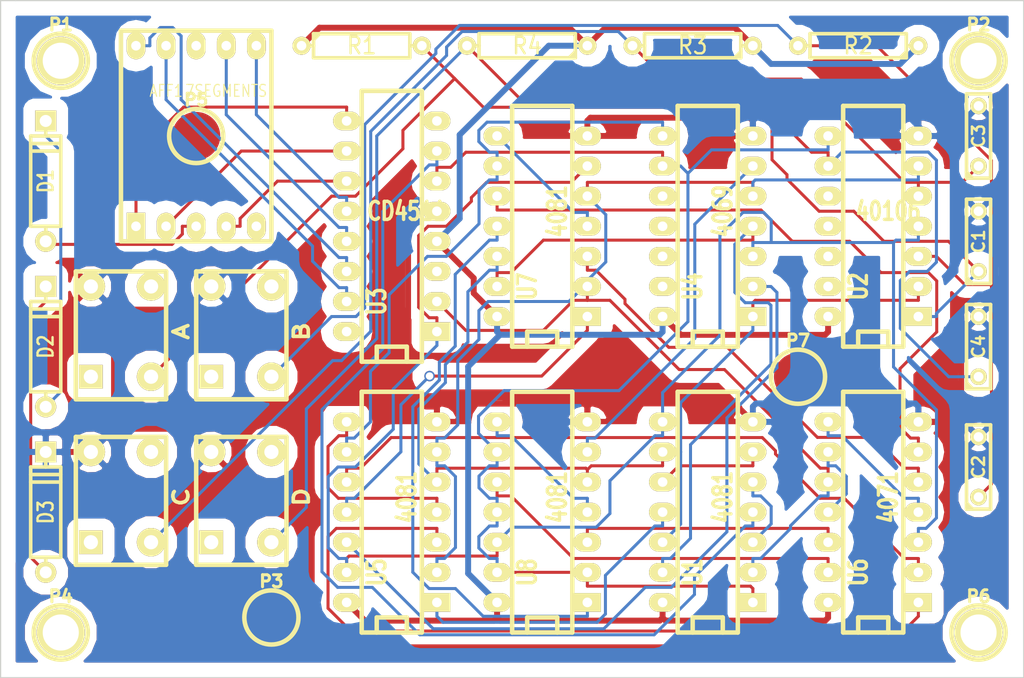
<source format=kicad_pcb>
(kicad_pcb (version 3) (host pcbnew "(2013-07-07 BZR 4022)-stable")

  (general
    (links 100)
    (no_connects 0)
    (area 107.899999 54.559999 194.360001 111.879)
    (thickness 1.6)
    (drawings 5)
    (tracks 557)
    (zones 0)
    (modules 31)
    (nets 42)
  )

  (page A3)
  (layers
    (15 F.Cu signal)
    (0 B.Cu signal)
    (16 B.Adhes user)
    (17 F.Adhes user)
    (18 B.Paste user)
    (19 F.Paste user)
    (20 B.SilkS user)
    (21 F.SilkS user)
    (22 B.Mask user)
    (23 F.Mask user)
    (24 Dwgs.User user)
    (25 Cmts.User user)
    (26 Eco1.User user)
    (27 Eco2.User user)
    (28 Edge.Cuts user)
  )

  (setup
    (last_trace_width 0.5)
    (trace_clearance 1)
    (zone_clearance 0.508)
    (zone_45_only no)
    (trace_min 0.254)
    (segment_width 0.2)
    (edge_width 0.1)
    (via_size 0.889)
    (via_drill 0.635)
    (via_min_size 0.889)
    (via_min_drill 0.508)
    (uvia_size 0.508)
    (uvia_drill 0.127)
    (uvias_allowed no)
    (uvia_min_size 0.508)
    (uvia_min_drill 0.127)
    (pcb_text_width 0.3)
    (pcb_text_size 1.5 1.5)
    (mod_edge_width 0.15)
    (mod_text_size 1 1)
    (mod_text_width 0.15)
    (pad_size 4.064 4.064)
    (pad_drill 0)
    (pad_to_mask_clearance 0)
    (aux_axis_origin 0 0)
    (visible_elements 7FFFFFFF)
    (pcbplotparams
      (layerselection 3178497)
      (usegerberextensions true)
      (excludeedgelayer true)
      (linewidth 0.150000)
      (plotframeref false)
      (viasonmask false)
      (mode 1)
      (useauxorigin false)
      (hpglpennumber 1)
      (hpglpenspeed 20)
      (hpglpendiameter 15)
      (hpglpenoverlay 2)
      (psnegative false)
      (psa4output false)
      (plotreference true)
      (plotvalue true)
      (plotothertext true)
      (plotinvisibletext false)
      (padsonsilk false)
      (subtractmaskfromsilk false)
      (outputformat 1)
      (mirror false)
      (drillshape 1)
      (scaleselection 1)
      (outputdirectory ""))
  )

  (net 0 "")
  (net 1 A)
  (net 2 AN)
  (net 3 B)
  (net 4 BN)
  (net 5 C)
  (net 6 CN)
  (net 7 D)
  (net 8 DIO)
  (net 9 DN)
  (net 10 N-000001)
  (net 11 N-0000011)
  (net 12 N-0000012)
  (net 13 N-0000013)
  (net 14 N-0000014)
  (net 15 N-0000016)
  (net 16 N-0000017)
  (net 17 N-000002)
  (net 18 N-0000020)
  (net 19 N-0000021)
  (net 20 N-0000022)
  (net 21 N-0000023)
  (net 22 N-0000024)
  (net 23 N-0000025)
  (net 24 N-0000026)
  (net 25 N-0000027)
  (net 26 N-0000028)
  (net 27 N-0000029)
  (net 28 N-000003)
  (net 29 N-0000030)
  (net 30 N-0000031)
  (net 31 N-0000032)
  (net 32 N-000004)
  (net 33 N-0000041)
  (net 34 N-0000042)
  (net 35 N-000005)
  (net 36 N-000006)
  (net 37 N-000007)
  (net 38 N-000008)
  (net 39 N-000009)
  (net 40 VDD)
  (net 41 VSS)

  (net_class Default "Esta é a classe de net default."
    (clearance 1)
    (trace_width 0.5)
    (via_dia 0.889)
    (via_drill 0.635)
    (uvia_dia 0.508)
    (uvia_drill 0.127)
    (add_net "")
    (add_net A)
    (add_net AN)
    (add_net B)
    (add_net BN)
    (add_net C)
    (add_net CN)
    (add_net D)
    (add_net DIO)
    (add_net DN)
    (add_net N-000001)
    (add_net N-0000011)
    (add_net N-0000012)
    (add_net N-0000013)
    (add_net N-0000014)
    (add_net N-0000016)
    (add_net N-0000017)
    (add_net N-000002)
    (add_net N-0000020)
    (add_net N-0000021)
    (add_net N-0000022)
    (add_net N-0000023)
    (add_net N-0000024)
    (add_net N-0000025)
    (add_net N-0000026)
    (add_net N-0000027)
    (add_net N-0000028)
    (add_net N-0000029)
    (add_net N-000003)
    (add_net N-0000030)
    (add_net N-0000031)
    (add_net N-0000032)
    (add_net N-000004)
    (add_net N-0000041)
    (add_net N-0000042)
    (add_net N-000005)
    (add_net N-000006)
    (add_net N-000007)
    (add_net N-000008)
    (add_net N-000009)
  )

  (net_class 1 ""
    (clearance 1)
    (trace_width 0.5)
    (via_dia 0.889)
    (via_drill 0.635)
    (uvia_dia 0.508)
    (uvia_drill 0.127)
    (add_net VDD)
    (add_net VSS)
  )

  (net_class POWER ""
    (clearance 1)
    (trace_width 0.5)
    (via_dia 0.889)
    (via_drill 0.635)
    (uvia_dia 0.508)
    (uvia_drill 0.127)
  )

  (module R4 (layer F.Cu) (tedit 200000) (tstamp 5A0635E9)
    (at 138.43 58.42)
    (descr "Resitance 4 pas")
    (tags R)
    (path /59F3CD7D)
    (autoplace_cost180 10)
    (fp_text reference R1 (at 0 0) (layer F.SilkS)
      (effects (font (size 1.397 1.27) (thickness 0.2032)))
    )
    (fp_text value 10K (at 0 0) (layer F.SilkS) hide
      (effects (font (size 1.397 1.27) (thickness 0.2032)))
    )
    (fp_line (start -5.08 0) (end -4.064 0) (layer F.SilkS) (width 0.3048))
    (fp_line (start -4.064 0) (end -4.064 -1.016) (layer F.SilkS) (width 0.3048))
    (fp_line (start -4.064 -1.016) (end 4.064 -1.016) (layer F.SilkS) (width 0.3048))
    (fp_line (start 4.064 -1.016) (end 4.064 1.016) (layer F.SilkS) (width 0.3048))
    (fp_line (start 4.064 1.016) (end -4.064 1.016) (layer F.SilkS) (width 0.3048))
    (fp_line (start -4.064 1.016) (end -4.064 0) (layer F.SilkS) (width 0.3048))
    (fp_line (start -4.064 -0.508) (end -3.556 -1.016) (layer F.SilkS) (width 0.3048))
    (fp_line (start 5.08 0) (end 4.064 0) (layer F.SilkS) (width 0.3048))
    (pad 1 thru_hole circle (at -5.08 0) (size 1.524 1.524) (drill 0.8128)
      (layers *.Cu *.Mask F.SilkS)
      (net 40 VDD)
    )
    (pad 2 thru_hole circle (at 5.08 0) (size 1.524 1.524) (drill 0.8128)
      (layers *.Cu *.Mask F.SilkS)
      (net 18 N-0000020)
    )
    (model discret/resistor.wrl
      (at (xyz 0 0 0))
      (scale (xyz 0.4 0.4 0.4))
      (rotate (xyz 0 0 0))
    )
  )

  (module R4 (layer F.Cu) (tedit 200000) (tstamp 5A0635F7)
    (at 180.34 58.42 180)
    (descr "Resitance 4 pas")
    (tags R)
    (path /59F3CEC2)
    (autoplace_cost180 10)
    (fp_text reference R2 (at 0 0 180) (layer F.SilkS)
      (effects (font (size 1.397 1.27) (thickness 0.2032)))
    )
    (fp_text value 10K (at 0 0 180) (layer F.SilkS) hide
      (effects (font (size 1.397 1.27) (thickness 0.2032)))
    )
    (fp_line (start -5.08 0) (end -4.064 0) (layer F.SilkS) (width 0.3048))
    (fp_line (start -4.064 0) (end -4.064 -1.016) (layer F.SilkS) (width 0.3048))
    (fp_line (start -4.064 -1.016) (end 4.064 -1.016) (layer F.SilkS) (width 0.3048))
    (fp_line (start 4.064 -1.016) (end 4.064 1.016) (layer F.SilkS) (width 0.3048))
    (fp_line (start 4.064 1.016) (end -4.064 1.016) (layer F.SilkS) (width 0.3048))
    (fp_line (start -4.064 1.016) (end -4.064 0) (layer F.SilkS) (width 0.3048))
    (fp_line (start -4.064 -0.508) (end -3.556 -1.016) (layer F.SilkS) (width 0.3048))
    (fp_line (start 5.08 0) (end 4.064 0) (layer F.SilkS) (width 0.3048))
    (pad 1 thru_hole circle (at -5.08 0 180) (size 1.524 1.524) (drill 0.8128)
      (layers *.Cu *.Mask F.SilkS)
      (net 40 VDD)
    )
    (pad 2 thru_hole circle (at 5.08 0 180) (size 1.524 1.524) (drill 0.8128)
      (layers *.Cu *.Mask F.SilkS)
      (net 31 N-0000032)
    )
    (model discret/resistor.wrl
      (at (xyz 0 0 0))
      (scale (xyz 0.4 0.4 0.4))
      (rotate (xyz 0 0 0))
    )
  )

  (module R4 (layer F.Cu) (tedit 200000) (tstamp 5A063605)
    (at 166.37 58.42 180)
    (descr "Resitance 4 pas")
    (tags R)
    (path /59F3CEF2)
    (autoplace_cost180 10)
    (fp_text reference R3 (at 0 0 180) (layer F.SilkS)
      (effects (font (size 1.397 1.27) (thickness 0.2032)))
    )
    (fp_text value 10K (at 0 0 180) (layer F.SilkS) hide
      (effects (font (size 1.397 1.27) (thickness 0.2032)))
    )
    (fp_line (start -5.08 0) (end -4.064 0) (layer F.SilkS) (width 0.3048))
    (fp_line (start -4.064 0) (end -4.064 -1.016) (layer F.SilkS) (width 0.3048))
    (fp_line (start -4.064 -1.016) (end 4.064 -1.016) (layer F.SilkS) (width 0.3048))
    (fp_line (start 4.064 -1.016) (end 4.064 1.016) (layer F.SilkS) (width 0.3048))
    (fp_line (start 4.064 1.016) (end -4.064 1.016) (layer F.SilkS) (width 0.3048))
    (fp_line (start -4.064 1.016) (end -4.064 0) (layer F.SilkS) (width 0.3048))
    (fp_line (start -4.064 -0.508) (end -3.556 -1.016) (layer F.SilkS) (width 0.3048))
    (fp_line (start 5.08 0) (end 4.064 0) (layer F.SilkS) (width 0.3048))
    (pad 1 thru_hole circle (at -5.08 0 180) (size 1.524 1.524) (drill 0.8128)
      (layers *.Cu *.Mask F.SilkS)
      (net 40 VDD)
    )
    (pad 2 thru_hole circle (at 5.08 0 180) (size 1.524 1.524) (drill 0.8128)
      (layers *.Cu *.Mask F.SilkS)
      (net 13 N-0000013)
    )
    (model discret/resistor.wrl
      (at (xyz 0 0 0))
      (scale (xyz 0.4 0.4 0.4))
      (rotate (xyz 0 0 0))
    )
  )

  (module R4 (layer F.Cu) (tedit 200000) (tstamp 5A063613)
    (at 152.4 58.42 180)
    (descr "Resitance 4 pas")
    (tags R)
    (path /59F3CF22)
    (autoplace_cost180 10)
    (fp_text reference R4 (at 0 0 180) (layer F.SilkS)
      (effects (font (size 1.397 1.27) (thickness 0.2032)))
    )
    (fp_text value 10K (at 0 0 180) (layer F.SilkS) hide
      (effects (font (size 1.397 1.27) (thickness 0.2032)))
    )
    (fp_line (start -5.08 0) (end -4.064 0) (layer F.SilkS) (width 0.3048))
    (fp_line (start -4.064 0) (end -4.064 -1.016) (layer F.SilkS) (width 0.3048))
    (fp_line (start -4.064 -1.016) (end 4.064 -1.016) (layer F.SilkS) (width 0.3048))
    (fp_line (start 4.064 -1.016) (end 4.064 1.016) (layer F.SilkS) (width 0.3048))
    (fp_line (start 4.064 1.016) (end -4.064 1.016) (layer F.SilkS) (width 0.3048))
    (fp_line (start -4.064 1.016) (end -4.064 0) (layer F.SilkS) (width 0.3048))
    (fp_line (start -4.064 -0.508) (end -3.556 -1.016) (layer F.SilkS) (width 0.3048))
    (fp_line (start 5.08 0) (end 4.064 0) (layer F.SilkS) (width 0.3048))
    (pad 1 thru_hole circle (at -5.08 0 180) (size 1.524 1.524) (drill 0.8128)
      (layers *.Cu *.Mask F.SilkS)
      (net 40 VDD)
    )
    (pad 2 thru_hole circle (at 5.08 0 180) (size 1.524 1.524) (drill 0.8128)
      (layers *.Cu *.Mask F.SilkS)
      (net 12 N-0000012)
    )
    (model discret/resistor.wrl
      (at (xyz 0 0 0))
      (scale (xyz 0.4 0.4 0.4))
      (rotate (xyz 0 0 0))
    )
  )

  (module DIP-16__300_ELL (layer F.Cu) (tedit 5A06399D) (tstamp 5A06362F)
    (at 140.97 73.66 90)
    (descr "16 pins DIL package, elliptical pads")
    (tags DIL)
    (path /59F3CCF1)
    (fp_text reference U3 (at -6.35 -1.27 90) (layer F.SilkS)
      (effects (font (size 1.524 1.143) (thickness 0.3048)))
    )
    (fp_text value CD4511 (at 1.27 1.27 180) (layer F.SilkS)
      (effects (font (size 1.524 1.143) (thickness 0.3048)))
    )
    (fp_line (start -11.43 -1.27) (end -11.43 -1.27) (layer F.SilkS) (width 0.381))
    (fp_line (start -11.43 -1.27) (end -10.16 -1.27) (layer F.SilkS) (width 0.381))
    (fp_line (start -10.16 -1.27) (end -10.16 1.27) (layer F.SilkS) (width 0.381))
    (fp_line (start -10.16 1.27) (end -11.43 1.27) (layer F.SilkS) (width 0.381))
    (fp_line (start -11.43 -2.54) (end 11.43 -2.54) (layer F.SilkS) (width 0.381))
    (fp_line (start 11.43 -2.54) (end 11.43 2.54) (layer F.SilkS) (width 0.381))
    (fp_line (start 11.43 2.54) (end -11.43 2.54) (layer F.SilkS) (width 0.381))
    (fp_line (start -11.43 2.54) (end -11.43 -2.54) (layer F.SilkS) (width 0.381))
    (pad 1 thru_hole rect (at -8.89 3.81 90) (size 1.5748 2.286) (drill 0.8128)
      (layers *.Cu *.Mask F.SilkS)
      (net 3 B)
    )
    (pad 2 thru_hole oval (at -6.35 3.81 90) (size 1.5748 2.286) (drill 0.8128)
      (layers *.Cu *.Mask F.SilkS)
      (net 5 C)
    )
    (pad 3 thru_hole oval (at -3.81 3.81 90) (size 1.5748 2.286) (drill 0.8128)
      (layers *.Cu *.Mask F.SilkS)
    )
    (pad 4 thru_hole oval (at -1.27 3.81 90) (size 1.5748 2.286) (drill 0.8128)
      (layers *.Cu *.Mask F.SilkS)
      (net 40 VDD)
    )
    (pad 5 thru_hole oval (at 1.27 3.81 90) (size 1.5748 2.286) (drill 0.8128)
      (layers *.Cu *.Mask F.SilkS)
      (net 41 VSS)
    )
    (pad 6 thru_hole oval (at 3.81 3.81 90) (size 1.5748 2.286) (drill 0.8128)
      (layers *.Cu *.Mask F.SilkS)
      (net 7 D)
    )
    (pad 7 thru_hole oval (at 6.35 3.81 90) (size 1.5748 2.286) (drill 0.8128)
      (layers *.Cu *.Mask F.SilkS)
      (net 15 N-0000016)
    )
    (pad 8 thru_hole oval (at 8.89 3.81 90) (size 1.5748 2.286) (drill 0.8128)
      (layers *.Cu *.Mask F.SilkS)
    )
    (pad 9 thru_hole oval (at 8.89 -3.81 90) (size 1.5748 2.286) (drill 0.8128)
      (layers *.Cu *.Mask F.SilkS)
      (net 35 N-000005)
    )
    (pad 10 thru_hole oval (at 6.35 -3.81 90) (size 1.5748 2.286) (drill 0.8128)
      (layers *.Cu *.Mask F.SilkS)
      (net 36 N-000006)
    )
    (pad 11 thru_hole oval (at 3.81 -3.81 90) (size 1.5748 2.286) (drill 0.8128)
      (layers *.Cu *.Mask F.SilkS)
      (net 37 N-000007)
    )
    (pad 12 thru_hole oval (at 1.27 -3.81 90) (size 1.5748 2.286) (drill 0.8128)
      (layers *.Cu *.Mask F.SilkS)
      (net 38 N-000008)
    )
    (pad 13 thru_hole oval (at -1.27 -3.81 90) (size 1.5748 2.286) (drill 0.8128)
      (layers *.Cu *.Mask F.SilkS)
      (net 39 N-000009)
    )
    (pad 14 thru_hole oval (at -3.81 -3.81 90) (size 1.5748 2.286) (drill 0.8128)
      (layers *.Cu *.Mask F.SilkS)
      (net 28 N-000003)
    )
    (pad 15 thru_hole oval (at -6.35 -3.81 90) (size 1.5748 2.286) (drill 0.8128)
      (layers *.Cu *.Mask F.SilkS)
      (net 32 N-000004)
    )
    (pad 16 thru_hole oval (at -8.89 -3.81 90) (size 1.5748 2.286) (drill 0.8128)
      (layers *.Cu *.Mask F.SilkS)
    )
    (model dil/dil_16.wrl
      (at (xyz 0 0 0))
      (scale (xyz 1 1 1))
      (rotate (xyz 0 0 0))
    )
  )

  (module DIP-14__300_ELL (layer F.Cu) (tedit 200000) (tstamp 5A063648)
    (at 153.67 73.66 90)
    (descr "14 pins DIL package, elliptical pads")
    (tags DIL)
    (path /59F3D1DD)
    (fp_text reference U7 (at -5.08 -1.27 90) (layer F.SilkS)
      (effects (font (size 1.524 1.143) (thickness 0.3048)))
    )
    (fp_text value 4081 (at 1.27 1.27 90) (layer F.SilkS)
      (effects (font (size 1.524 1.143) (thickness 0.3048)))
    )
    (fp_line (start -10.16 -2.54) (end 10.16 -2.54) (layer F.SilkS) (width 0.381))
    (fp_line (start 10.16 2.54) (end -10.16 2.54) (layer F.SilkS) (width 0.381))
    (fp_line (start -10.16 2.54) (end -10.16 -2.54) (layer F.SilkS) (width 0.381))
    (fp_line (start -10.16 -1.27) (end -8.89 -1.27) (layer F.SilkS) (width 0.381))
    (fp_line (start -8.89 -1.27) (end -8.89 1.27) (layer F.SilkS) (width 0.381))
    (fp_line (start -8.89 1.27) (end -10.16 1.27) (layer F.SilkS) (width 0.381))
    (fp_line (start 10.16 -2.54) (end 10.16 2.54) (layer F.SilkS) (width 0.381))
    (pad 1 thru_hole rect (at -7.62 3.81 90) (size 1.5748 2.286) (drill 0.8128)
      (layers *.Cu *.Mask F.SilkS)
      (net 25 N-0000027)
    )
    (pad 2 thru_hole oval (at -5.08 3.81 90) (size 1.5748 2.286) (drill 0.8128)
      (layers *.Cu *.Mask F.SilkS)
      (net 5 C)
    )
    (pad 3 thru_hole oval (at -2.54 3.81 90) (size 1.5748 2.286) (drill 0.8128)
      (layers *.Cu *.Mask F.SilkS)
      (net 22 N-0000024)
    )
    (pad 4 thru_hole oval (at 0 3.81 90) (size 1.5748 2.286) (drill 0.8128)
      (layers *.Cu *.Mask F.SilkS)
      (net 24 N-0000026)
    )
    (pad 5 thru_hole oval (at 2.54 3.81 90) (size 1.5748 2.286) (drill 0.8128)
      (layers *.Cu *.Mask F.SilkS)
      (net 5 C)
    )
    (pad 6 thru_hole oval (at 5.08 3.81 90) (size 1.5748 2.286) (drill 0.8128)
      (layers *.Cu *.Mask F.SilkS)
      (net 3 B)
    )
    (pad 7 thru_hole oval (at 7.62 3.81 90) (size 1.5748 2.286) (drill 0.8128)
      (layers *.Cu *.Mask F.SilkS)
      (net 41 VSS)
    )
    (pad 8 thru_hole oval (at 7.62 -3.81 90) (size 1.5748 2.286) (drill 0.8128)
      (layers *.Cu *.Mask F.SilkS)
      (net 24 N-0000026)
    )
    (pad 9 thru_hole oval (at 5.08 -3.81 90) (size 1.5748 2.286) (drill 0.8128)
      (layers *.Cu *.Mask F.SilkS)
      (net 9 DN)
    )
    (pad 10 thru_hole oval (at 2.54 -3.81 90) (size 1.5748 2.286) (drill 0.8128)
      (layers *.Cu *.Mask F.SilkS)
      (net 23 N-0000025)
    )
    (pad 11 thru_hole oval (at 0 -3.81 90) (size 1.5748 2.286) (drill 0.8128)
      (layers *.Cu *.Mask F.SilkS)
      (net 21 N-0000023)
    )
    (pad 12 thru_hole oval (at -2.54 -3.81 90) (size 1.5748 2.286) (drill 0.8128)
      (layers *.Cu *.Mask F.SilkS)
      (net 1 A)
    )
    (pad 13 thru_hole oval (at -5.08 -3.81 90) (size 1.5748 2.286) (drill 0.8128)
      (layers *.Cu *.Mask F.SilkS)
      (net 4 BN)
    )
    (pad 14 thru_hole oval (at -7.62 -3.81 90) (size 1.5748 2.286) (drill 0.8128)
      (layers *.Cu *.Mask F.SilkS)
      (net 40 VDD)
    )
    (model dil/dil_14.wrl
      (at (xyz 0 0 0))
      (scale (xyz 1 1 1))
      (rotate (xyz 0 0 0))
    )
  )

  (module DIP-14__300_ELL (layer F.Cu) (tedit 5A0639AB) (tstamp 5A063661)
    (at 140.97 97.79 90)
    (descr "14 pins DIL package, elliptical pads")
    (tags DIL)
    (path /59F3D1AC)
    (fp_text reference U5 (at -5.08 -1.27 90) (layer F.SilkS)
      (effects (font (size 1.524 1.143) (thickness 0.3048)))
    )
    (fp_text value 4081 (at 1.27 1.27 90) (layer F.SilkS)
      (effects (font (size 1.524 1.143) (thickness 0.3048)))
    )
    (fp_line (start -10.16 -2.54) (end 10.16 -2.54) (layer F.SilkS) (width 0.381))
    (fp_line (start 10.16 2.54) (end -10.16 2.54) (layer F.SilkS) (width 0.381))
    (fp_line (start -10.16 2.54) (end -10.16 -2.54) (layer F.SilkS) (width 0.381))
    (fp_line (start -10.16 -1.27) (end -8.89 -1.27) (layer F.SilkS) (width 0.381))
    (fp_line (start -8.89 -1.27) (end -8.89 1.27) (layer F.SilkS) (width 0.381))
    (fp_line (start -8.89 1.27) (end -10.16 1.27) (layer F.SilkS) (width 0.381))
    (fp_line (start 10.16 -2.54) (end 10.16 2.54) (layer F.SilkS) (width 0.381))
    (pad 1 thru_hole rect (at -7.62 3.81 90) (size 1.5748 2.286) (drill 0.8128)
      (layers *.Cu *.Mask F.SilkS)
      (net 29 N-0000030)
    )
    (pad 2 thru_hole oval (at -5.08 3.81 90) (size 1.5748 2.286) (drill 0.8128)
      (layers *.Cu *.Mask F.SilkS)
      (net 5 C)
    )
    (pad 3 thru_hole oval (at -2.54 3.81 90) (size 1.5748 2.286) (drill 0.8128)
      (layers *.Cu *.Mask F.SilkS)
      (net 11 N-0000011)
    )
    (pad 4 thru_hole oval (at 0 3.81 90) (size 1.5748 2.286) (drill 0.8128)
      (layers *.Cu *.Mask F.SilkS)
      (net 27 N-0000029)
    )
    (pad 5 thru_hole oval (at 2.54 3.81 90) (size 1.5748 2.286) (drill 0.8128)
      (layers *.Cu *.Mask F.SilkS)
      (net 1 A)
    )
    (pad 6 thru_hole oval (at 5.08 3.81 90) (size 1.5748 2.286) (drill 0.8128)
      (layers *.Cu *.Mask F.SilkS)
      (net 5 C)
    )
    (pad 7 thru_hole oval (at 7.62 3.81 90) (size 1.5748 2.286) (drill 0.8128)
      (layers *.Cu *.Mask F.SilkS)
      (net 41 VSS)
    )
    (pad 8 thru_hole oval (at 7.62 -3.81 90) (size 1.5748 2.286) (drill 0.8128)
      (layers *.Cu *.Mask F.SilkS)
      (net 27 N-0000029)
    )
    (pad 9 thru_hole oval (at 5.08 -3.81 90) (size 1.5748 2.286) (drill 0.8128)
      (layers *.Cu *.Mask F.SilkS)
      (net 9 DN)
    )
    (pad 10 thru_hole oval (at 2.54 -3.81 90) (size 1.5748 2.286) (drill 0.8128)
      (layers *.Cu *.Mask F.SilkS)
      (net 26 N-0000028)
    )
    (pad 11 thru_hole oval (at 0 -3.81 90) (size 1.5748 2.286) (drill 0.8128)
      (layers *.Cu *.Mask F.SilkS)
      (net 25 N-0000027)
    )
    (pad 12 thru_hole oval (at -2.54 -3.81 90) (size 1.5748 2.286) (drill 0.8128)
      (layers *.Cu *.Mask F.SilkS)
      (net 2 AN)
    )
    (pad 13 thru_hole oval (at -5.08 -3.81 90) (size 1.5748 2.286) (drill 0.8128)
      (layers *.Cu *.Mask F.SilkS)
      (net 3 B)
    )
    (pad 14 thru_hole oval (at -7.62 -3.81 90) (size 1.5748 2.286) (drill 0.8128)
      (layers *.Cu *.Mask F.SilkS)
      (net 40 VDD)
    )
    (model dil/dil_14.wrl
      (at (xyz 0 0 0))
      (scale (xyz 1 1 1))
      (rotate (xyz 0 0 0))
    )
  )

  (module DIP-14__300_ELL (layer F.Cu) (tedit 200000) (tstamp 5A06367A)
    (at 167.64 73.66 90)
    (descr "14 pins DIL package, elliptical pads")
    (tags DIL)
    (path /59F3D161)
    (fp_text reference U4 (at -5.08 -1.27 90) (layer F.SilkS)
      (effects (font (size 1.524 1.143) (thickness 0.3048)))
    )
    (fp_text value 4069 (at 1.27 1.27 90) (layer F.SilkS)
      (effects (font (size 1.524 1.143) (thickness 0.3048)))
    )
    (fp_line (start -10.16 -2.54) (end 10.16 -2.54) (layer F.SilkS) (width 0.381))
    (fp_line (start 10.16 2.54) (end -10.16 2.54) (layer F.SilkS) (width 0.381))
    (fp_line (start -10.16 2.54) (end -10.16 -2.54) (layer F.SilkS) (width 0.381))
    (fp_line (start -10.16 -1.27) (end -8.89 -1.27) (layer F.SilkS) (width 0.381))
    (fp_line (start -8.89 -1.27) (end -8.89 1.27) (layer F.SilkS) (width 0.381))
    (fp_line (start -8.89 1.27) (end -10.16 1.27) (layer F.SilkS) (width 0.381))
    (fp_line (start 10.16 -2.54) (end 10.16 2.54) (layer F.SilkS) (width 0.381))
    (pad 1 thru_hole rect (at -7.62 3.81 90) (size 1.5748 2.286) (drill 0.8128)
      (layers *.Cu *.Mask F.SilkS)
      (net 1 A)
    )
    (pad 2 thru_hole oval (at -5.08 3.81 90) (size 1.5748 2.286) (drill 0.8128)
      (layers *.Cu *.Mask F.SilkS)
      (net 2 AN)
    )
    (pad 3 thru_hole oval (at -2.54 3.81 90) (size 1.5748 2.286) (drill 0.8128)
      (layers *.Cu *.Mask F.SilkS)
      (net 3 B)
    )
    (pad 4 thru_hole oval (at 0 3.81 90) (size 1.5748 2.286) (drill 0.8128)
      (layers *.Cu *.Mask F.SilkS)
      (net 4 BN)
    )
    (pad 5 thru_hole oval (at 2.54 3.81 90) (size 1.5748 2.286) (drill 0.8128)
      (layers *.Cu *.Mask F.SilkS)
      (net 5 C)
    )
    (pad 6 thru_hole oval (at 5.08 3.81 90) (size 1.5748 2.286) (drill 0.8128)
      (layers *.Cu *.Mask F.SilkS)
      (net 6 CN)
    )
    (pad 7 thru_hole oval (at 7.62 3.81 90) (size 1.5748 2.286) (drill 0.8128)
      (layers *.Cu *.Mask F.SilkS)
      (net 41 VSS)
    )
    (pad 8 thru_hole oval (at 7.62 -3.81 90) (size 1.5748 2.286) (drill 0.8128)
      (layers *.Cu *.Mask F.SilkS)
      (net 9 DN)
    )
    (pad 9 thru_hole oval (at 5.08 -3.81 90) (size 1.5748 2.286) (drill 0.8128)
      (layers *.Cu *.Mask F.SilkS)
      (net 7 D)
    )
    (pad 10 thru_hole oval (at 2.54 -3.81 90) (size 1.5748 2.286) (drill 0.8128)
      (layers *.Cu *.Mask F.SilkS)
    )
    (pad 11 thru_hole oval (at 0 -3.81 90) (size 1.5748 2.286) (drill 0.8128)
      (layers *.Cu *.Mask F.SilkS)
    )
    (pad 12 thru_hole oval (at -2.54 -3.81 90) (size 1.5748 2.286) (drill 0.8128)
      (layers *.Cu *.Mask F.SilkS)
    )
    (pad 13 thru_hole oval (at -5.08 -3.81 90) (size 1.5748 2.286) (drill 0.8128)
      (layers *.Cu *.Mask F.SilkS)
    )
    (pad 14 thru_hole oval (at -7.62 -3.81 90) (size 1.5748 2.286) (drill 0.8128)
      (layers *.Cu *.Mask F.SilkS)
      (net 40 VDD)
    )
    (model dil/dil_14.wrl
      (at (xyz 0 0 0))
      (scale (xyz 1 1 1))
      (rotate (xyz 0 0 0))
    )
  )

  (module DIP-14__300_ELL (layer F.Cu) (tedit 200000) (tstamp 5A063693)
    (at 181.61 97.79 90)
    (descr "14 pins DIL package, elliptical pads")
    (tags DIL)
    (path /59F3D143)
    (fp_text reference U6 (at -5.08 -1.27 90) (layer F.SilkS)
      (effects (font (size 1.524 1.143) (thickness 0.3048)))
    )
    (fp_text value 4071 (at 1.27 1.27 90) (layer F.SilkS)
      (effects (font (size 1.524 1.143) (thickness 0.3048)))
    )
    (fp_line (start -10.16 -2.54) (end 10.16 -2.54) (layer F.SilkS) (width 0.381))
    (fp_line (start 10.16 2.54) (end -10.16 2.54) (layer F.SilkS) (width 0.381))
    (fp_line (start -10.16 2.54) (end -10.16 -2.54) (layer F.SilkS) (width 0.381))
    (fp_line (start -10.16 -1.27) (end -8.89 -1.27) (layer F.SilkS) (width 0.381))
    (fp_line (start -8.89 -1.27) (end -8.89 1.27) (layer F.SilkS) (width 0.381))
    (fp_line (start -8.89 1.27) (end -10.16 1.27) (layer F.SilkS) (width 0.381))
    (fp_line (start 10.16 -2.54) (end 10.16 2.54) (layer F.SilkS) (width 0.381))
    (pad 1 thru_hole rect (at -7.62 3.81 90) (size 1.5748 2.286) (drill 0.8128)
      (layers *.Cu *.Mask F.SilkS)
      (net 11 N-0000011)
    )
    (pad 2 thru_hole oval (at -5.08 3.81 90) (size 1.5748 2.286) (drill 0.8128)
      (layers *.Cu *.Mask F.SilkS)
      (net 26 N-0000028)
    )
    (pad 3 thru_hole oval (at -2.54 3.81 90) (size 1.5748 2.286) (drill 0.8128)
      (layers *.Cu *.Mask F.SilkS)
      (net 3 B)
    )
    (pad 4 thru_hole oval (at 0 3.81 90) (size 1.5748 2.286) (drill 0.8128)
      (layers *.Cu *.Mask F.SilkS)
      (net 30 N-0000031)
    )
    (pad 5 thru_hole oval (at 2.54 3.81 90) (size 1.5748 2.286) (drill 0.8128)
      (layers *.Cu *.Mask F.SilkS)
      (net 22 N-0000024)
    )
    (pad 6 thru_hole oval (at 5.08 3.81 90) (size 1.5748 2.286) (drill 0.8128)
      (layers *.Cu *.Mask F.SilkS)
      (net 23 N-0000025)
    )
    (pad 7 thru_hole oval (at 7.62 3.81 90) (size 1.5748 2.286) (drill 0.8128)
      (layers *.Cu *.Mask F.SilkS)
      (net 41 VSS)
    )
    (pad 8 thru_hole oval (at 7.62 -3.81 90) (size 1.5748 2.286) (drill 0.8128)
      (layers *.Cu *.Mask F.SilkS)
      (net 30 N-0000031)
    )
    (pad 9 thru_hole oval (at 5.08 -3.81 90) (size 1.5748 2.286) (drill 0.8128)
      (layers *.Cu *.Mask F.SilkS)
      (net 16 N-0000017)
    )
    (pad 10 thru_hole oval (at 2.54 -3.81 90) (size 1.5748 2.286) (drill 0.8128)
      (layers *.Cu *.Mask F.SilkS)
      (net 5 C)
    )
    (pad 11 thru_hole oval (at 0 -3.81 90) (size 1.5748 2.286) (drill 0.8128)
      (layers *.Cu *.Mask F.SilkS)
      (net 16 N-0000017)
    )
    (pad 12 thru_hole oval (at -2.54 -3.81 90) (size 1.5748 2.286) (drill 0.8128)
      (layers *.Cu *.Mask F.SilkS)
      (net 19 N-0000021)
    )
    (pad 13 thru_hole oval (at -5.08 -3.81 90) (size 1.5748 2.286) (drill 0.8128)
      (layers *.Cu *.Mask F.SilkS)
      (net 14 N-0000014)
    )
    (pad 14 thru_hole oval (at -7.62 -3.81 90) (size 1.5748 2.286) (drill 0.8128)
      (layers *.Cu *.Mask F.SilkS)
      (net 40 VDD)
    )
    (model dil/dil_14.wrl
      (at (xyz 0 0 0))
      (scale (xyz 1 1 1))
      (rotate (xyz 0 0 0))
    )
  )

  (module DIP-14__300_ELL (layer F.Cu) (tedit 200000) (tstamp 5A0636AC)
    (at 167.64 97.79 90)
    (descr "14 pins DIL package, elliptical pads")
    (tags DIL)
    (path /59F3D134)
    (fp_text reference U1 (at -5.08 -1.27 90) (layer F.SilkS)
      (effects (font (size 1.524 1.143) (thickness 0.3048)))
    )
    (fp_text value 4081 (at 1.27 1.27 90) (layer F.SilkS)
      (effects (font (size 1.524 1.143) (thickness 0.3048)))
    )
    (fp_line (start -10.16 -2.54) (end 10.16 -2.54) (layer F.SilkS) (width 0.381))
    (fp_line (start 10.16 2.54) (end -10.16 2.54) (layer F.SilkS) (width 0.381))
    (fp_line (start -10.16 2.54) (end -10.16 -2.54) (layer F.SilkS) (width 0.381))
    (fp_line (start -10.16 -1.27) (end -8.89 -1.27) (layer F.SilkS) (width 0.381))
    (fp_line (start -8.89 -1.27) (end -8.89 1.27) (layer F.SilkS) (width 0.381))
    (fp_line (start -8.89 1.27) (end -10.16 1.27) (layer F.SilkS) (width 0.381))
    (fp_line (start 10.16 -2.54) (end 10.16 2.54) (layer F.SilkS) (width 0.381))
    (pad 1 thru_hole rect (at -7.62 3.81 90) (size 1.5748 2.286) (drill 0.8128)
      (layers *.Cu *.Mask F.SilkS)
      (net 7 D)
    )
    (pad 2 thru_hole oval (at -5.08 3.81 90) (size 1.5748 2.286) (drill 0.8128)
      (layers *.Cu *.Mask F.SilkS)
      (net 5 C)
    )
    (pad 3 thru_hole oval (at -2.54 3.81 90) (size 1.5748 2.286) (drill 0.8128)
      (layers *.Cu *.Mask F.SilkS)
      (net 10 N-000001)
    )
    (pad 4 thru_hole oval (at 0 3.81 90) (size 1.5748 2.286) (drill 0.8128)
      (layers *.Cu *.Mask F.SilkS)
      (net 15 N-0000016)
    )
    (pad 5 thru_hole oval (at 2.54 3.81 90) (size 1.5748 2.286) (drill 0.8128)
      (layers *.Cu *.Mask F.SilkS)
      (net 10 N-000001)
    )
    (pad 6 thru_hole oval (at 5.08 3.81 90) (size 1.5748 2.286) (drill 0.8128)
      (layers *.Cu *.Mask F.SilkS)
      (net 17 N-000002)
    )
    (pad 7 thru_hole oval (at 7.62 3.81 90) (size 1.5748 2.286) (drill 0.8128)
      (layers *.Cu *.Mask F.SilkS)
      (net 41 VSS)
    )
    (pad 8 thru_hole oval (at 7.62 -3.81 90) (size 1.5748 2.286) (drill 0.8128)
      (layers *.Cu *.Mask F.SilkS)
      (net 3 B)
    )
    (pad 9 thru_hole oval (at 5.08 -3.81 90) (size 1.5748 2.286) (drill 0.8128)
      (layers *.Cu *.Mask F.SilkS)
      (net 1 A)
    )
    (pad 10 thru_hole oval (at 2.54 -3.81 90) (size 1.5748 2.286) (drill 0.8128)
      (layers *.Cu *.Mask F.SilkS)
      (net 17 N-000002)
    )
    (pad 11 thru_hole oval (at 0 -3.81 90) (size 1.5748 2.286) (drill 0.8128)
      (layers *.Cu *.Mask F.SilkS)
      (net 29 N-0000030)
    )
    (pad 12 thru_hole oval (at -2.54 -3.81 90) (size 1.5748 2.286) (drill 0.8128)
      (layers *.Cu *.Mask F.SilkS)
      (net 1 A)
    )
    (pad 13 thru_hole oval (at -5.08 -3.81 90) (size 1.5748 2.286) (drill 0.8128)
      (layers *.Cu *.Mask F.SilkS)
      (net 4 BN)
    )
    (pad 14 thru_hole oval (at -7.62 -3.81 90) (size 1.5748 2.286) (drill 0.8128)
      (layers *.Cu *.Mask F.SilkS)
      (net 40 VDD)
    )
    (model dil/dil_14.wrl
      (at (xyz 0 0 0))
      (scale (xyz 1 1 1))
      (rotate (xyz 0 0 0))
    )
  )

  (module DIP-14__300_ELL (layer F.Cu) (tedit 200000) (tstamp 5A0636C5)
    (at 153.67 97.79 90)
    (descr "14 pins DIL package, elliptical pads")
    (tags DIL)
    (path /59F3D1E9)
    (fp_text reference U8 (at -5.08 -1.27 90) (layer F.SilkS)
      (effects (font (size 1.524 1.143) (thickness 0.3048)))
    )
    (fp_text value 4081 (at 1.27 1.27 90) (layer F.SilkS)
      (effects (font (size 1.524 1.143) (thickness 0.3048)))
    )
    (fp_line (start -10.16 -2.54) (end 10.16 -2.54) (layer F.SilkS) (width 0.381))
    (fp_line (start 10.16 2.54) (end -10.16 2.54) (layer F.SilkS) (width 0.381))
    (fp_line (start -10.16 2.54) (end -10.16 -2.54) (layer F.SilkS) (width 0.381))
    (fp_line (start -10.16 -1.27) (end -8.89 -1.27) (layer F.SilkS) (width 0.381))
    (fp_line (start -8.89 -1.27) (end -8.89 1.27) (layer F.SilkS) (width 0.381))
    (fp_line (start -8.89 1.27) (end -10.16 1.27) (layer F.SilkS) (width 0.381))
    (fp_line (start 10.16 -2.54) (end 10.16 2.54) (layer F.SilkS) (width 0.381))
    (pad 1 thru_hole rect (at -7.62 3.81 90) (size 1.5748 2.286) (drill 0.8128)
      (layers *.Cu *.Mask F.SilkS)
      (net 21 N-0000023)
    )
    (pad 2 thru_hole oval (at -5.08 3.81 90) (size 1.5748 2.286) (drill 0.8128)
      (layers *.Cu *.Mask F.SilkS)
      (net 7 D)
    )
    (pad 3 thru_hole oval (at -2.54 3.81 90) (size 1.5748 2.286) (drill 0.8128)
      (layers *.Cu *.Mask F.SilkS)
      (net 19 N-0000021)
    )
    (pad 4 thru_hole oval (at 0 3.81 90) (size 1.5748 2.286) (drill 0.8128)
      (layers *.Cu *.Mask F.SilkS)
      (net 20 N-0000022)
    )
    (pad 5 thru_hole oval (at 2.54 3.81 90) (size 1.5748 2.286) (drill 0.8128)
      (layers *.Cu *.Mask F.SilkS)
      (net 1 A)
    )
    (pad 6 thru_hole oval (at 5.08 3.81 90) (size 1.5748 2.286) (drill 0.8128)
      (layers *.Cu *.Mask F.SilkS)
      (net 6 CN)
    )
    (pad 7 thru_hole oval (at 7.62 3.81 90) (size 1.5748 2.286) (drill 0.8128)
      (layers *.Cu *.Mask F.SilkS)
      (net 41 VSS)
    )
    (pad 8 thru_hole oval (at 7.62 -3.81 90) (size 1.5748 2.286) (drill 0.8128)
      (layers *.Cu *.Mask F.SilkS)
      (net 20 N-0000022)
    )
    (pad 9 thru_hole oval (at 5.08 -3.81 90) (size 1.5748 2.286) (drill 0.8128)
      (layers *.Cu *.Mask F.SilkS)
      (net 7 D)
    )
    (pad 10 thru_hole oval (at 2.54 -3.81 90) (size 1.5748 2.286) (drill 0.8128)
      (layers *.Cu *.Mask F.SilkS)
      (net 14 N-0000014)
    )
    (pad 11 thru_hole oval (at 0 -3.81 90) (size 1.5748 2.286) (drill 0.8128)
      (layers *.Cu *.Mask F.SilkS)
      (net 7 D)
    )
    (pad 12 thru_hole oval (at -2.54 -3.81 90) (size 1.5748 2.286) (drill 0.8128)
      (layers *.Cu *.Mask F.SilkS)
      (net 3 B)
    )
    (pad 13 thru_hole oval (at -5.08 -3.81 90) (size 1.5748 2.286) (drill 0.8128)
      (layers *.Cu *.Mask F.SilkS)
      (net 7 D)
    )
    (pad 14 thru_hole oval (at -7.62 -3.81 90) (size 1.5748 2.286) (drill 0.8128)
      (layers *.Cu *.Mask F.SilkS)
      (net 40 VDD)
    )
    (model dil/dil_14.wrl
      (at (xyz 0 0 0))
      (scale (xyz 1 1 1))
      (rotate (xyz 0 0 0))
    )
  )

  (module DIP-14__300_ELL (layer F.Cu) (tedit 5A0639D1) (tstamp 5A0636DE)
    (at 181.61 73.66 90)
    (descr "14 pins DIL package, elliptical pads")
    (tags DIL)
    (path /59F3CEE6)
    (fp_text reference U2 (at -5.08 -1.27 90) (layer F.SilkS)
      (effects (font (size 1.524 1.143) (thickness 0.3048)))
    )
    (fp_text value 40106 (at 1.27 1.27 180) (layer F.SilkS)
      (effects (font (size 1.524 1.143) (thickness 0.3048)))
    )
    (fp_line (start -10.16 -2.54) (end 10.16 -2.54) (layer F.SilkS) (width 0.381))
    (fp_line (start 10.16 2.54) (end -10.16 2.54) (layer F.SilkS) (width 0.381))
    (fp_line (start -10.16 2.54) (end -10.16 -2.54) (layer F.SilkS) (width 0.381))
    (fp_line (start -10.16 -1.27) (end -8.89 -1.27) (layer F.SilkS) (width 0.381))
    (fp_line (start -8.89 -1.27) (end -8.89 1.27) (layer F.SilkS) (width 0.381))
    (fp_line (start -8.89 1.27) (end -10.16 1.27) (layer F.SilkS) (width 0.381))
    (fp_line (start 10.16 -2.54) (end 10.16 2.54) (layer F.SilkS) (width 0.381))
    (pad 1 thru_hole rect (at -7.62 3.81 90) (size 1.5748 2.286) (drill 0.8128)
      (layers *.Cu *.Mask F.SilkS)
      (net 18 N-0000020)
    )
    (pad 2 thru_hole oval (at -5.08 3.81 90) (size 1.5748 2.286) (drill 0.8128)
      (layers *.Cu *.Mask F.SilkS)
      (net 1 A)
    )
    (pad 3 thru_hole oval (at -2.54 3.81 90) (size 1.5748 2.286) (drill 0.8128)
      (layers *.Cu *.Mask F.SilkS)
      (net 31 N-0000032)
    )
    (pad 4 thru_hole oval (at 0 3.81 90) (size 1.5748 2.286) (drill 0.8128)
      (layers *.Cu *.Mask F.SilkS)
      (net 3 B)
    )
    (pad 5 thru_hole oval (at 2.54 3.81 90) (size 1.5748 2.286) (drill 0.8128)
      (layers *.Cu *.Mask F.SilkS)
      (net 13 N-0000013)
    )
    (pad 6 thru_hole oval (at 5.08 3.81 90) (size 1.5748 2.286) (drill 0.8128)
      (layers *.Cu *.Mask F.SilkS)
      (net 5 C)
    )
    (pad 7 thru_hole oval (at 7.62 3.81 90) (size 1.5748 2.286) (drill 0.8128)
      (layers *.Cu *.Mask F.SilkS)
      (net 41 VSS)
    )
    (pad 8 thru_hole oval (at 7.62 -3.81 90) (size 1.5748 2.286) (drill 0.8128)
      (layers *.Cu *.Mask F.SilkS)
      (net 7 D)
    )
    (pad 9 thru_hole oval (at 5.08 -3.81 90) (size 1.5748 2.286) (drill 0.8128)
      (layers *.Cu *.Mask F.SilkS)
      (net 12 N-0000012)
    )
    (pad 10 thru_hole oval (at 2.54 -3.81 90) (size 1.5748 2.286) (drill 0.8128)
      (layers *.Cu *.Mask F.SilkS)
    )
    (pad 11 thru_hole oval (at 0 -3.81 90) (size 1.5748 2.286) (drill 0.8128)
      (layers *.Cu *.Mask F.SilkS)
    )
    (pad 12 thru_hole oval (at -2.54 -3.81 90) (size 1.5748 2.286) (drill 0.8128)
      (layers *.Cu *.Mask F.SilkS)
    )
    (pad 13 thru_hole oval (at -5.08 -3.81 90) (size 1.5748 2.286) (drill 0.8128)
      (layers *.Cu *.Mask F.SilkS)
    )
    (pad 14 thru_hole oval (at -7.62 -3.81 90) (size 1.5748 2.286) (drill 0.8128)
      (layers *.Cu *.Mask F.SilkS)
      (net 40 VDD)
    )
    (model dil/dil_14.wrl
      (at (xyz 0 0 0))
      (scale (xyz 1 1 1))
      (rotate (xyz 0 0 0))
    )
  )

  (module D4 (layer F.Cu) (tedit 200000) (tstamp 5A0636EC)
    (at 111.76 69.85 90)
    (descr "Diode 4 pas")
    (tags "DIODE DEV")
    (path /5A064ACE)
    (fp_text reference D1 (at 0 0 90) (layer F.SilkS)
      (effects (font (size 1.27 1.016) (thickness 0.2032)))
    )
    (fp_text value 1N004 (at 0 0 90) (layer F.SilkS) hide
      (effects (font (size 1.27 1.016) (thickness 0.2032)))
    )
    (fp_line (start -3.81 -1.27) (end 3.81 -1.27) (layer F.SilkS) (width 0.3048))
    (fp_line (start 3.81 -1.27) (end 3.81 1.27) (layer F.SilkS) (width 0.3048))
    (fp_line (start 3.81 1.27) (end -3.81 1.27) (layer F.SilkS) (width 0.3048))
    (fp_line (start -3.81 1.27) (end -3.81 -1.27) (layer F.SilkS) (width 0.3048))
    (fp_line (start 3.175 -1.27) (end 3.175 1.27) (layer F.SilkS) (width 0.3048))
    (fp_line (start 2.54 1.27) (end 2.54 -1.27) (layer F.SilkS) (width 0.3048))
    (fp_line (start -3.81 0) (end -5.08 0) (layer F.SilkS) (width 0.3048))
    (fp_line (start 3.81 0) (end 5.08 0) (layer F.SilkS) (width 0.3048))
    (pad 1 thru_hole circle (at -5.08 0 90) (size 1.778 1.778) (drill 1.016)
      (layers *.Cu *.Mask F.SilkS)
      (net 8 DIO)
    )
    (pad 2 thru_hole rect (at 5.08 0 90) (size 1.778 1.778) (drill 1.016)
      (layers *.Cu *.Mask F.SilkS)
      (net 34 N-0000042)
    )
    (model discret/diode.wrl
      (at (xyz 0 0 0))
      (scale (xyz 0.4 0.4 0.4))
      (rotate (xyz 0 0 0))
    )
  )

  (module D4 (layer F.Cu) (tedit 200000) (tstamp 5A0636FA)
    (at 111.76 83.82 90)
    (descr "Diode 4 pas")
    (tags "DIODE DEV")
    (path /5A064AEC)
    (fp_text reference D2 (at 0 0 90) (layer F.SilkS)
      (effects (font (size 1.27 1.016) (thickness 0.2032)))
    )
    (fp_text value 1N004 (at 0 0 90) (layer F.SilkS) hide
      (effects (font (size 1.27 1.016) (thickness 0.2032)))
    )
    (fp_line (start -3.81 -1.27) (end 3.81 -1.27) (layer F.SilkS) (width 0.3048))
    (fp_line (start 3.81 -1.27) (end 3.81 1.27) (layer F.SilkS) (width 0.3048))
    (fp_line (start 3.81 1.27) (end -3.81 1.27) (layer F.SilkS) (width 0.3048))
    (fp_line (start -3.81 1.27) (end -3.81 -1.27) (layer F.SilkS) (width 0.3048))
    (fp_line (start 3.175 -1.27) (end 3.175 1.27) (layer F.SilkS) (width 0.3048))
    (fp_line (start 2.54 1.27) (end 2.54 -1.27) (layer F.SilkS) (width 0.3048))
    (fp_line (start -3.81 0) (end -5.08 0) (layer F.SilkS) (width 0.3048))
    (fp_line (start 3.81 0) (end 5.08 0) (layer F.SilkS) (width 0.3048))
    (pad 1 thru_hole circle (at -5.08 0 90) (size 1.778 1.778) (drill 1.016)
      (layers *.Cu *.Mask F.SilkS)
      (net 34 N-0000042)
    )
    (pad 2 thru_hole rect (at 5.08 0 90) (size 1.778 1.778) (drill 1.016)
      (layers *.Cu *.Mask F.SilkS)
      (net 33 N-0000041)
    )
    (model discret/diode.wrl
      (at (xyz 0 0 0))
      (scale (xyz 0.4 0.4 0.4))
      (rotate (xyz 0 0 0))
    )
  )

  (module D4 (layer F.Cu) (tedit 200000) (tstamp 5A063708)
    (at 111.76 97.79 90)
    (descr "Diode 4 pas")
    (tags "DIODE DEV")
    (path /5A064AFB)
    (fp_text reference D3 (at 0 0 90) (layer F.SilkS)
      (effects (font (size 1.27 1.016) (thickness 0.2032)))
    )
    (fp_text value 1N004 (at 0 0 90) (layer F.SilkS) hide
      (effects (font (size 1.27 1.016) (thickness 0.2032)))
    )
    (fp_line (start -3.81 -1.27) (end 3.81 -1.27) (layer F.SilkS) (width 0.3048))
    (fp_line (start 3.81 -1.27) (end 3.81 1.27) (layer F.SilkS) (width 0.3048))
    (fp_line (start 3.81 1.27) (end -3.81 1.27) (layer F.SilkS) (width 0.3048))
    (fp_line (start -3.81 1.27) (end -3.81 -1.27) (layer F.SilkS) (width 0.3048))
    (fp_line (start 3.175 -1.27) (end 3.175 1.27) (layer F.SilkS) (width 0.3048))
    (fp_line (start 2.54 1.27) (end 2.54 -1.27) (layer F.SilkS) (width 0.3048))
    (fp_line (start -3.81 0) (end -5.08 0) (layer F.SilkS) (width 0.3048))
    (fp_line (start 3.81 0) (end 5.08 0) (layer F.SilkS) (width 0.3048))
    (pad 1 thru_hole circle (at -5.08 0 90) (size 1.778 1.778) (drill 1.016)
      (layers *.Cu *.Mask F.SilkS)
      (net 33 N-0000041)
    )
    (pad 2 thru_hole rect (at 5.08 0 90) (size 1.778 1.778) (drill 1.016)
      (layers *.Cu *.Mask F.SilkS)
      (net 41 VSS)
    )
    (model discret/diode.wrl
      (at (xyz 0 0 0))
      (scale (xyz 0.4 0.4 0.4))
      (rotate (xyz 0 0 0))
    )
  )

  (module C2 (layer F.Cu) (tedit 200000) (tstamp 5A063713)
    (at 190.5 83.82 90)
    (descr "Condensateur = 2 pas")
    (tags C)
    (path /59F3CF1C)
    (fp_text reference C4 (at 0 0 90) (layer F.SilkS)
      (effects (font (size 1.016 1.016) (thickness 0.2032)))
    )
    (fp_text value 100nF (at 0 0 90) (layer F.SilkS) hide
      (effects (font (size 1.016 1.016) (thickness 0.2032)))
    )
    (fp_line (start -3.556 -1.016) (end 3.556 -1.016) (layer F.SilkS) (width 0.3048))
    (fp_line (start 3.556 -1.016) (end 3.556 1.016) (layer F.SilkS) (width 0.3048))
    (fp_line (start 3.556 1.016) (end -3.556 1.016) (layer F.SilkS) (width 0.3048))
    (fp_line (start -3.556 1.016) (end -3.556 -1.016) (layer F.SilkS) (width 0.3048))
    (fp_line (start -3.556 -0.508) (end -3.048 -1.016) (layer F.SilkS) (width 0.3048))
    (pad 1 thru_hole circle (at -2.54 0 90) (size 1.397 1.397) (drill 0.8128)
      (layers *.Cu *.Mask F.SilkS)
      (net 12 N-0000012)
    )
    (pad 2 thru_hole circle (at 2.54 0 90) (size 1.397 1.397) (drill 0.8128)
      (layers *.Cu *.Mask F.SilkS)
      (net 41 VSS)
    )
    (model discret/capa_2pas_5x5mm.wrl
      (at (xyz 0 0 0))
      (scale (xyz 1 1 1))
      (rotate (xyz 0 0 0))
    )
  )

  (module C2 (layer F.Cu) (tedit 200000) (tstamp 5A06371E)
    (at 190.5 66.04 90)
    (descr "Condensateur = 2 pas")
    (tags C)
    (path /59F3CEEC)
    (fp_text reference C3 (at 0 0 90) (layer F.SilkS)
      (effects (font (size 1.016 1.016) (thickness 0.2032)))
    )
    (fp_text value 100nF (at 0 0 90) (layer F.SilkS) hide
      (effects (font (size 1.016 1.016) (thickness 0.2032)))
    )
    (fp_line (start -3.556 -1.016) (end 3.556 -1.016) (layer F.SilkS) (width 0.3048))
    (fp_line (start 3.556 -1.016) (end 3.556 1.016) (layer F.SilkS) (width 0.3048))
    (fp_line (start 3.556 1.016) (end -3.556 1.016) (layer F.SilkS) (width 0.3048))
    (fp_line (start -3.556 1.016) (end -3.556 -1.016) (layer F.SilkS) (width 0.3048))
    (fp_line (start -3.556 -0.508) (end -3.048 -1.016) (layer F.SilkS) (width 0.3048))
    (pad 1 thru_hole circle (at -2.54 0 90) (size 1.397 1.397) (drill 0.8128)
      (layers *.Cu *.Mask F.SilkS)
      (net 13 N-0000013)
    )
    (pad 2 thru_hole circle (at 2.54 0 90) (size 1.397 1.397) (drill 0.8128)
      (layers *.Cu *.Mask F.SilkS)
      (net 41 VSS)
    )
    (model discret/capa_2pas_5x5mm.wrl
      (at (xyz 0 0 0))
      (scale (xyz 1 1 1))
      (rotate (xyz 0 0 0))
    )
  )

  (module C2 (layer F.Cu) (tedit 200000) (tstamp 5A063729)
    (at 190.5 93.98 90)
    (descr "Condensateur = 2 pas")
    (tags C)
    (path /59F3CEBC)
    (fp_text reference C2 (at 0 0 90) (layer F.SilkS)
      (effects (font (size 1.016 1.016) (thickness 0.2032)))
    )
    (fp_text value 100nF (at 0 0 90) (layer F.SilkS) hide
      (effects (font (size 1.016 1.016) (thickness 0.2032)))
    )
    (fp_line (start -3.556 -1.016) (end 3.556 -1.016) (layer F.SilkS) (width 0.3048))
    (fp_line (start 3.556 -1.016) (end 3.556 1.016) (layer F.SilkS) (width 0.3048))
    (fp_line (start 3.556 1.016) (end -3.556 1.016) (layer F.SilkS) (width 0.3048))
    (fp_line (start -3.556 1.016) (end -3.556 -1.016) (layer F.SilkS) (width 0.3048))
    (fp_line (start -3.556 -0.508) (end -3.048 -1.016) (layer F.SilkS) (width 0.3048))
    (pad 1 thru_hole circle (at -2.54 0 90) (size 1.397 1.397) (drill 0.8128)
      (layers *.Cu *.Mask F.SilkS)
      (net 31 N-0000032)
    )
    (pad 2 thru_hole circle (at 2.54 0 90) (size 1.397 1.397) (drill 0.8128)
      (layers *.Cu *.Mask F.SilkS)
      (net 41 VSS)
    )
    (model discret/capa_2pas_5x5mm.wrl
      (at (xyz 0 0 0))
      (scale (xyz 1 1 1))
      (rotate (xyz 0 0 0))
    )
  )

  (module C2 (layer F.Cu) (tedit 200000) (tstamp 5A063734)
    (at 190.5 74.93 90)
    (descr "Condensateur = 2 pas")
    (tags C)
    (path /59F3CD6E)
    (fp_text reference C1 (at 0 0 90) (layer F.SilkS)
      (effects (font (size 1.016 1.016) (thickness 0.2032)))
    )
    (fp_text value 100nF (at 0 0 90) (layer F.SilkS) hide
      (effects (font (size 1.016 1.016) (thickness 0.2032)))
    )
    (fp_line (start -3.556 -1.016) (end 3.556 -1.016) (layer F.SilkS) (width 0.3048))
    (fp_line (start 3.556 -1.016) (end 3.556 1.016) (layer F.SilkS) (width 0.3048))
    (fp_line (start 3.556 1.016) (end -3.556 1.016) (layer F.SilkS) (width 0.3048))
    (fp_line (start -3.556 1.016) (end -3.556 -1.016) (layer F.SilkS) (width 0.3048))
    (fp_line (start -3.556 -0.508) (end -3.048 -1.016) (layer F.SilkS) (width 0.3048))
    (pad 1 thru_hole circle (at -2.54 0 90) (size 1.397 1.397) (drill 0.8128)
      (layers *.Cu *.Mask F.SilkS)
      (net 18 N-0000020)
    )
    (pad 2 thru_hole circle (at 2.54 0 90) (size 1.397 1.397) (drill 0.8128)
      (layers *.Cu *.Mask F.SilkS)
      (net 41 VSS)
    )
    (model discret/capa_2pas_5x5mm.wrl
      (at (xyz 0 0 0))
      (scale (xyz 1 1 1))
      (rotate (xyz 0 0 0))
    )
  )

  (module TACT (layer F.Cu) (tedit 59FCFCF5) (tstamp 5A063740)
    (at 118.11 82.55)
    (descr "Switch Dil 4 elements")
    (tags "SWITCH DEV")
    (path /59F3CDB9)
    (fp_text reference SW1 (at -0.635 6.985) (layer F.SilkS) hide
      (effects (font (size 1.27 1.524) (thickness 0.3048)))
    )
    (fp_text value A (at 5.08 0 90) (layer F.SilkS)
      (effects (font (size 1.27 1.524) (thickness 0.3048)))
    )
    (fp_line (start -3.81 -5.08) (end -3.81 5.715) (layer F.SilkS) (width 0.381))
    (fp_line (start -3.81 5.715) (end 3.81 5.715) (layer F.SilkS) (width 0.381))
    (fp_line (start 3.81 5.715) (end 3.81 -5.08) (layer F.SilkS) (width 0.381))
    (fp_line (start 3.81 -5.08) (end -3.81 -5.08) (layer F.SilkS) (width 0.381))
    (pad "" thru_hole rect (at -2.54 3.81) (size 1.99898 1.99898) (drill 1.19888)
      (layers *.Cu *.Mask F.SilkS)
    )
    (pad 2 thru_hole circle (at 2.54 3.81) (size 2.4003 2.4003) (drill 1.19888)
      (layers *.Cu *.Mask F.SilkS)
      (net 18 N-0000020)
    )
    (pad "" thru_hole circle (at 2.54 -3.81) (size 2.4003 2.4003) (drill 1.19888)
      (layers *.Cu *.Mask F.SilkS)
    )
    (pad 1 thru_hole circle (at -2.54 -3.81) (size 2.4003 2.4003) (drill 1.19888)
      (layers *.Cu *.Mask F.SilkS)
      (net 41 VSS)
    )
    (model discret/push_butt_shape1_blue.wrl
      (at (xyz 0 0 0))
      (scale (xyz 1 1 1))
      (rotate (xyz 0 0 0))
    )
  )

  (module TACT (layer F.Cu) (tedit 59FCFCF5) (tstamp 5A06374C)
    (at 128.27 82.55)
    (descr "Switch Dil 4 elements")
    (tags "SWITCH DEV")
    (path /59F3CEC8)
    (fp_text reference SW2 (at -0.635 6.985) (layer F.SilkS) hide
      (effects (font (size 1.27 1.524) (thickness 0.3048)))
    )
    (fp_text value B (at 5.08 0 90) (layer F.SilkS)
      (effects (font (size 1.27 1.524) (thickness 0.3048)))
    )
    (fp_line (start -3.81 -5.08) (end -3.81 5.715) (layer F.SilkS) (width 0.381))
    (fp_line (start -3.81 5.715) (end 3.81 5.715) (layer F.SilkS) (width 0.381))
    (fp_line (start 3.81 5.715) (end 3.81 -5.08) (layer F.SilkS) (width 0.381))
    (fp_line (start 3.81 -5.08) (end -3.81 -5.08) (layer F.SilkS) (width 0.381))
    (pad "" thru_hole rect (at -2.54 3.81) (size 1.99898 1.99898) (drill 1.19888)
      (layers *.Cu *.Mask F.SilkS)
    )
    (pad 2 thru_hole circle (at 2.54 3.81) (size 2.4003 2.4003) (drill 1.19888)
      (layers *.Cu *.Mask F.SilkS)
      (net 31 N-0000032)
    )
    (pad "" thru_hole circle (at 2.54 -3.81) (size 2.4003 2.4003) (drill 1.19888)
      (layers *.Cu *.Mask F.SilkS)
    )
    (pad 1 thru_hole circle (at -2.54 -3.81) (size 2.4003 2.4003) (drill 1.19888)
      (layers *.Cu *.Mask F.SilkS)
      (net 41 VSS)
    )
    (model discret/push_butt_shape1_blue.wrl
      (at (xyz 0 0 0))
      (scale (xyz 1 1 1))
      (rotate (xyz 0 0 0))
    )
  )

  (module TACT (layer F.Cu) (tedit 59FCFCF5) (tstamp 5A063758)
    (at 118.11 96.52)
    (descr "Switch Dil 4 elements")
    (tags "SWITCH DEV")
    (path /59F3CEF8)
    (fp_text reference SW3 (at -0.635 6.985) (layer F.SilkS) hide
      (effects (font (size 1.27 1.524) (thickness 0.3048)))
    )
    (fp_text value C (at 5.08 0 90) (layer F.SilkS)
      (effects (font (size 1.27 1.524) (thickness 0.3048)))
    )
    (fp_line (start -3.81 -5.08) (end -3.81 5.715) (layer F.SilkS) (width 0.381))
    (fp_line (start -3.81 5.715) (end 3.81 5.715) (layer F.SilkS) (width 0.381))
    (fp_line (start 3.81 5.715) (end 3.81 -5.08) (layer F.SilkS) (width 0.381))
    (fp_line (start 3.81 -5.08) (end -3.81 -5.08) (layer F.SilkS) (width 0.381))
    (pad "" thru_hole rect (at -2.54 3.81) (size 1.99898 1.99898) (drill 1.19888)
      (layers *.Cu *.Mask F.SilkS)
    )
    (pad 2 thru_hole circle (at 2.54 3.81) (size 2.4003 2.4003) (drill 1.19888)
      (layers *.Cu *.Mask F.SilkS)
      (net 13 N-0000013)
    )
    (pad "" thru_hole circle (at 2.54 -3.81) (size 2.4003 2.4003) (drill 1.19888)
      (layers *.Cu *.Mask F.SilkS)
    )
    (pad 1 thru_hole circle (at -2.54 -3.81) (size 2.4003 2.4003) (drill 1.19888)
      (layers *.Cu *.Mask F.SilkS)
      (net 41 VSS)
    )
    (model discret/push_butt_shape1_blue.wrl
      (at (xyz 0 0 0))
      (scale (xyz 1 1 1))
      (rotate (xyz 0 0 0))
    )
  )

  (module TACT (layer F.Cu) (tedit 59FCFCF5) (tstamp 5A063764)
    (at 128.27 96.52)
    (descr "Switch Dil 4 elements")
    (tags "SWITCH DEV")
    (path /59F3CF28)
    (fp_text reference SW4 (at -0.635 6.985) (layer F.SilkS) hide
      (effects (font (size 1.27 1.524) (thickness 0.3048)))
    )
    (fp_text value D (at 5.08 0 90) (layer F.SilkS)
      (effects (font (size 1.27 1.524) (thickness 0.3048)))
    )
    (fp_line (start -3.81 -5.08) (end -3.81 5.715) (layer F.SilkS) (width 0.381))
    (fp_line (start -3.81 5.715) (end 3.81 5.715) (layer F.SilkS) (width 0.381))
    (fp_line (start 3.81 5.715) (end 3.81 -5.08) (layer F.SilkS) (width 0.381))
    (fp_line (start 3.81 -5.08) (end -3.81 -5.08) (layer F.SilkS) (width 0.381))
    (pad "" thru_hole rect (at -2.54 3.81) (size 1.99898 1.99898) (drill 1.19888)
      (layers *.Cu *.Mask F.SilkS)
    )
    (pad 2 thru_hole circle (at 2.54 3.81) (size 2.4003 2.4003) (drill 1.19888)
      (layers *.Cu *.Mask F.SilkS)
      (net 12 N-0000012)
    )
    (pad "" thru_hole circle (at 2.54 -3.81) (size 2.4003 2.4003) (drill 1.19888)
      (layers *.Cu *.Mask F.SilkS)
    )
    (pad 1 thru_hole circle (at -2.54 -3.81) (size 2.4003 2.4003) (drill 1.19888)
      (layers *.Cu *.Mask F.SilkS)
      (net 41 VSS)
    )
    (model discret/push_butt_shape1_blue.wrl
      (at (xyz 0 0 0))
      (scale (xyz 1 1 1))
      (rotate (xyz 0 0 0))
    )
  )

  (module Display_7_Segmentos (layer F.Cu) (tedit 52F21C6B) (tstamp 5A063776)
    (at 124.46 66.04)
    (descr "24 pins DIL package, elliptical pads")
    (tags DIL)
    (path /59F3C8F7)
    (fp_text reference AFF1 (at -2.54 -3.81) (layer F.SilkS)
      (effects (font (size 1 0.8) (thickness 0.1)))
    )
    (fp_text value 7SEGMENTS (at 2.54 -3.81) (layer F.SilkS)
      (effects (font (size 1 0.8) (thickness 0.1)))
    )
    (fp_line (start -6.35 8.89) (end -6.35 -8.89) (layer F.SilkS) (width 0.381))
    (fp_line (start -6.35 -8.89) (end 6.35 -8.89) (layer F.SilkS) (width 0.381))
    (fp_line (start 6.35 -8.89) (end 6.35 8.89) (layer F.SilkS) (width 0.381))
    (fp_line (start 6.35 8.89) (end -6.35 8.89) (layer F.SilkS) (width 0.381))
    (pad 1 thru_hole rect (at -5.08 7.62) (size 1.5748 2.286) (drill 0.8128)
      (layers *.Cu *.Mask F.SilkS)
      (net 35 N-000005)
    )
    (pad 2 thru_hole oval (at -2.54 7.62) (size 1.5748 2.286) (drill 0.8128)
      (layers *.Cu *.Mask F.SilkS)
      (net 36 N-000006)
    )
    (pad 3 thru_hole oval (at 0 7.62) (size 1.5748 2.286) (drill 0.8128)
      (layers *.Cu *.Mask F.SilkS)
      (net 8 DIO)
    )
    (pad 4 thru_hole oval (at 2.54 7.62) (size 1.5748 2.286) (drill 0.8128)
      (layers *.Cu *.Mask F.SilkS)
      (net 37 N-000007)
    )
    (pad 5 thru_hole oval (at 5.08 7.62) (size 1.5748 2.286) (drill 0.8128)
      (layers *.Cu *.Mask F.SilkS)
    )
    (pad 6 thru_hole oval (at 5.08 -7.62) (size 1.5748 2.286) (drill 0.8128)
      (layers *.Cu *.Mask F.SilkS)
      (net 38 N-000008)
    )
    (pad 7 thru_hole oval (at 2.54 -7.62) (size 1.5748 2.286) (drill 0.8128)
      (layers *.Cu *.Mask F.SilkS)
      (net 39 N-000009)
    )
    (pad 8 thru_hole oval (at 0 -7.62) (size 1.5748 2.286) (drill 0.8128)
      (layers *.Cu *.Mask F.SilkS)
    )
    (pad 9 thru_hole oval (at -2.54 -7.62) (size 1.5748 2.286) (drill 0.8128)
      (layers *.Cu *.Mask F.SilkS)
      (net 32 N-000004)
    )
    (pad 10 thru_hole oval (at -5.08 -7.62) (size 1.5748 2.286) (drill 0.8128)
      (layers *.Cu *.Mask F.SilkS)
      (net 28 N-000003)
    )
    (model discret/led_displays/display7seg_red.wrl
      (at (xyz 0 0 0))
      (scale (xyz 1.5 1.2 1))
      (rotate (xyz 0 0 0))
    )
  )

  (module 1pin (layer F.Cu) (tedit 5A0636EE) (tstamp 5A063912)
    (at 175.26 86.36)
    (descr "module 1 pin (ou trou mecanique de percage)")
    (tags DEV)
    (path /5A064F58)
    (fp_text reference P7 (at 0 -3.048) (layer F.SilkS)
      (effects (font (size 1.016 1.016) (thickness 0.254)))
    )
    (fp_text value TST (at 0 2.794) (layer F.SilkS) hide
      (effects (font (size 1.016 1.016) (thickness 0.254)))
    )
    (fp_circle (center 0 0) (end 0 -2.286) (layer F.SilkS) (width 0.381))
    (pad 1 smd circle (at 0 0) (size 4.064 4.064)
      (layers F.Cu F.Paste F.Mask)
    )
  )

  (module 1pin (layer F.Cu) (tedit 5A0636E9) (tstamp 5A063918)
    (at 124.46 66.04)
    (descr "module 1 pin (ou trou mecanique de percage)")
    (tags DEV)
    (path /5A064F67)
    (fp_text reference P5 (at 0 -3.048) (layer F.SilkS)
      (effects (font (size 1.016 1.016) (thickness 0.254)))
    )
    (fp_text value TST (at 0 2.794) (layer F.SilkS) hide
      (effects (font (size 1.016 1.016) (thickness 0.254)))
    )
    (fp_circle (center 0 0) (end 0 -2.286) (layer F.SilkS) (width 0.381))
    (pad 1 smd circle (at 0 0) (size 4.064 4.064)
      (layers F.Cu F.Paste F.Mask)
    )
  )

  (module 1pin (layer F.Cu) (tedit 200000) (tstamp 5A06391E)
    (at 190.5 107.95)
    (descr "module 1 pin (ou trou mecanique de percage)")
    (tags DEV)
    (path /5A064F76)
    (fp_text reference P6 (at 0 -3.048) (layer F.SilkS)
      (effects (font (size 1.016 1.016) (thickness 0.254)))
    )
    (fp_text value TST (at 0 2.794) (layer F.SilkS) hide
      (effects (font (size 1.016 1.016) (thickness 0.254)))
    )
    (fp_circle (center 0 0) (end 0 -2.286) (layer F.SilkS) (width 0.381))
    (pad 1 thru_hole circle (at 0 0) (size 4.064 4.064) (drill 3.048)
      (layers *.Cu *.Mask F.SilkS)
    )
  )

  (module 1pin (layer F.Cu) (tedit 200000) (tstamp 5A063924)
    (at 113.03 107.95)
    (descr "module 1 pin (ou trou mecanique de percage)")
    (tags DEV)
    (path /5A064F85)
    (fp_text reference P4 (at 0 -3.048) (layer F.SilkS)
      (effects (font (size 1.016 1.016) (thickness 0.254)))
    )
    (fp_text value TST (at 0 2.794) (layer F.SilkS) hide
      (effects (font (size 1.016 1.016) (thickness 0.254)))
    )
    (fp_circle (center 0 0) (end 0 -2.286) (layer F.SilkS) (width 0.381))
    (pad 1 thru_hole circle (at 0 0) (size 4.064 4.064) (drill 3.048)
      (layers *.Cu *.Mask F.SilkS)
    )
  )

  (module 1pin (layer F.Cu) (tedit 200000) (tstamp 5A06392A)
    (at 190.5 59.69)
    (descr "module 1 pin (ou trou mecanique de percage)")
    (tags DEV)
    (path /5A064F94)
    (fp_text reference P2 (at 0 -3.048) (layer F.SilkS)
      (effects (font (size 1.016 1.016) (thickness 0.254)))
    )
    (fp_text value TST (at 0 2.794) (layer F.SilkS) hide
      (effects (font (size 1.016 1.016) (thickness 0.254)))
    )
    (fp_circle (center 0 0) (end 0 -2.286) (layer F.SilkS) (width 0.381))
    (pad 1 thru_hole circle (at 0 0) (size 4.064 4.064) (drill 3.048)
      (layers *.Cu *.Mask F.SilkS)
    )
  )

  (module 1pin (layer F.Cu) (tedit 5A0636DB) (tstamp 5A063930)
    (at 130.81 106.68)
    (descr "module 1 pin (ou trou mecanique de percage)")
    (tags DEV)
    (path /5A064FA3)
    (fp_text reference P3 (at 0 -3.048) (layer F.SilkS)
      (effects (font (size 1.016 1.016) (thickness 0.254)))
    )
    (fp_text value TST (at 0 2.794) (layer F.SilkS) hide
      (effects (font (size 1.016 1.016) (thickness 0.254)))
    )
    (fp_circle (center 0 0) (end 0 -2.286) (layer F.SilkS) (width 0.381))
    (pad 1 smd circle (at 0 0) (size 4.064 4.064)
      (layers F.Cu F.Paste F.Mask)
    )
  )

  (module 1pin (layer F.Cu) (tedit 200000) (tstamp 5A063936)
    (at 113.03 59.69)
    (descr "module 1 pin (ou trou mecanique de percage)")
    (tags DEV)
    (path /5A064FB2)
    (fp_text reference P1 (at 0 -3.048) (layer F.SilkS)
      (effects (font (size 1.016 1.016) (thickness 0.254)))
    )
    (fp_text value TST (at 0 2.794) (layer F.SilkS) hide
      (effects (font (size 1.016 1.016) (thickness 0.254)))
    )
    (fp_circle (center 0 0) (end 0 -2.286) (layer F.SilkS) (width 0.381))
    (pad 1 thru_hole circle (at 0 0) (size 4.064 4.064) (drill 3.048)
      (layers *.Cu *.Mask F.SilkS)
    )
  )

  (gr_line (start 107.95 54.61) (end 109.22 54.61) (angle 90) (layer Edge.Cuts) (width 0.1))
  (gr_line (start 107.95 111.76) (end 107.95 54.61) (angle 90) (layer Edge.Cuts) (width 0.1))
  (gr_line (start 194.31 111.76) (end 107.95 111.76) (angle 90) (layer Edge.Cuts) (width 0.1))
  (gr_line (start 194.31 54.61) (end 194.31 111.76) (angle 90) (layer Edge.Cuts) (width 0.1))
  (gr_line (start 109.22 54.61) (end 194.31 54.61) (angle 90) (layer Edge.Cuts) (width 0.1))

  (segment (start 163.83 92.71) (end 165.3543 92.71) (width 0.254) (layer B.Cu) (net 1))
  (segment (start 165.3543 98.8057) (end 163.83 100.33) (width 0.254) (layer B.Cu) (net 1))
  (segment (start 165.3543 92.71) (end 165.3543 98.8057) (width 0.254) (layer B.Cu) (net 1))
  (segment (start 149.86 76.2) (end 149.86 77.3687) (width 0.254) (layer B.Cu) (net 1))
  (segment (start 165.3543 88.5444) (end 165.3543 92.71) (width 0.254) (layer B.Cu) (net 1))
  (segment (start 171.45 82.4487) (end 165.3543 88.5444) (width 0.254) (layer B.Cu) (net 1))
  (segment (start 171.45 81.28) (end 171.45 82.4487) (width 0.254) (layer B.Cu) (net 1))
  (segment (start 157.48 95.25) (end 157.48 94.2084) (width 0.254) (layer F.Cu) (net 1))
  (segment (start 157.3529 94.0813) (end 144.78 94.0813) (width 0.254) (layer F.Cu) (net 1))
  (segment (start 157.48 94.2084) (end 157.3529 94.0813) (width 0.254) (layer F.Cu) (net 1))
  (segment (start 144.78 95.25) (end 144.78 94.0813) (width 0.254) (layer F.Cu) (net 1))
  (segment (start 171.6526 79.9087) (end 171.45 80.1113) (width 0.254) (layer F.Cu) (net 1))
  (segment (start 185.42 79.9087) (end 171.6526 79.9087) (width 0.254) (layer F.Cu) (net 1))
  (segment (start 185.42 78.74) (end 185.42 79.9087) (width 0.254) (layer F.Cu) (net 1))
  (segment (start 171.45 81.28) (end 171.45 80.1113) (width 0.254) (layer F.Cu) (net 1))
  (segment (start 157.8097 93.8787) (end 157.48 94.2084) (width 0.254) (layer F.Cu) (net 1))
  (segment (start 163.83 93.8787) (end 157.8097 93.8787) (width 0.254) (layer F.Cu) (net 1))
  (segment (start 163.83 92.71) (end 163.83 93.8787) (width 0.254) (layer F.Cu) (net 1))
  (segment (start 149.217 77.3687) (end 149.86 77.3687) (width 0.254) (layer B.Cu) (net 1))
  (segment (start 147.3944 79.1913) (end 149.217 77.3687) (width 0.254) (layer B.Cu) (net 1))
  (segment (start 147.3944 83.4309) (end 147.3944 79.1913) (width 0.254) (layer B.Cu) (net 1))
  (segment (start 145.4949 85.3304) (end 147.3944 83.4309) (width 0.254) (layer B.Cu) (net 1))
  (segment (start 145.4949 86.858) (end 145.4949 85.3304) (width 0.254) (layer B.Cu) (net 1))
  (segment (start 143.2534 89.0995) (end 145.4949 86.858) (width 0.254) (layer B.Cu) (net 1))
  (segment (start 143.2534 93.7234) (end 143.2534 89.0995) (width 0.254) (layer B.Cu) (net 1))
  (segment (start 144.78 95.25) (end 143.2534 93.7234) (width 0.254) (layer B.Cu) (net 1))
  (segment (start 171.45 78.74) (end 172.9743 78.74) (width 0.254) (layer B.Cu) (net 2))
  (segment (start 144.4627 107.6327) (end 137.16 100.33) (width 0.254) (layer B.Cu) (net 2))
  (segment (start 158.8717 107.6327) (end 144.4627 107.6327) (width 0.254) (layer B.Cu) (net 2))
  (segment (start 162.3644 104.14) (end 158.8717 107.6327) (width 0.254) (layer B.Cu) (net 2))
  (segment (start 164.5685 104.14) (end 162.3644 104.14) (width 0.254) (layer B.Cu) (net 2))
  (segment (start 169.2572 99.4513) (end 164.5685 104.14) (width 0.254) (layer B.Cu) (net 2))
  (segment (start 169.2572 89.8303) (end 169.2572 99.4513) (width 0.254) (layer B.Cu) (net 2))
  (segment (start 173.4828 85.6047) (end 169.2572 89.8303) (width 0.254) (layer B.Cu) (net 2))
  (segment (start 173.4828 79.2485) (end 173.4828 85.6047) (width 0.254) (layer B.Cu) (net 2))
  (segment (start 172.9743 78.74) (end 173.4828 79.2485) (width 0.254) (layer B.Cu) (net 2))
  (segment (start 185.42 73.66) (end 185.42 74.8287) (width 0.254) (layer B.Cu) (net 3))
  (segment (start 185.42 100.33) (end 185.42 99.1613) (width 0.254) (layer B.Cu) (net 3))
  (segment (start 156.1088 69.9512) (end 157.48 68.58) (width 0.254) (layer F.Cu) (net 3))
  (segment (start 148.9707 69.9512) (end 156.1088 69.9512) (width 0.254) (layer F.Cu) (net 3))
  (segment (start 147.6891 71.2328) (end 148.9707 69.9512) (width 0.254) (layer F.Cu) (net 3))
  (segment (start 147.6891 71.5521) (end 147.6891 71.2328) (width 0.254) (layer F.Cu) (net 3))
  (segment (start 145.5812 73.66) (end 147.6891 71.5521) (width 0.254) (layer F.Cu) (net 3))
  (segment (start 144.0303 73.66) (end 145.5812 73.66) (width 0.254) (layer F.Cu) (net 3))
  (segment (start 143.2369 74.4534) (end 144.0303 73.66) (width 0.254) (layer F.Cu) (net 3))
  (segment (start 143.2369 80.4956) (end 143.2369 74.4534) (width 0.254) (layer F.Cu) (net 3))
  (segment (start 144.1226 81.3813) (end 143.2369 80.4956) (width 0.254) (layer F.Cu) (net 3))
  (segment (start 144.78 81.3813) (end 144.1226 81.3813) (width 0.254) (layer F.Cu) (net 3))
  (segment (start 144.78 82.55) (end 144.78 81.3813) (width 0.254) (layer F.Cu) (net 3))
  (segment (start 171.45 76.2) (end 171.45 75.0313) (width 0.254) (layer B.Cu) (net 3))
  (segment (start 183.5258 74.8287) (end 183.3232 75.0313) (width 0.254) (layer B.Cu) (net 3))
  (segment (start 185.42 74.8287) (end 183.5258 74.8287) (width 0.254) (layer B.Cu) (net 3))
  (segment (start 186.063 99.1613) (end 185.42 99.1613) (width 0.254) (layer B.Cu) (net 3))
  (segment (start 186.9464 98.2779) (end 186.063 99.1613) (width 0.254) (layer B.Cu) (net 3))
  (segment (start 186.9464 89.1592) (end 186.9464 98.2779) (width 0.254) (layer B.Cu) (net 3))
  (segment (start 183.3232 85.536) (end 186.9464 89.1592) (width 0.254) (layer B.Cu) (net 3))
  (segment (start 183.3232 75.0313) (end 183.3232 85.536) (width 0.254) (layer B.Cu) (net 3))
  (segment (start 163.187 91.3387) (end 163.83 91.3387) (width 0.254) (layer B.Cu) (net 3))
  (segment (start 159.385 95.1407) (end 163.187 91.3387) (width 0.254) (layer B.Cu) (net 3))
  (segment (start 159.385 97.9066) (end 159.385 95.1407) (width 0.254) (layer B.Cu) (net 3))
  (segment (start 158.2316 99.06) (end 159.385 97.9066) (width 0.254) (layer B.Cu) (net 3))
  (segment (start 151.13 99.06) (end 158.2316 99.06) (width 0.254) (layer B.Cu) (net 3))
  (segment (start 149.86 100.33) (end 151.13 99.06) (width 0.254) (layer B.Cu) (net 3))
  (segment (start 163.83 90.17) (end 163.83 91.3387) (width 0.254) (layer B.Cu) (net 3))
  (segment (start 163.83 87.6987) (end 163.83 90.17) (width 0.254) (layer B.Cu) (net 3))
  (segment (start 168.6696 82.8591) (end 163.83 87.6987) (width 0.254) (layer B.Cu) (net 3))
  (segment (start 168.6696 74.4299) (end 168.6696 82.8591) (width 0.254) (layer B.Cu) (net 3))
  (segment (start 170.6115 72.488) (end 168.6696 74.4299) (width 0.254) (layer B.Cu) (net 3))
  (segment (start 172.3563 72.488) (end 170.6115 72.488) (width 0.254) (layer B.Cu) (net 3))
  (segment (start 172.9982 73.1299) (end 172.3563 72.488) (width 0.254) (layer B.Cu) (net 3))
  (segment (start 172.9982 75.0313) (end 172.9982 73.1299) (width 0.254) (layer B.Cu) (net 3))
  (segment (start 183.3232 75.0313) (end 172.9982 75.0313) (width 0.254) (layer B.Cu) (net 3))
  (segment (start 172.9982 75.0313) (end 171.45 75.0313) (width 0.254) (layer B.Cu) (net 3))
  (segment (start 137.3626 101.4987) (end 137.16 101.7013) (width 0.254) (layer F.Cu) (net 3))
  (segment (start 149.86 101.4987) (end 137.3626 101.4987) (width 0.254) (layer F.Cu) (net 3))
  (segment (start 149.86 100.33) (end 149.86 101.4987) (width 0.254) (layer F.Cu) (net 3))
  (segment (start 137.16 102.87) (end 137.16 101.7013) (width 0.254) (layer F.Cu) (net 3))
  (segment (start 141.0941 87.4046) (end 144.78 83.7187) (width 0.254) (layer B.Cu) (net 3))
  (segment (start 141.0941 90.7919) (end 141.0941 87.4046) (width 0.254) (layer B.Cu) (net 3))
  (segment (start 137.906 93.98) (end 141.0941 90.7919) (width 0.254) (layer B.Cu) (net 3))
  (segment (start 136.42 93.98) (end 137.906 93.98) (width 0.254) (layer B.Cu) (net 3))
  (segment (start 135.6052 94.7948) (end 136.42 93.98) (width 0.254) (layer B.Cu) (net 3))
  (segment (start 135.6052 100.8039) (end 135.6052 94.7948) (width 0.254) (layer B.Cu) (net 3))
  (segment (start 136.5026 101.7013) (end 135.6052 100.8039) (width 0.254) (layer B.Cu) (net 3))
  (segment (start 137.16 101.7013) (end 136.5026 101.7013) (width 0.254) (layer B.Cu) (net 3))
  (segment (start 137.16 102.87) (end 137.16 101.7013) (width 0.254) (layer B.Cu) (net 3))
  (segment (start 144.78 82.55) (end 144.78 83.7187) (width 0.254) (layer B.Cu) (net 3))
  (segment (start 163.83 102.87) (end 163.83 101.7013) (width 0.254) (layer B.Cu) (net 4))
  (segment (start 151.0287 77.5713) (end 149.86 77.5713) (width 0.254) (layer F.Cu) (net 4))
  (segment (start 153.7713 74.8287) (end 151.0287 77.5713) (width 0.254) (layer F.Cu) (net 4))
  (segment (start 171.45 74.8287) (end 153.7713 74.8287) (width 0.254) (layer F.Cu) (net 4))
  (segment (start 171.45 73.66) (end 171.45 74.8287) (width 0.254) (layer F.Cu) (net 4))
  (segment (start 149.86 78.74) (end 149.86 77.5713) (width 0.254) (layer F.Cu) (net 4))
  (segment (start 164.4874 101.7013) (end 163.83 101.7013) (width 0.254) (layer B.Cu) (net 4))
  (segment (start 166.1865 100.0022) (end 164.4874 101.7013) (width 0.254) (layer B.Cu) (net 4))
  (segment (start 166.1865 92.0952) (end 166.1865 100.0022) (width 0.254) (layer B.Cu) (net 4))
  (segment (start 172.9744 85.3073) (end 166.1865 92.0952) (width 0.254) (layer B.Cu) (net 4))
  (segment (start 172.9744 80.3348) (end 172.9744 85.3073) (width 0.254) (layer B.Cu) (net 4))
  (segment (start 172.7508 80.1112) (end 172.9744 80.3348) (width 0.254) (layer B.Cu) (net 4))
  (segment (start 170.8001 80.1112) (end 172.7508 80.1112) (width 0.254) (layer B.Cu) (net 4))
  (segment (start 169.9247 79.2358) (end 170.8001 80.1112) (width 0.254) (layer B.Cu) (net 4))
  (segment (start 169.9247 75.1853) (end 169.9247 79.2358) (width 0.254) (layer B.Cu) (net 4))
  (segment (start 171.45 73.66) (end 169.9247 75.1853) (width 0.254) (layer B.Cu) (net 4))
  (segment (start 177.1482 96.4187) (end 177.8 96.4187) (width 0.254) (layer B.Cu) (net 5))
  (segment (start 174.625 98.9419) (end 177.1482 96.4187) (width 0.254) (layer B.Cu) (net 5))
  (segment (start 174.625 99.1837) (end 174.625 98.9419) (width 0.254) (layer B.Cu) (net 5))
  (segment (start 172.1074 101.7013) (end 174.625 99.1837) (width 0.254) (layer B.Cu) (net 5))
  (segment (start 171.45 101.7013) (end 172.1074 101.7013) (width 0.254) (layer B.Cu) (net 5))
  (segment (start 177.8 95.25) (end 177.8 96.4187) (width 0.254) (layer B.Cu) (net 5))
  (segment (start 171.45 102.87) (end 171.45 101.7013) (width 0.254) (layer B.Cu) (net 5))
  (segment (start 171.6526 69.7487) (end 171.45 69.9513) (width 0.254) (layer B.Cu) (net 5))
  (segment (start 185.42 69.7487) (end 171.6526 69.7487) (width 0.254) (layer B.Cu) (net 5))
  (segment (start 185.42 68.58) (end 185.42 69.7487) (width 0.254) (layer B.Cu) (net 5))
  (segment (start 171.45 71.12) (end 171.45 69.9513) (width 0.254) (layer B.Cu) (net 5))
  (segment (start 157.48 69.9513) (end 171.45 69.9513) (width 0.254) (layer F.Cu) (net 5))
  (segment (start 157.48 71.12) (end 157.48 69.9513) (width 0.254) (layer F.Cu) (net 5))
  (segment (start 171.45 71.12) (end 171.45 69.9513) (width 0.254) (layer F.Cu) (net 5))
  (segment (start 144.78 102.87) (end 144.78 101.7013) (width 0.254) (layer B.Cu) (net 5))
  (segment (start 157.5525 78.1556) (end 157.48 78.1556) (width 0.254) (layer B.Cu) (net 5))
  (segment (start 159.0334 76.6747) (end 157.5525 78.1556) (width 0.254) (layer B.Cu) (net 5))
  (segment (start 159.0334 72.6734) (end 159.0334 76.6747) (width 0.254) (layer B.Cu) (net 5))
  (segment (start 157.48 71.12) (end 159.0334 72.6734) (width 0.254) (layer B.Cu) (net 5))
  (segment (start 144.78 92.71) (end 144.78 93.8787) (width 0.254) (layer B.Cu) (net 5))
  (segment (start 145.423 101.7013) (end 144.78 101.7013) (width 0.254) (layer B.Cu) (net 5))
  (segment (start 146.3449 100.7794) (end 145.423 101.7013) (width 0.254) (layer B.Cu) (net 5))
  (segment (start 146.3449 94.7862) (end 146.3449 100.7794) (width 0.254) (layer B.Cu) (net 5))
  (segment (start 145.4374 93.8787) (end 146.3449 94.7862) (width 0.254) (layer B.Cu) (net 5))
  (segment (start 144.78 93.8787) (end 145.4374 93.8787) (width 0.254) (layer B.Cu) (net 5))
  (segment (start 157.48 78.74) (end 157.48 78.4478) (width 0.254) (layer B.Cu) (net 5))
  (segment (start 157.48 78.4478) (end 157.48 78.1556) (width 0.254) (layer B.Cu) (net 5))
  (segment (start 144.78 92.71) (end 144.78 91.5413) (width 0.254) (layer B.Cu) (net 5))
  (segment (start 155.9178 80.01) (end 157.48 78.4478) (width 0.254) (layer B.Cu) (net 5))
  (segment (start 149.096 80.01) (end 155.9178 80.01) (width 0.254) (layer B.Cu) (net 5))
  (segment (start 148.3239 80.7821) (end 149.096 80.01) (width 0.254) (layer B.Cu) (net 5))
  (segment (start 148.3239 83.2204) (end 148.3239 80.7821) (width 0.254) (layer B.Cu) (net 5))
  (segment (start 146.5385 85.0058) (end 148.3239 83.2204) (width 0.254) (layer B.Cu) (net 5))
  (segment (start 146.5385 90.4258) (end 146.5385 85.0058) (width 0.254) (layer B.Cu) (net 5))
  (segment (start 145.423 91.5413) (end 146.5385 90.4258) (width 0.254) (layer B.Cu) (net 5))
  (segment (start 144.78 91.5413) (end 145.423 91.5413) (width 0.254) (layer B.Cu) (net 5))
  (segment (start 147.219 82.449) (end 144.78 80.01) (width 0.254) (layer F.Cu) (net 5))
  (segment (start 153.771 82.449) (end 147.219 82.449) (width 0.254) (layer F.Cu) (net 5))
  (segment (start 156.3113 79.9087) (end 153.771 82.449) (width 0.254) (layer F.Cu) (net 5))
  (segment (start 157.48 79.9087) (end 156.3113 79.9087) (width 0.254) (layer F.Cu) (net 5))
  (segment (start 157.48 78.74) (end 157.48 79.9087) (width 0.254) (layer F.Cu) (net 5))
  (segment (start 159.3828 79.9087) (end 157.48 79.9087) (width 0.254) (layer F.Cu) (net 5))
  (segment (start 165.2282 85.7541) (end 159.3828 79.9087) (width 0.254) (layer F.Cu) (net 5))
  (segment (start 169.0522 85.7541) (end 165.2282 85.7541) (width 0.254) (layer F.Cu) (net 5))
  (segment (start 175.1377 91.8396) (end 169.0522 85.7541) (width 0.254) (layer F.Cu) (net 5))
  (segment (start 175.1377 92.0764) (end 175.1377 91.8396) (width 0.254) (layer F.Cu) (net 5))
  (segment (start 177.1426 94.0813) (end 175.1377 92.0764) (width 0.254) (layer F.Cu) (net 5))
  (segment (start 177.8 94.0813) (end 177.1426 94.0813) (width 0.254) (layer F.Cu) (net 5))
  (segment (start 177.8 95.25) (end 177.8 94.0813) (width 0.254) (layer F.Cu) (net 5))
  (segment (start 157.48 92.71) (end 157.48 91.5413) (width 0.254) (layer B.Cu) (net 6))
  (segment (start 158.126 91.5413) (end 157.48 91.5413) (width 0.254) (layer B.Cu) (net 6))
  (segment (start 166.5474 83.1199) (end 158.126 91.5413) (width 0.254) (layer B.Cu) (net 6))
  (segment (start 166.5474 73.4826) (end 166.5474 83.1199) (width 0.254) (layer B.Cu) (net 6))
  (segment (start 171.45 68.58) (end 166.5474 73.4826) (width 0.254) (layer B.Cu) (net 6))
  (segment (start 149.217 98.9587) (end 149.86 98.9587) (width 0.254) (layer B.Cu) (net 7))
  (segment (start 148.3196 99.8561) (end 149.217 98.9587) (width 0.254) (layer B.Cu) (net 7))
  (segment (start 148.3196 100.8183) (end 148.3196 99.8561) (width 0.254) (layer B.Cu) (net 7))
  (segment (start 149.2026 101.7013) (end 148.3196 100.8183) (width 0.254) (layer B.Cu) (net 7))
  (segment (start 149.86 101.7013) (end 149.2026 101.7013) (width 0.254) (layer B.Cu) (net 7))
  (segment (start 149.86 102.87) (end 149.86 101.7013) (width 0.254) (layer B.Cu) (net 7))
  (segment (start 149.86 97.79) (end 149.86 98.9587) (width 0.254) (layer B.Cu) (net 7))
  (segment (start 149.86 97.79) (end 149.86 96.6213) (width 0.254) (layer B.Cu) (net 7))
  (segment (start 149.217 96.6213) (end 149.86 96.6213) (width 0.254) (layer B.Cu) (net 7))
  (segment (start 148.3312 95.7355) (end 149.217 96.6213) (width 0.254) (layer B.Cu) (net 7))
  (segment (start 148.3312 94.7501) (end 148.3312 95.7355) (width 0.254) (layer B.Cu) (net 7))
  (segment (start 149.2026 93.8787) (end 148.3312 94.7501) (width 0.254) (layer B.Cu) (net 7))
  (segment (start 149.86 93.8787) (end 149.2026 93.8787) (width 0.254) (layer B.Cu) (net 7))
  (segment (start 149.86 92.71) (end 149.86 93.8787) (width 0.254) (layer B.Cu) (net 7))
  (segment (start 145.9487 68.6813) (end 144.78 68.6813) (width 0.254) (layer F.Cu) (net 7))
  (segment (start 147.2187 67.4113) (end 145.9487 68.6813) (width 0.254) (layer F.Cu) (net 7))
  (segment (start 163.83 67.4113) (end 147.2187 67.4113) (width 0.254) (layer F.Cu) (net 7))
  (segment (start 163.83 68.58) (end 163.83 67.4113) (width 0.254) (layer F.Cu) (net 7))
  (segment (start 144.78 69.85) (end 144.78 68.6813) (width 0.254) (layer F.Cu) (net 7))
  (segment (start 177.8 66.04) (end 177.8 67.2087) (width 0.254) (layer B.Cu) (net 7))
  (segment (start 163.83 68.58) (end 165.3543 68.58) (width 0.254) (layer B.Cu) (net 7))
  (segment (start 167.9546 67.2087) (end 165.9688 69.1945) (width 0.254) (layer B.Cu) (net 7))
  (segment (start 177.8 67.2087) (end 167.9546 67.2087) (width 0.254) (layer B.Cu) (net 7))
  (segment (start 165.9688 69.1945) (end 165.3543 68.58) (width 0.254) (layer B.Cu) (net 7))
  (segment (start 148.2933 91.1433) (end 149.86 92.71) (width 0.254) (layer B.Cu) (net 7))
  (segment (start 148.2933 89.6885) (end 148.2933 91.1433) (width 0.254) (layer B.Cu) (net 7))
  (segment (start 150.4497 87.5321) (end 148.2933 89.6885) (width 0.254) (layer B.Cu) (net 7))
  (segment (start 160.1454 87.5321) (end 150.4497 87.5321) (width 0.254) (layer B.Cu) (net 7))
  (segment (start 165.9688 81.7087) (end 160.1454 87.5321) (width 0.254) (layer B.Cu) (net 7))
  (segment (start 165.9688 69.1945) (end 165.9688 81.7087) (width 0.254) (layer B.Cu) (net 7))
  (segment (start 149.86 102.87) (end 157.48 102.87) (width 0.254) (layer F.Cu) (net 7))
  (segment (start 171.2474 104.0387) (end 171.45 104.2413) (width 0.254) (layer F.Cu) (net 7))
  (segment (start 157.48 104.0387) (end 171.2474 104.0387) (width 0.254) (layer F.Cu) (net 7))
  (segment (start 157.48 102.87) (end 157.48 104.0387) (width 0.254) (layer F.Cu) (net 7))
  (segment (start 171.45 105.41) (end 171.45 104.2413) (width 0.254) (layer F.Cu) (net 7))
  (segment (start 112.0183 75.1883) (end 111.76 74.93) (width 0.254) (layer F.Cu) (net 8))
  (segment (start 122.4204 75.1883) (end 112.0183 75.1883) (width 0.254) (layer F.Cu) (net 8))
  (segment (start 123.2913 74.3174) (end 122.4204 75.1883) (width 0.254) (layer F.Cu) (net 8))
  (segment (start 123.2913 73.66) (end 123.2913 74.3174) (width 0.254) (layer F.Cu) (net 8))
  (segment (start 124.46 73.66) (end 123.2913 73.66) (width 0.254) (layer F.Cu) (net 8))
  (segment (start 149.217 67.4113) (end 149.86 67.4113) (width 0.254) (layer B.Cu) (net 9))
  (segment (start 148.3185 66.5128) (end 149.217 67.4113) (width 0.254) (layer B.Cu) (net 9))
  (segment (start 148.3185 65.5635) (end 148.3185 66.5128) (width 0.254) (layer B.Cu) (net 9))
  (segment (start 149.0107 64.8713) (end 148.3185 65.5635) (width 0.254) (layer B.Cu) (net 9))
  (segment (start 163.83 64.8713) (end 149.0107 64.8713) (width 0.254) (layer B.Cu) (net 9))
  (segment (start 163.83 66.04) (end 163.83 64.8713) (width 0.254) (layer B.Cu) (net 9))
  (segment (start 149.86 68.1344) (end 149.86 67.4113) (width 0.254) (layer B.Cu) (net 9))
  (segment (start 137.16 92.71) (end 137.16 91.5413) (width 0.254) (layer B.Cu) (net 9))
  (segment (start 149.86 68.58) (end 149.86 68.1344) (width 0.254) (layer B.Cu) (net 9))
  (segment (start 137.803 91.5413) (end 137.16 91.5413) (width 0.254) (layer B.Cu) (net 9))
  (segment (start 139.1683 90.176) (end 137.803 91.5413) (width 0.254) (layer B.Cu) (net 9))
  (segment (start 139.1683 85.9122) (end 139.1683 90.176) (width 0.254) (layer B.Cu) (net 9))
  (segment (start 140.7459 84.3346) (end 139.1683 85.9122) (width 0.254) (layer B.Cu) (net 9))
  (segment (start 140.7459 79.4375) (end 140.7459 84.3346) (width 0.254) (layer B.Cu) (net 9))
  (segment (start 143.9834 76.2) (end 140.7459 79.4375) (width 0.254) (layer B.Cu) (net 9))
  (segment (start 145.5847 76.2) (end 143.9834 76.2) (width 0.254) (layer B.Cu) (net 9))
  (segment (start 148.3357 73.449) (end 145.5847 76.2) (width 0.254) (layer B.Cu) (net 9))
  (segment (start 148.3357 70.6156) (end 148.3357 73.449) (width 0.254) (layer B.Cu) (net 9))
  (segment (start 149.2026 69.7487) (end 148.3357 70.6156) (width 0.254) (layer B.Cu) (net 9))
  (segment (start 149.86 69.7487) (end 149.2026 69.7487) (width 0.254) (layer B.Cu) (net 9))
  (segment (start 149.86 68.58) (end 149.86 69.7487) (width 0.254) (layer B.Cu) (net 9))
  (segment (start 172.9955 98.7845) (end 171.45 100.33) (width 0.254) (layer B.Cu) (net 10))
  (segment (start 172.9955 97.3068) (end 172.9955 98.7845) (width 0.254) (layer B.Cu) (net 10))
  (segment (start 172.1074 96.4187) (end 172.9955 97.3068) (width 0.254) (layer B.Cu) (net 10))
  (segment (start 171.45 96.4187) (end 172.1074 96.4187) (width 0.254) (layer B.Cu) (net 10))
  (segment (start 171.45 95.25) (end 171.45 96.4187) (width 0.254) (layer B.Cu) (net 10))
  (segment (start 136.2856 99.1613) (end 144.78 99.1613) (width 0.254) (layer F.Cu) (net 11))
  (segment (start 135.589 99.8579) (end 136.2856 99.1613) (width 0.254) (layer F.Cu) (net 11))
  (segment (start 135.589 105.903) (end 135.589 99.8579) (width 0.254) (layer F.Cu) (net 11))
  (segment (start 137.5112 107.8252) (end 135.589 105.903) (width 0.254) (layer F.Cu) (net 11))
  (segment (start 184.1735 107.8252) (end 137.5112 107.8252) (width 0.254) (layer F.Cu) (net 11))
  (segment (start 185.42 106.5787) (end 184.1735 107.8252) (width 0.254) (layer F.Cu) (net 11))
  (segment (start 185.42 105.41) (end 185.42 106.5787) (width 0.254) (layer F.Cu) (net 11))
  (segment (start 144.78 100.33) (end 144.78 99.1613) (width 0.254) (layer F.Cu) (net 11))
  (segment (start 177.8 68.58) (end 177.8 67.4113) (width 0.254) (layer F.Cu) (net 12))
  (segment (start 187.9814 86.36) (end 190.5 86.36) (width 0.254) (layer B.Cu) (net 12))
  (segment (start 183.8956 82.2742) (end 187.9814 86.36) (width 0.254) (layer B.Cu) (net 12))
  (segment (start 183.8956 78.2497) (end 183.8956 82.2742) (width 0.254) (layer B.Cu) (net 12))
  (segment (start 184.6753 77.47) (end 183.8956 78.2497) (width 0.254) (layer B.Cu) (net 12))
  (segment (start 186.1639 77.47) (end 184.6753 77.47) (width 0.254) (layer B.Cu) (net 12))
  (segment (start 186.9444 76.6895) (end 186.1639 77.47) (width 0.254) (layer B.Cu) (net 12))
  (segment (start 186.9444 68.0839) (end 186.9444 76.6895) (width 0.254) (layer B.Cu) (net 12))
  (segment (start 186.2576 67.3971) (end 186.9444 68.0839) (width 0.254) (layer B.Cu) (net 12))
  (segment (start 178.9829 67.3971) (end 186.2576 67.3971) (width 0.254) (layer B.Cu) (net 12))
  (segment (start 177.8 68.58) (end 178.9829 67.3971) (width 0.254) (layer B.Cu) (net 12))
  (segment (start 151.993 63.093) (end 147.32 58.42) (width 0.254) (layer F.Cu) (net 12))
  (segment (start 172.0892 63.093) (end 151.993 63.093) (width 0.254) (layer F.Cu) (net 12))
  (segment (start 176.4075 67.4113) (end 172.0892 63.093) (width 0.254) (layer F.Cu) (net 12))
  (segment (start 177.8 67.4113) (end 176.4075 67.4113) (width 0.254) (layer F.Cu) (net 12))
  (segment (start 133.7597 97.3803) (end 130.81 100.33) (width 0.254) (layer B.Cu) (net 12))
  (segment (start 133.7597 89.0774) (end 133.7597 97.3803) (width 0.254) (layer B.Cu) (net 12))
  (segment (start 139.701 83.1361) (end 133.7597 89.0774) (width 0.254) (layer B.Cu) (net 12))
  (segment (start 139.701 66.039) (end 139.701 83.1361) (width 0.254) (layer B.Cu) (net 12))
  (segment (start 147.32 58.42) (end 139.701 66.039) (width 0.254) (layer B.Cu) (net 12))
  (segment (start 184.2513 69.9513) (end 185.42 69.9513) (width 0.254) (layer F.Cu) (net 13))
  (segment (start 175.5358 61.2358) (end 184.2513 69.9513) (width 0.254) (layer F.Cu) (net 13))
  (segment (start 164.1058 61.2358) (end 175.5358 61.2358) (width 0.254) (layer F.Cu) (net 13))
  (segment (start 161.29 58.42) (end 164.1058 61.2358) (width 0.254) (layer F.Cu) (net 13))
  (segment (start 185.42 71.12) (end 185.42 69.9513) (width 0.254) (layer F.Cu) (net 13))
  (segment (start 189.1287 69.9513) (end 185.42 69.9513) (width 0.254) (layer F.Cu) (net 13))
  (segment (start 190.5 68.58) (end 189.1287 69.9513) (width 0.254) (layer F.Cu) (net 13))
  (segment (start 160.0903 57.2203) (end 161.29 58.42) (width 0.254) (layer B.Cu) (net 13))
  (segment (start 146.9028 57.2203) (end 160.0903 57.2203) (width 0.254) (layer B.Cu) (net 13))
  (segment (start 145.5969 58.5262) (end 146.9028 57.2203) (width 0.254) (layer B.Cu) (net 13))
  (segment (start 145.5969 59.245) (end 145.5969 58.5262) (width 0.254) (layer B.Cu) (net 13))
  (segment (start 139.1927 65.6492) (end 145.5969 59.245) (width 0.254) (layer B.Cu) (net 13))
  (segment (start 139.1927 82.5372) (end 139.1927 65.6492) (width 0.254) (layer B.Cu) (net 13))
  (segment (start 136.7278 85.0021) (end 139.1927 82.5372) (width 0.254) (layer B.Cu) (net 13))
  (segment (start 135.9779 85.0021) (end 136.7278 85.0021) (width 0.254) (layer B.Cu) (net 13))
  (segment (start 120.65 100.33) (end 135.9779 85.0021) (width 0.254) (layer B.Cu) (net 13))
  (segment (start 156.3113 101.7013) (end 177.8 101.7013) (width 0.254) (layer F.Cu) (net 14))
  (segment (start 151.0287 96.4187) (end 156.3113 101.7013) (width 0.254) (layer F.Cu) (net 14))
  (segment (start 149.86 96.4187) (end 151.0287 96.4187) (width 0.254) (layer F.Cu) (net 14))
  (segment (start 149.86 95.25) (end 149.86 96.4187) (width 0.254) (layer F.Cu) (net 14))
  (segment (start 177.8 102.87) (end 177.8 101.7013) (width 0.254) (layer F.Cu) (net 14))
  (segment (start 144.137 68.4787) (end 144.78 68.4787) (width 0.254) (layer B.Cu) (net 15))
  (segment (start 140.2094 72.4063) (end 144.137 68.4787) (width 0.254) (layer B.Cu) (net 15))
  (segment (start 140.2094 84.0037) (end 140.2094 72.4063) (width 0.254) (layer B.Cu) (net 15))
  (segment (start 135.0771 89.136) (end 140.2094 84.0037) (width 0.254) (layer B.Cu) (net 15))
  (segment (start 135.0771 102.8184) (end 135.0771 89.136) (width 0.254) (layer B.Cu) (net 15))
  (segment (start 136.3987 104.14) (end 135.0771 102.8184) (width 0.254) (layer B.Cu) (net 15))
  (segment (start 139.3291 104.14) (end 136.3987 104.14) (width 0.254) (layer B.Cu) (net 15))
  (segment (start 143.3314 108.1423) (end 139.3291 104.14) (width 0.254) (layer B.Cu) (net 15))
  (segment (start 163.1214 108.1423) (end 143.3314 108.1423) (width 0.254) (layer B.Cu) (net 15))
  (segment (start 166.521 104.7427) (end 163.1214 108.1423) (width 0.254) (layer B.Cu) (net 15))
  (segment (start 166.521 103.2438) (end 166.521 104.7427) (width 0.254) (layer B.Cu) (net 15))
  (segment (start 170.8061 98.9587) (end 166.521 103.2438) (width 0.254) (layer B.Cu) (net 15))
  (segment (start 171.45 98.9587) (end 170.8061 98.9587) (width 0.254) (layer B.Cu) (net 15))
  (segment (start 171.45 97.79) (end 171.45 98.9587) (width 0.254) (layer B.Cu) (net 15))
  (segment (start 144.78 67.31) (end 144.78 68.4787) (width 0.254) (layer B.Cu) (net 15))
  (segment (start 178.443 93.8787) (end 177.8 93.8787) (width 0.254) (layer B.Cu) (net 16))
  (segment (start 179.3399 94.7756) (end 178.443 93.8787) (width 0.254) (layer B.Cu) (net 16))
  (segment (start 179.3399 96.2501) (end 179.3399 94.7756) (width 0.254) (layer B.Cu) (net 16))
  (segment (start 177.8 97.79) (end 179.3399 96.2501) (width 0.254) (layer B.Cu) (net 16))
  (segment (start 177.8 92.71) (end 177.8 93.8787) (width 0.254) (layer B.Cu) (net 16))
  (segment (start 165.2013 93.8787) (end 171.45 93.8787) (width 0.254) (layer F.Cu) (net 17))
  (segment (start 163.83 95.25) (end 165.2013 93.8787) (width 0.254) (layer F.Cu) (net 17))
  (segment (start 171.45 92.71) (end 171.45 93.8787) (width 0.254) (layer F.Cu) (net 17))
  (segment (start 141.9104 65.5637) (end 146.282 61.1921) (width 0.254) (layer F.Cu) (net 18))
  (segment (start 141.9104 67.1161) (end 141.9104 65.5637) (width 0.254) (layer F.Cu) (net 18))
  (segment (start 137.9065 71.12) (end 141.9104 67.1161) (width 0.254) (layer F.Cu) (net 18))
  (segment (start 135.89 71.12) (end 137.9065 71.12) (width 0.254) (layer F.Cu) (net 18))
  (segment (start 120.65 86.36) (end 135.89 71.12) (width 0.254) (layer F.Cu) (net 18))
  (segment (start 148.7029 63.6131) (end 146.282 61.1921) (width 0.254) (layer F.Cu) (net 18))
  (segment (start 171.578 63.6131) (end 148.7029 63.6131) (width 0.254) (layer F.Cu) (net 18))
  (segment (start 173.0661 65.1012) (end 171.578 63.6131) (width 0.254) (layer F.Cu) (net 18))
  (segment (start 173.0661 68.044) (end 173.0661 65.1012) (width 0.254) (layer F.Cu) (net 18))
  (segment (start 174.3313 69.3092) (end 173.0661 68.044) (width 0.254) (layer F.Cu) (net 18))
  (segment (start 174.3313 69.6806) (end 174.3313 69.3092) (width 0.254) (layer F.Cu) (net 18))
  (segment (start 177.0407 72.39) (end 174.3313 69.6806) (width 0.254) (layer F.Cu) (net 18))
  (segment (start 179.969 72.39) (end 177.0407 72.39) (width 0.254) (layer F.Cu) (net 18))
  (segment (start 182.509 74.93) (end 179.969 72.39) (width 0.254) (layer F.Cu) (net 18))
  (segment (start 187.96 74.93) (end 182.509 74.93) (width 0.254) (layer F.Cu) (net 18))
  (segment (start 190.5 77.47) (end 187.96 74.93) (width 0.254) (layer F.Cu) (net 18))
  (segment (start 143.51 58.4202) (end 143.51 58.42) (width 0.254) (layer F.Cu) (net 18))
  (segment (start 146.282 61.1921) (end 143.51 58.4202) (width 0.254) (layer F.Cu) (net 18))
  (segment (start 186.9443 81.0257) (end 186.9443 81.28) (width 0.254) (layer B.Cu) (net 18))
  (segment (start 190.5 77.47) (end 186.9443 81.0257) (width 0.254) (layer B.Cu) (net 18))
  (segment (start 185.42 81.28) (end 186.9443 81.28) (width 0.254) (layer B.Cu) (net 18))
  (segment (start 157.48 99.1613) (end 177.8 99.1613) (width 0.254) (layer F.Cu) (net 19))
  (segment (start 157.48 100.33) (end 157.48 99.1613) (width 0.254) (layer F.Cu) (net 19))
  (segment (start 177.8 100.33) (end 177.8 99.1613) (width 0.254) (layer F.Cu) (net 19))
  (segment (start 156.3113 96.6213) (end 157.48 96.6213) (width 0.254) (layer B.Cu) (net 20))
  (segment (start 151.0287 91.3387) (end 156.3113 96.6213) (width 0.254) (layer B.Cu) (net 20))
  (segment (start 149.86 91.3387) (end 151.0287 91.3387) (width 0.254) (layer B.Cu) (net 20))
  (segment (start 149.86 90.17) (end 149.86 91.3387) (width 0.254) (layer B.Cu) (net 20))
  (segment (start 157.48 97.79) (end 157.48 96.6213) (width 0.254) (layer B.Cu) (net 20))
  (segment (start 157.48 105.41) (end 157.48 106.5787) (width 0.254) (layer B.Cu) (net 21))
  (segment (start 149.86 73.66) (end 149.86 74.8287) (width 0.254) (layer B.Cu) (net 21))
  (segment (start 149.217 74.8287) (end 149.86 74.8287) (width 0.254) (layer B.Cu) (net 21))
  (segment (start 146.3274 77.7183) (end 149.217 74.8287) (width 0.254) (layer B.Cu) (net 21))
  (segment (start 146.3274 83.7789) (end 146.3274 77.7183) (width 0.254) (layer B.Cu) (net 21))
  (segment (start 144.9866 85.1197) (end 146.3274 83.7789) (width 0.254) (layer B.Cu) (net 21))
  (segment (start 144.9866 86.6475) (end 144.9866 85.1197) (width 0.254) (layer B.Cu) (net 21))
  (segment (start 142.745 88.8891) (end 144.9866 86.6475) (width 0.254) (layer B.Cu) (net 21))
  (segment (start 142.745 102.8618) (end 142.745 88.8891) (width 0.254) (layer B.Cu) (net 21))
  (segment (start 144.1244 104.2412) (end 142.745 102.8618) (width 0.254) (layer B.Cu) (net 21))
  (segment (start 146.3447 104.2412) (end 144.1244 104.2412) (width 0.254) (layer B.Cu) (net 21))
  (segment (start 148.6822 106.5787) (end 146.3447 104.2412) (width 0.254) (layer B.Cu) (net 21))
  (segment (start 157.48 106.5787) (end 148.6822 106.5787) (width 0.254) (layer B.Cu) (net 21))
  (segment (start 158.2003 77.3687) (end 157.48 77.3687) (width 0.254) (layer F.Cu) (net 22))
  (segment (start 160.655 79.8234) (end 158.2003 77.3687) (width 0.254) (layer F.Cu) (net 22))
  (segment (start 160.655 80.1821) (end 160.655 79.8234) (width 0.254) (layer F.Cu) (net 22))
  (segment (start 164.3515 83.8786) (end 160.655 80.1821) (width 0.254) (layer F.Cu) (net 22))
  (segment (start 169.2972 83.8786) (end 164.3515 83.8786) (width 0.254) (layer F.Cu) (net 22))
  (segment (start 176.8997 91.4811) (end 169.2972 83.8786) (width 0.254) (layer F.Cu) (net 22))
  (segment (start 181.6511 91.4811) (end 176.8997 91.4811) (width 0.254) (layer F.Cu) (net 22))
  (segment (start 184.2513 94.0813) (end 181.6511 91.4811) (width 0.254) (layer F.Cu) (net 22))
  (segment (start 185.42 94.0813) (end 184.2513 94.0813) (width 0.254) (layer F.Cu) (net 22))
  (segment (start 185.42 95.25) (end 185.42 94.0813) (width 0.254) (layer F.Cu) (net 22))
  (segment (start 157.48 76.2) (end 157.48 77.3687) (width 0.254) (layer F.Cu) (net 22))
  (segment (start 172.1376 72.2887) (end 149.86 72.2887) (width 0.254) (layer F.Cu) (net 23))
  (segment (start 174.7789 74.93) (end 172.1376 72.2887) (width 0.254) (layer F.Cu) (net 23))
  (segment (start 179.6252 74.93) (end 174.7789 74.93) (width 0.254) (layer F.Cu) (net 23))
  (segment (start 182.2664 77.5712) (end 179.6252 74.93) (width 0.254) (layer F.Cu) (net 23))
  (segment (start 186.2674 77.5712) (end 182.2664 77.5712) (width 0.254) (layer F.Cu) (net 23))
  (segment (start 186.9693 78.2731) (end 186.2674 77.5712) (width 0.254) (layer F.Cu) (net 23))
  (segment (start 186.9693 82.5827) (end 186.9693 78.2731) (width 0.254) (layer F.Cu) (net 23))
  (segment (start 183.8712 85.6808) (end 186.9693 82.5827) (width 0.254) (layer F.Cu) (net 23))
  (segment (start 183.8712 90.6499) (end 183.8712 85.6808) (width 0.254) (layer F.Cu) (net 23))
  (segment (start 184.7626 91.5413) (end 183.8712 90.6499) (width 0.254) (layer F.Cu) (net 23))
  (segment (start 185.42 91.5413) (end 184.7626 91.5413) (width 0.254) (layer F.Cu) (net 23))
  (segment (start 185.42 92.71) (end 185.42 91.5413) (width 0.254) (layer F.Cu) (net 23))
  (segment (start 149.86 71.12) (end 149.86 72.2887) (width 0.254) (layer F.Cu) (net 23))
  (segment (start 156.3113 72.4913) (end 157.48 72.4913) (width 0.254) (layer B.Cu) (net 24))
  (segment (start 149.86 66.04) (end 156.3113 72.4913) (width 0.254) (layer B.Cu) (net 24))
  (segment (start 157.48 73.66) (end 157.48 72.4913) (width 0.254) (layer B.Cu) (net 24))
  (via (at 144.1608 86.3054) (size 0.889) (layers F.Cu B.Cu) (net 25))
  (segment (start 141.7398 88.7264) (end 144.1608 86.3054) (width 0.254) (layer B.Cu) (net 25))
  (segment (start 141.7398 92.6989) (end 141.7398 88.7264) (width 0.254) (layer B.Cu) (net 25))
  (segment (start 137.8174 96.6213) (end 141.7398 92.6989) (width 0.254) (layer B.Cu) (net 25))
  (segment (start 137.16 96.6213) (end 137.8174 96.6213) (width 0.254) (layer B.Cu) (net 25))
  (segment (start 153.6233 86.3054) (end 157.48 82.4487) (width 0.254) (layer F.Cu) (net 25))
  (segment (start 144.1608 86.3054) (end 153.6233 86.3054) (width 0.254) (layer F.Cu) (net 25))
  (segment (start 157.48 81.28) (end 157.48 82.4487) (width 0.254) (layer F.Cu) (net 25))
  (segment (start 137.16 97.79) (end 137.16 96.6213) (width 0.254) (layer B.Cu) (net 25))
  (segment (start 138.3287 94.0813) (end 137.16 94.0813) (width 0.254) (layer F.Cu) (net 26))
  (segment (start 140.9152 91.4948) (end 138.3287 94.0813) (width 0.254) (layer F.Cu) (net 26))
  (segment (start 172.2436 91.4948) (end 140.9152 91.4948) (width 0.254) (layer F.Cu) (net 26))
  (segment (start 173.3581 92.6093) (end 172.2436 91.4948) (width 0.254) (layer F.Cu) (net 26))
  (segment (start 173.3581 92.8793) (end 173.3581 92.6093) (width 0.254) (layer F.Cu) (net 26))
  (segment (start 177.1 96.6212) (end 173.3581 92.8793) (width 0.254) (layer F.Cu) (net 26))
  (segment (start 179.1712 96.6212) (end 177.1 96.6212) (width 0.254) (layer F.Cu) (net 26))
  (segment (start 184.2513 101.7013) (end 179.1712 96.6212) (width 0.254) (layer F.Cu) (net 26))
  (segment (start 185.42 101.7013) (end 184.2513 101.7013) (width 0.254) (layer F.Cu) (net 26))
  (segment (start 185.42 102.87) (end 185.42 101.7013) (width 0.254) (layer F.Cu) (net 26))
  (segment (start 137.16 95.25) (end 137.16 94.0813) (width 0.254) (layer F.Cu) (net 26))
  (segment (start 136.4643 96.6213) (end 144.78 96.6213) (width 0.254) (layer F.Cu) (net 27))
  (segment (start 135.5872 95.7442) (end 136.4643 96.6213) (width 0.254) (layer F.Cu) (net 27))
  (segment (start 135.5872 92.2541) (end 135.5872 95.7442) (width 0.254) (layer F.Cu) (net 27))
  (segment (start 136.5026 91.3387) (end 135.5872 92.2541) (width 0.254) (layer F.Cu) (net 27))
  (segment (start 137.16 91.3387) (end 136.5026 91.3387) (width 0.254) (layer F.Cu) (net 27))
  (segment (start 137.16 90.17) (end 137.16 91.3387) (width 0.254) (layer F.Cu) (net 27))
  (segment (start 144.78 97.79) (end 144.78 96.6213) (width 0.254) (layer F.Cu) (net 27))
  (segment (start 136.517 76.3013) (end 137.16 76.3013) (width 0.254) (layer B.Cu) (net 28))
  (segment (start 123.19 62.9743) (end 136.517 76.3013) (width 0.254) (layer B.Cu) (net 28))
  (segment (start 123.19 57.598) (end 123.19 62.9743) (width 0.254) (layer B.Cu) (net 28))
  (segment (start 122.4697 56.8777) (end 123.19 57.598) (width 0.254) (layer B.Cu) (net 28))
  (segment (start 121.4336 56.8777) (end 122.4697 56.8777) (width 0.254) (layer B.Cu) (net 28))
  (segment (start 120.5487 57.7626) (end 121.4336 56.8777) (width 0.254) (layer B.Cu) (net 28))
  (segment (start 120.5487 58.42) (end 120.5487 57.7626) (width 0.254) (layer B.Cu) (net 28))
  (segment (start 119.38 58.42) (end 120.5487 58.42) (width 0.254) (layer B.Cu) (net 28))
  (segment (start 137.16 77.47) (end 137.16 76.3013) (width 0.254) (layer B.Cu) (net 28))
  (segment (start 163.83 97.79) (end 163.83 98.9587) (width 0.254) (layer B.Cu) (net 29))
  (segment (start 144.78 105.41) (end 144.78 106.5787) (width 0.254) (layer B.Cu) (net 29))
  (segment (start 145.2901 107.0888) (end 144.78 106.5787) (width 0.254) (layer B.Cu) (net 29))
  (segment (start 158.3041 107.0888) (end 145.2901 107.0888) (width 0.254) (layer B.Cu) (net 29))
  (segment (start 159.0044 106.3885) (end 158.3041 107.0888) (width 0.254) (layer B.Cu) (net 29))
  (segment (start 159.0044 103.1269) (end 159.0044 106.3885) (width 0.254) (layer B.Cu) (net 29))
  (segment (start 163.1726 98.9587) (end 159.0044 103.1269) (width 0.254) (layer B.Cu) (net 29))
  (segment (start 163.83 98.9587) (end 163.1726 98.9587) (width 0.254) (layer B.Cu) (net 29))
  (segment (start 184.2513 96.6213) (end 185.42 96.6213) (width 0.254) (layer B.Cu) (net 30))
  (segment (start 178.9687 91.3387) (end 184.2513 96.6213) (width 0.254) (layer B.Cu) (net 30))
  (segment (start 177.8 91.3387) (end 178.9687 91.3387) (width 0.254) (layer B.Cu) (net 30))
  (segment (start 177.8 90.17) (end 177.8 91.3387) (width 0.254) (layer B.Cu) (net 30))
  (segment (start 185.42 97.79) (end 185.42 96.6213) (width 0.254) (layer B.Cu) (net 30))
  (segment (start 185.42 76.2) (end 186.9443 76.2) (width 0.254) (layer F.Cu) (net 31))
  (segment (start 189.3255 78.5812) (end 186.9443 76.2) (width 0.254) (layer F.Cu) (net 31))
  (segment (start 191.5886 78.5812) (end 189.3255 78.5812) (width 0.254) (layer F.Cu) (net 31))
  (segment (start 191.5886 95.4314) (end 191.5886 78.5812) (width 0.254) (layer F.Cu) (net 31))
  (segment (start 190.5 96.52) (end 191.5886 95.4314) (width 0.254) (layer F.Cu) (net 31))
  (segment (start 181.9015 58.42) (end 175.26 58.42) (width 0.254) (layer F.Cu) (net 31))
  (segment (start 191.5886 68.1071) (end 181.9015 58.42) (width 0.254) (layer F.Cu) (net 31))
  (segment (start 191.5886 78.5812) (end 191.5886 68.1071) (width 0.254) (layer F.Cu) (net 31))
  (segment (start 173.5472 56.7072) (end 175.26 58.42) (width 0.254) (layer B.Cu) (net 31))
  (segment (start 146.6875 56.7072) (end 173.5472 56.7072) (width 0.254) (layer B.Cu) (net 31))
  (segment (start 144.6912 58.7035) (end 146.6875 56.7072) (width 0.254) (layer B.Cu) (net 31))
  (segment (start 144.6912 59.0725) (end 144.6912 58.7035) (width 0.254) (layer B.Cu) (net 31))
  (segment (start 138.6843 65.0794) (end 144.6912 59.0725) (width 0.254) (layer B.Cu) (net 31))
  (segment (start 138.6843 80.5495) (end 138.6843 65.0794) (width 0.254) (layer B.Cu) (net 31))
  (segment (start 137.9538 81.28) (end 138.6843 80.5495) (width 0.254) (layer B.Cu) (net 31))
  (segment (start 135.89 81.28) (end 137.9538 81.28) (width 0.254) (layer B.Cu) (net 31))
  (segment (start 130.81 86.36) (end 135.89 81.28) (width 0.254) (layer B.Cu) (net 31))
  (segment (start 136.517 78.8413) (end 137.16 78.8413) (width 0.254) (layer B.Cu) (net 32))
  (segment (start 134.2815 76.6058) (end 136.517 78.8413) (width 0.254) (layer B.Cu) (net 32))
  (segment (start 134.2815 75.3346) (end 134.2815 76.6058) (width 0.254) (layer B.Cu) (net 32))
  (segment (start 121.92 62.9731) (end 134.2815 75.3346) (width 0.254) (layer B.Cu) (net 32))
  (segment (start 121.92 58.42) (end 121.92 62.9731) (width 0.254) (layer B.Cu) (net 32))
  (segment (start 137.16 80.01) (end 137.16 78.8413) (width 0.254) (layer B.Cu) (net 32))
  (segment (start 110.4897 81.2806) (end 111.76 80.0103) (width 0.254) (layer F.Cu) (net 33))
  (segment (start 110.4897 101.5997) (end 110.4897 81.2806) (width 0.254) (layer F.Cu) (net 33))
  (segment (start 111.76 102.87) (end 110.4897 101.5997) (width 0.254) (layer F.Cu) (net 33))
  (segment (start 111.76 78.74) (end 111.76 80.0103) (width 0.254) (layer F.Cu) (net 33))
  (segment (start 113.0303 67.3106) (end 111.76 66.0403) (width 0.254) (layer B.Cu) (net 34))
  (segment (start 113.0303 87.6297) (end 113.0303 67.3106) (width 0.254) (layer B.Cu) (net 34))
  (segment (start 111.76 88.9) (end 113.0303 87.6297) (width 0.254) (layer B.Cu) (net 34))
  (segment (start 111.76 64.77) (end 111.76 66.0403) (width 0.254) (layer B.Cu) (net 34))
  (segment (start 123.3978 63.6013) (end 137.16 63.6013) (width 0.254) (layer F.Cu) (net 35))
  (segment (start 119.38 67.6191) (end 123.3978 63.6013) (width 0.254) (layer F.Cu) (net 35))
  (segment (start 119.38 73.66) (end 119.38 67.6191) (width 0.254) (layer F.Cu) (net 35))
  (segment (start 137.16 64.77) (end 137.16 63.6013) (width 0.254) (layer F.Cu) (net 35))
  (segment (start 128.27 67.31) (end 137.16 67.31) (width 0.254) (layer F.Cu) (net 36))
  (segment (start 121.92 73.66) (end 128.27 67.31) (width 0.254) (layer F.Cu) (net 36))
  (segment (start 131.3213 69.85) (end 137.16 69.85) (width 0.254) (layer F.Cu) (net 37))
  (segment (start 128.1687 73.0026) (end 131.3213 69.85) (width 0.254) (layer F.Cu) (net 37))
  (segment (start 128.1687 73.66) (end 128.1687 73.0026) (width 0.254) (layer F.Cu) (net 37))
  (segment (start 127 73.66) (end 128.1687 73.66) (width 0.254) (layer F.Cu) (net 37))
  (segment (start 137.16 72.39) (end 137.16 71.2213) (width 0.254) (layer B.Cu) (net 38))
  (segment (start 129.54 64.2443) (end 129.54 58.42) (width 0.254) (layer B.Cu) (net 38))
  (segment (start 136.517 71.2213) (end 129.54 64.2443) (width 0.254) (layer B.Cu) (net 38))
  (segment (start 137.16 71.2213) (end 136.517 71.2213) (width 0.254) (layer B.Cu) (net 38))
  (segment (start 137.16 74.93) (end 137.16 73.7613) (width 0.254) (layer B.Cu) (net 39))
  (segment (start 127 64.2443) (end 127 58.42) (width 0.254) (layer B.Cu) (net 39))
  (segment (start 136.517 73.7613) (end 127 64.2443) (width 0.254) (layer B.Cu) (net 39))
  (segment (start 137.16 73.7613) (end 136.517 73.7613) (width 0.254) (layer B.Cu) (net 39))
  (segment (start 147.8868 79.3068) (end 149.86 81.28) (width 0.5) (layer F.Cu) (net 40))
  (segment (start 147.8868 78.0368) (end 147.8868 79.3068) (width 0.5) (layer F.Cu) (net 40))
  (segment (start 144.78 74.93) (end 147.8868 78.0368) (width 0.5) (layer F.Cu) (net 40))
  (segment (start 163.83 81.28) (end 163.83 82.5717) (width 0.5) (layer B.Cu) (net 40))
  (segment (start 149.86 81.28) (end 149.86 82.5717) (width 0.5) (layer B.Cu) (net 40))
  (segment (start 163.5839 82.8178) (end 150.1061 82.8178) (width 0.5) (layer B.Cu) (net 40))
  (segment (start 163.83 82.5717) (end 163.5839 82.8178) (width 0.5) (layer B.Cu) (net 40))
  (segment (start 150.1061 82.8178) (end 149.86 82.5717) (width 0.5) (layer B.Cu) (net 40))
  (segment (start 134.8696 56.9004) (end 133.35 58.42) (width 0.5) (layer F.Cu) (net 40))
  (segment (start 155.9604 56.9004) (end 134.8696 56.9004) (width 0.5) (layer F.Cu) (net 40))
  (segment (start 157.48 58.42) (end 155.9604 56.9004) (width 0.5) (layer F.Cu) (net 40))
  (segment (start 154.2196 58.42) (end 157.48 58.42) (width 0.5) (layer B.Cu) (net 40))
  (segment (start 146.7036 65.936) (end 154.2196 58.42) (width 0.5) (layer B.Cu) (net 40))
  (segment (start 146.7036 73.0064) (end 146.7036 65.936) (width 0.5) (layer B.Cu) (net 40))
  (segment (start 144.78 74.93) (end 146.7036 73.0064) (width 0.5) (layer B.Cu) (net 40))
  (segment (start 158.9924 56.9076) (end 157.48 58.42) (width 0.5) (layer F.Cu) (net 40))
  (segment (start 169.9376 56.9076) (end 158.9924 56.9076) (width 0.5) (layer F.Cu) (net 40))
  (segment (start 171.45 58.42) (end 169.9376 56.9076) (width 0.5) (layer F.Cu) (net 40))
  (segment (start 172.9872 59.9572) (end 171.45 58.42) (width 0.5) (layer B.Cu) (net 40))
  (segment (start 183.8828 59.9572) (end 172.9872 59.9572) (width 0.5) (layer B.Cu) (net 40))
  (segment (start 185.42 58.42) (end 183.8828 59.9572) (width 0.5) (layer B.Cu) (net 40))
  (segment (start 147.4159 85.508) (end 150.1061 82.8178) (width 0.5) (layer B.Cu) (net 40))
  (segment (start 147.4159 102.9659) (end 147.4159 85.508) (width 0.5) (layer B.Cu) (net 40))
  (segment (start 149.86 105.41) (end 147.4159 102.9659) (width 0.5) (layer B.Cu) (net 40))
  (segment (start 165.3752 82.8252) (end 163.83 81.28) (width 0.5) (layer F.Cu) (net 40))
  (segment (start 177.5465 82.8252) (end 165.3752 82.8252) (width 0.5) (layer F.Cu) (net 40))
  (segment (start 177.8 82.5717) (end 177.5465 82.8252) (width 0.5) (layer F.Cu) (net 40))
  (segment (start 177.8 81.28) (end 177.8 82.5717) (width 0.5) (layer F.Cu) (net 40))
  (segment (start 138.6978 106.9478) (end 137.16 105.41) (width 0.5) (layer F.Cu) (net 40))
  (segment (start 149.6139 106.9478) (end 138.6978 106.9478) (width 0.5) (layer F.Cu) (net 40))
  (segment (start 149.86 106.7017) (end 149.6139 106.9478) (width 0.5) (layer F.Cu) (net 40))
  (segment (start 149.86 105.41) (end 149.86 106.7017) (width 0.5) (layer F.Cu) (net 40))
  (segment (start 150.1061 106.9478) (end 149.86 106.7017) (width 0.5) (layer F.Cu) (net 40))
  (segment (start 163.5839 106.9478) (end 150.1061 106.9478) (width 0.5) (layer F.Cu) (net 40))
  (segment (start 163.83 106.7017) (end 163.5839 106.9478) (width 0.5) (layer F.Cu) (net 40))
  (segment (start 163.83 105.41) (end 163.83 106.7017) (width 0.5) (layer F.Cu) (net 40))
  (segment (start 164.0761 106.9478) (end 163.83 106.7017) (width 0.5) (layer F.Cu) (net 40))
  (segment (start 177.5539 106.9478) (end 164.0761 106.9478) (width 0.5) (layer F.Cu) (net 40))
  (segment (start 177.8 106.7017) (end 177.5539 106.9478) (width 0.5) (layer F.Cu) (net 40))
  (segment (start 177.8 105.41) (end 177.8 106.7017) (width 0.5) (layer F.Cu) (net 40))
  (segment (start 185.1545 88.6128) (end 185.42 88.8783) (width 0.5) (layer B.Cu) (net 41))
  (segment (start 171.7155 88.6128) (end 185.1545 88.6128) (width 0.5) (layer B.Cu) (net 41))
  (segment (start 171.45 88.8783) (end 171.7155 88.6128) (width 0.5) (layer B.Cu) (net 41))
  (segment (start 171.45 90.17) (end 171.45 88.8783) (width 0.5) (layer B.Cu) (net 41))
  (segment (start 111.76 92.71) (end 113.1533 92.71) (width 0.5) (layer F.Cu) (net 41))
  (segment (start 115.57 92.71) (end 113.1533 92.71) (width 0.5) (layer F.Cu) (net 41))
  (segment (start 191.9642 73.8542) (end 190.5 72.39) (width 0.5) (layer B.Cu) (net 41))
  (segment (start 191.9642 79.8158) (end 191.9642 73.8542) (width 0.5) (layer B.Cu) (net 41))
  (segment (start 190.5 81.28) (end 191.9642 79.8158) (width 0.5) (layer B.Cu) (net 41))
  (segment (start 185.42 90.17) (end 185.42 88.8783) (width 0.5) (layer B.Cu) (net 41))
  (segment (start 117.5262 90.7538) (end 115.57 92.71) (width 0.5) (layer F.Cu) (net 41))
  (segment (start 188.6059 66.04) (end 187.0673 66.04) (width 0.5) (layer B.Cu) (net 41))
  (segment (start 188.6059 70.4959) (end 188.6059 66.04) (width 0.5) (layer B.Cu) (net 41))
  (segment (start 190.5 72.39) (end 188.6059 70.4959) (width 0.5) (layer B.Cu) (net 41))
  (segment (start 188.6059 65.3941) (end 190.5 63.5) (width 0.5) (layer B.Cu) (net 41))
  (segment (start 188.6059 66.04) (end 188.6059 65.3941) (width 0.5) (layer B.Cu) (net 41))
  (segment (start 185.42 66.04) (end 186.2437 66.04) (width 0.5) (layer B.Cu) (net 41))
  (segment (start 186.2437 66.04) (end 187.0673 66.04) (width 0.5) (layer B.Cu) (net 41))
  (segment (start 171.7509 64.4474) (end 171.45 64.7483) (width 0.5) (layer B.Cu) (net 41))
  (segment (start 184.6511 64.4474) (end 171.7509 64.4474) (width 0.5) (layer B.Cu) (net 41))
  (segment (start 186.2437 66.04) (end 184.6511 64.4474) (width 0.5) (layer B.Cu) (net 41))
  (segment (start 171.45 66.04) (end 171.45 64.7483) (width 0.5) (layer B.Cu) (net 41))
  (segment (start 123.7738 80.6962) (end 125.73 78.74) (width 0.5) (layer F.Cu) (net 41))
  (segment (start 117.5262 80.6962) (end 123.7738 80.6962) (width 0.5) (layer F.Cu) (net 41))
  (segment (start 117.5262 90.7538) (end 117.5262 80.6962) (width 0.5) (layer F.Cu) (net 41))
  (segment (start 117.5262 80.6962) (end 115.57 78.74) (width 0.5) (layer F.Cu) (net 41))
  (segment (start 189.0316 82.7484) (end 189.0316 90.17) (width 0.5) (layer F.Cu) (net 41))
  (segment (start 190.5 81.28) (end 189.0316 82.7484) (width 0.5) (layer F.Cu) (net 41))
  (segment (start 185.42 90.17) (end 189.0316 90.17) (width 0.5) (layer F.Cu) (net 41))
  (segment (start 189.23 90.17) (end 190.5 91.44) (width 0.5) (layer F.Cu) (net 41))
  (segment (start 189.0316 90.17) (end 189.23 90.17) (width 0.5) (layer F.Cu) (net 41))
  (segment (start 123.7738 90.7538) (end 117.5262 90.7538) (width 0.5) (layer F.Cu) (net 41))
  (segment (start 125.73 92.71) (end 123.7738 90.7538) (width 0.5) (layer F.Cu) (net 41))
  (segment (start 144.78 72.39) (end 143.1327 72.39) (width 0.5) (layer F.Cu) (net 41))
  (segment (start 157.732 64.4963) (end 157.48 64.7483) (width 0.5) (layer F.Cu) (net 41))
  (segment (start 171.198 64.4963) (end 157.732 64.4963) (width 0.5) (layer F.Cu) (net 41))
  (segment (start 171.45 64.7483) (end 171.198 64.4963) (width 0.5) (layer F.Cu) (net 41))
  (segment (start 171.45 66.04) (end 171.45 64.7483) (width 0.5) (layer F.Cu) (net 41))
  (segment (start 157.48 66.04) (end 157.48 64.7483) (width 0.5) (layer F.Cu) (net 41))
  (segment (start 129.8606 88.5794) (end 125.73 92.71) (width 0.5) (layer F.Cu) (net 41))
  (segment (start 141.0985 88.5794) (end 129.8606 88.5794) (width 0.5) (layer F.Cu) (net 41))
  (segment (start 142.3459 87.332) (end 141.0985 88.5794) (width 0.5) (layer F.Cu) (net 41))
  (segment (start 142.3459 73.1768) (end 142.3459 87.332) (width 0.5) (layer F.Cu) (net 41))
  (segment (start 143.1327 72.39) (end 142.3459 73.1768) (width 0.5) (layer F.Cu) (net 41))
  (segment (start 143.8922 88.8783) (end 144.78 88.8783) (width 0.5) (layer F.Cu) (net 41))
  (segment (start 142.3459 87.332) (end 143.8922 88.8783) (width 0.5) (layer F.Cu) (net 41))
  (segment (start 144.78 90.17) (end 144.78 88.8783) (width 0.5) (layer F.Cu) (net 41))
  (segment (start 157.7466 88.6117) (end 157.48 88.8783) (width 0.5) (layer F.Cu) (net 41))
  (segment (start 169.8917 88.6117) (end 157.7466 88.6117) (width 0.5) (layer F.Cu) (net 41))
  (segment (start 171.45 90.17) (end 169.8917 88.6117) (width 0.5) (layer F.Cu) (net 41))
  (segment (start 157.48 90.17) (end 157.48 89.0054) (width 0.5) (layer F.Cu) (net 41))
  (segment (start 157.48 89.0054) (end 157.48 88.8783) (width 0.5) (layer F.Cu) (net 41))
  (segment (start 145.0265 88.6318) (end 144.78 88.8783) (width 0.5) (layer F.Cu) (net 41))
  (segment (start 157.2335 88.6318) (end 145.0265 88.6318) (width 0.5) (layer F.Cu) (net 41))
  (segment (start 157.48 88.8783) (end 157.2335 88.6318) (width 0.5) (layer F.Cu) (net 41))

  (zone (net 41) (net_name VSS) (layer F.Cu) (tstamp 5A0F5C0D) (hatch edge 0.508)
    (connect_pads (clearance 0.508))
    (min_thickness 0.254)
    (fill (arc_segments 16) (thermal_gap 0.508) (thermal_bridge_width 0.508))
    (polygon
      (pts
        (xy 109.22 55.88) (xy 193.04 55.88) (xy 193.04 110.49) (xy 109.22 110.49)
      )
    )
    (filled_polygon
      (pts
        (xy 161.955447 64.8671) (xy 161.661254 65.307391) (xy 161.515529 66.04) (xy 161.538861 66.1573) (xy 152.151138 66.1573)
        (xy 152.174471 66.04) (xy 152.028746 65.307391) (xy 151.734552 64.8671) (xy 156.34775 64.8671) (xy 156.028809 65.124014)
        (xy 155.761673 65.613004) (xy 155.74499 65.69294) (xy 155.867149 65.913) (xy 157.353 65.913) (xy 157.353 65.893)
        (xy 157.607 65.893) (xy 157.607 65.913) (xy 159.092851 65.913) (xy 159.21501 65.69294) (xy 159.198327 65.613004)
        (xy 158.931191 65.124014) (xy 158.612249 64.8671) (xy 161.955447 64.8671)
      )
    )
    (filled_polygon
      (pts
        (xy 171.597 66.167) (xy 171.577 66.167) (xy 171.577 66.187) (xy 171.323 66.187) (xy 171.323 66.167)
        (xy 169.837149 66.167) (xy 169.71499 66.38706) (xy 169.731673 66.466996) (xy 169.998809 66.955986) (xy 170.04506 66.993242)
        (xy 169.696244 67.226315) (xy 169.281254 67.847391) (xy 169.135529 68.58) (xy 169.158861 68.6973) (xy 166.121138 68.6973)
        (xy 166.144471 68.58) (xy 165.998746 67.847391) (xy 165.639672 67.31) (xy 165.998746 66.772609) (xy 166.144471 66.04)
        (xy 165.998746 65.307391) (xy 165.704552 64.8671) (xy 170.31775 64.8671) (xy 169.998809 65.124014) (xy 169.731673 65.613004)
        (xy 169.71499 65.69294) (xy 169.837149 65.913) (xy 171.323 65.913) (xy 171.323 65.893) (xy 171.577 65.893)
        (xy 171.577 65.913) (xy 171.597 65.913) (xy 171.597 66.167)
      )
    )
    (filled_polygon
      (pts
        (xy 189.103122 67.395046) (xy 188.953319 67.544588) (xy 188.674818 68.215293) (xy 188.674454 68.632121) (xy 188.609276 68.6973)
        (xy 187.711138 68.6973) (xy 187.734471 68.58) (xy 187.588746 67.847391) (xy 187.173756 67.226315) (xy 186.824939 66.993242)
        (xy 186.871191 66.955986) (xy 187.138327 66.466996) (xy 187.15501 66.38706) (xy 187.032851 66.167) (xy 185.547 66.167)
        (xy 185.547 66.187) (xy 185.293 66.187) (xy 185.293 66.167) (xy 185.293 65.913) (xy 185.293 64.6176)
        (xy 184.9374 64.6176) (xy 184.402738 64.774475) (xy 183.968809 65.124014) (xy 183.701673 65.613004) (xy 183.68499 65.69294)
        (xy 183.807149 65.913) (xy 185.293 65.913) (xy 185.293 66.167) (xy 183.807149 66.167) (xy 183.68499 66.38706)
        (xy 183.701673 66.466996) (xy 183.968809 66.955986) (xy 184.01506 66.993242) (xy 183.666244 67.226315) (xy 183.519442 67.446018)
        (xy 176.422512 60.349088) (xy 176.084488 60.123227) (xy 176.328634 60.022349) (xy 176.677591 59.674) (xy 181.382075 59.674)
        (xy 186.670135 64.962059) (xy 186.437262 64.774475) (xy 185.9026 64.6176) (xy 185.547 64.6176) (xy 185.547 65.913)
        (xy 187.032851 65.913) (xy 187.15501 65.69294) (xy 187.138327 65.613004) (xy 186.918272 65.210196) (xy 189.103122 67.395046)
      )
    )
    (filled_polygon
      (pts
        (xy 192.913 105.895811) (xy 192.291766 105.273492) (xy 191.131121 104.79155) (xy 189.874393 104.790453) (xy 188.712908 105.270369)
        (xy 187.823492 106.158234) (xy 187.34155 107.318879) (xy 187.340453 108.575607) (xy 187.820369 109.737092) (xy 188.445185 110.363)
        (xy 133.969547 110.363) (xy 133.969547 106.054393) (xy 133.489631 104.892908) (xy 133.137553 104.540214) (xy 133.137553 99.869132)
        (xy 133.137553 92.249132) (xy 133.137553 85.899132) (xy 132.784012 85.043498) (xy 132.129945 84.388289) (xy 131.274929 84.033255)
        (xy 130.349132 84.032447) (xy 129.493498 84.385988) (xy 128.838289 85.040055) (xy 128.483255 85.895071) (xy 128.482447 86.820868)
        (xy 128.835988 87.676502) (xy 129.490055 88.331711) (xy 130.345071 88.686745) (xy 131.270868 88.687553) (xy 132.126502 88.334012)
        (xy 132.781711 87.679945) (xy 133.136745 86.824929) (xy 133.137553 85.899132) (xy 133.137553 92.249132) (xy 132.784012 91.393498)
        (xy 132.129945 90.738289) (xy 131.274929 90.383255) (xy 130.349132 90.382447) (xy 129.493498 90.735988) (xy 128.838289 91.390055)
        (xy 128.483255 92.245071) (xy 128.482447 93.170868) (xy 128.835988 94.026502) (xy 129.490055 94.681711) (xy 130.345071 95.036745)
        (xy 131.270868 95.037553) (xy 132.126502 94.684012) (xy 132.781711 94.029945) (xy 133.136745 93.174929) (xy 133.137553 92.249132)
        (xy 133.137553 99.869132) (xy 132.784012 99.013498) (xy 132.129945 98.358289) (xy 131.274929 98.003255) (xy 130.349132 98.002447)
        (xy 129.493498 98.355988) (xy 128.838289 99.010055) (xy 128.483255 99.865071) (xy 128.482447 100.790868) (xy 128.835988 101.646502)
        (xy 129.490055 102.301711) (xy 130.345071 102.656745) (xy 131.270868 102.657553) (xy 132.126502 102.304012) (xy 132.781711 101.649945)
        (xy 133.136745 100.794929) (xy 133.137553 99.869132) (xy 133.137553 104.540214) (xy 132.601766 104.003492) (xy 131.441121 103.52155)
        (xy 130.184393 103.520453) (xy 129.022908 104.000369) (xy 128.133492 104.888234) (xy 127.856685 105.554859) (xy 127.856685 101.106299)
        (xy 127.856685 99.107319) (xy 127.685471 98.69295) (xy 127.574854 98.582139) (xy 127.574854 93.022302) (xy 127.553936 92.292535)
        (xy 127.314911 91.715476) (xy 127.027283 91.592322) (xy 126.847678 91.771927) (xy 126.847678 91.412717) (xy 126.724524 91.125089)
        (xy 126.042302 90.865146) (xy 125.312535 90.886064) (xy 124.735476 91.125089) (xy 124.612322 91.412717) (xy 125.73 92.530395)
        (xy 126.847678 91.412717) (xy 126.847678 91.771927) (xy 125.909605 92.71) (xy 127.027283 93.827678) (xy 127.314911 93.704524)
        (xy 127.574854 93.022302) (xy 127.574854 98.582139) (xy 127.368717 98.375643) (xy 126.954647 98.203706) (xy 126.847678 98.203612)
        (xy 126.847678 94.007283) (xy 125.73 92.889605) (xy 125.550395 93.06921) (xy 125.550395 92.71) (xy 124.432717 91.592322)
        (xy 124.145089 91.715476) (xy 123.885146 92.397698) (xy 123.906064 93.127465) (xy 124.145089 93.704524) (xy 124.432717 93.827678)
        (xy 125.550395 92.71) (xy 125.550395 93.06921) (xy 124.612322 94.007283) (xy 124.735476 94.294911) (xy 125.417698 94.554854)
        (xy 126.147465 94.533936) (xy 126.724524 94.294911) (xy 126.847678 94.007283) (xy 126.847678 98.203612) (xy 126.506299 98.203315)
        (xy 124.507319 98.203315) (xy 124.09295 98.374529) (xy 123.775643 98.691283) (xy 123.603706 99.105353) (xy 123.603315 99.553701)
        (xy 123.603315 101.552681) (xy 123.774529 101.96705) (xy 124.091283 102.284357) (xy 124.505353 102.456294) (xy 124.953701 102.456685)
        (xy 126.952681 102.456685) (xy 127.36705 102.285471) (xy 127.684357 101.968717) (xy 127.856294 101.554647) (xy 127.856685 101.106299)
        (xy 127.856685 105.554859) (xy 127.65155 106.048879) (xy 127.650453 107.305607) (xy 128.130369 108.467092) (xy 129.018234 109.356508)
        (xy 130.178879 109.83845) (xy 131.435607 109.839547) (xy 132.597092 109.359631) (xy 133.486508 108.471766) (xy 133.96845 107.311121)
        (xy 133.969547 106.054393) (xy 133.969547 110.363) (xy 122.977553 110.363) (xy 122.977553 99.869132) (xy 122.977553 92.249132)
        (xy 122.624012 91.393498) (xy 121.969945 90.738289) (xy 121.114929 90.383255) (xy 120.189132 90.382447) (xy 119.333498 90.735988)
        (xy 118.678289 91.390055) (xy 118.323255 92.245071) (xy 118.322447 93.170868) (xy 118.675988 94.026502) (xy 119.330055 94.681711)
        (xy 120.185071 95.036745) (xy 121.110868 95.037553) (xy 121.966502 94.684012) (xy 122.621711 94.029945) (xy 122.976745 93.174929)
        (xy 122.977553 92.249132) (xy 122.977553 99.869132) (xy 122.624012 99.013498) (xy 121.969945 98.358289) (xy 121.114929 98.003255)
        (xy 120.189132 98.002447) (xy 119.333498 98.355988) (xy 118.678289 99.010055) (xy 118.323255 99.865071) (xy 118.322447 100.790868)
        (xy 118.675988 101.646502) (xy 119.330055 102.301711) (xy 120.185071 102.656745) (xy 121.110868 102.657553) (xy 121.966502 102.304012)
        (xy 122.621711 101.649945) (xy 122.976745 100.794929) (xy 122.977553 99.869132) (xy 122.977553 110.363) (xy 117.696685 110.363)
        (xy 117.696685 101.106299) (xy 117.696685 99.107319) (xy 117.696685 87.136299) (xy 117.696685 85.137319) (xy 117.525471 84.72295)
        (xy 117.414854 84.612139) (xy 117.414854 79.052302) (xy 117.393936 78.322535) (xy 117.154911 77.745476) (xy 116.867283 77.622322)
        (xy 116.687678 77.801927) (xy 116.687678 77.442717) (xy 116.564524 77.155089) (xy 115.882302 76.895146) (xy 115.152535 76.916064)
        (xy 114.575476 77.155089) (xy 114.452322 77.442717) (xy 115.57 78.560395) (xy 116.687678 77.442717) (xy 116.687678 77.801927)
        (xy 115.749605 78.74) (xy 116.867283 79.857678) (xy 117.154911 79.734524) (xy 117.414854 79.052302) (xy 117.414854 84.612139)
        (xy 117.208717 84.405643) (xy 116.794647 84.233706) (xy 116.687678 84.233612) (xy 116.687678 80.037283) (xy 115.57 78.919605)
        (xy 114.452322 80.037283) (xy 114.575476 80.324911) (xy 115.257698 80.584854) (xy 115.987465 80.563936) (xy 116.564524 80.324911)
        (xy 116.687678 80.037283) (xy 116.687678 84.233612) (xy 116.346299 84.233315) (xy 114.347319 84.233315) (xy 113.93295 84.404529)
        (xy 113.615643 84.721283) (xy 113.443706 85.135353) (xy 113.443315 85.583701) (xy 113.443315 87.582681) (xy 113.614529 87.99705)
        (xy 113.931283 88.314357) (xy 114.345353 88.486294) (xy 114.793701 88.486685) (xy 116.792681 88.486685) (xy 117.20705 88.315471)
        (xy 117.524357 87.998717) (xy 117.696294 87.584647) (xy 117.696685 87.136299) (xy 117.696685 99.107319) (xy 117.525471 98.69295)
        (xy 117.414854 98.582139) (xy 117.414854 93.022302) (xy 117.393936 92.292535) (xy 117.154911 91.715476) (xy 116.867283 91.592322)
        (xy 116.687678 91.771927) (xy 116.687678 91.412717) (xy 116.564524 91.125089) (xy 115.882302 90.865146) (xy 115.152535 90.886064)
        (xy 114.575476 91.125089) (xy 114.452322 91.412717) (xy 115.57 92.530395) (xy 116.687678 91.412717) (xy 116.687678 91.771927)
        (xy 115.749605 92.71) (xy 116.867283 93.827678) (xy 117.154911 93.704524) (xy 117.414854 93.022302) (xy 117.414854 98.582139)
        (xy 117.208717 98.375643) (xy 116.794647 98.203706) (xy 116.687678 98.203612) (xy 116.687678 94.007283) (xy 115.57 92.889605)
        (xy 115.390395 93.06921) (xy 115.390395 92.71) (xy 114.272717 91.592322) (xy 113.985089 91.715476) (xy 113.725146 92.397698)
        (xy 113.746064 93.127465) (xy 113.985089 93.704524) (xy 114.272717 93.827678) (xy 115.390395 92.71) (xy 115.390395 93.06921)
        (xy 114.452322 94.007283) (xy 114.575476 94.294911) (xy 115.257698 94.554854) (xy 115.987465 94.533936) (xy 116.564524 94.294911)
        (xy 116.687678 94.007283) (xy 116.687678 98.203612) (xy 116.346299 98.203315) (xy 114.347319 98.203315) (xy 113.93295 98.374529)
        (xy 113.615643 98.691283) (xy 113.443706 99.105353) (xy 113.443315 99.553701) (xy 113.443315 101.552681) (xy 113.614529 101.96705)
        (xy 113.931283 102.284357) (xy 114.345353 102.456294) (xy 114.793701 102.456685) (xy 116.792681 102.456685) (xy 117.20705 102.285471)
        (xy 117.524357 101.968717) (xy 117.696294 101.554647) (xy 117.696685 101.106299) (xy 117.696685 110.363) (xy 115.084188 110.363)
        (xy 115.706508 109.741766) (xy 116.18845 108.581121) (xy 116.189547 107.324393) (xy 115.709631 106.162908) (xy 114.821766 105.273492)
        (xy 113.661121 104.79155) (xy 112.404393 104.790453) (xy 111.242908 105.270369) (xy 110.353492 106.158234) (xy 109.87155 107.318879)
        (xy 109.870453 108.575607) (xy 110.350369 109.737092) (xy 110.975185 110.363) (xy 109.347 110.363) (xy 109.347 102.103298)
        (xy 109.602988 102.486412) (xy 109.744211 102.627635) (xy 109.743652 103.269248) (xy 110.049922 104.01048) (xy 110.616537 104.578084)
        (xy 111.357234 104.885649) (xy 112.159248 104.886348) (xy 112.90048 104.580078) (xy 113.468084 104.013463) (xy 113.775649 103.272766)
        (xy 113.776348 102.470752) (xy 113.470078 101.72952) (xy 113.28411 101.543227) (xy 113.28411 93.724755) (xy 113.28411 91.695245)
        (xy 113.187641 91.461771) (xy 113.009168 91.282987) (xy 112.775864 91.186111) (xy 112.523245 91.18589) (xy 112.04575 91.186)
        (xy 111.887 91.34475) (xy 111.887 92.583) (xy 113.12525 92.583) (xy 113.284 92.42425) (xy 113.28411 91.695245)
        (xy 113.28411 93.724755) (xy 113.284 92.99575) (xy 113.12525 92.837) (xy 111.887 92.837) (xy 111.887 94.07525)
        (xy 112.04575 94.234) (xy 112.523245 94.23411) (xy 112.775864 94.233889) (xy 113.009168 94.137013) (xy 113.187641 93.958229)
        (xy 113.28411 93.724755) (xy 113.28411 101.543227) (xy 112.903463 101.161916) (xy 112.162766 100.854351) (xy 111.7437 100.853985)
        (xy 111.7437 90.915985) (xy 112.159248 90.916348) (xy 112.90048 90.610078) (xy 113.468084 90.043463) (xy 113.775649 89.302766)
        (xy 113.776348 88.500752) (xy 113.470078 87.75952) (xy 112.903463 87.191916) (xy 112.162766 86.884351) (xy 111.7437 86.883985)
        (xy 111.7437 81.800024) (xy 112.646712 80.897012) (xy 112.740802 80.756195) (xy 112.872191 80.756195) (xy 113.28656 80.584981)
        (xy 113.603867 80.268227) (xy 113.775804 79.854157) (xy 113.776195 79.405809) (xy 113.776195 79.230207) (xy 113.985089 79.734524)
        (xy 114.272717 79.857678) (xy 115.390395 78.74) (xy 114.272717 77.622322) (xy 113.985089 77.745476) (xy 113.776195 78.293719)
        (xy 113.776195 77.627809) (xy 113.604981 77.21344) (xy 113.288227 76.896133) (xy 112.874157 76.724196) (xy 112.697271 76.724041)
        (xy 112.90048 76.640078) (xy 113.098603 76.4423) (xy 120.116882 76.4423) (xy 119.333498 76.765988) (xy 118.678289 77.420055)
        (xy 118.323255 78.275071) (xy 118.322447 79.200868) (xy 118.675988 80.056502) (xy 119.330055 80.711711) (xy 120.185071 81.066745)
        (xy 121.110868 81.067553) (xy 121.966502 80.714012) (xy 122.621711 80.059945) (xy 122.976745 79.204929) (xy 122.977553 78.279132)
        (xy 122.624012 77.423498) (xy 121.969945 76.768289) (xy 121.184877 76.4423) (xy 122.4204 76.4423) (xy 122.900285 76.346845)
        (xy 123.307112 76.075012) (xy 123.623077 75.759045) (xy 123.727391 75.828746) (xy 124.46 75.974471) (xy 125.192609 75.828746)
        (xy 125.73 75.469672) (xy 126.267391 75.828746) (xy 127 75.974471) (xy 127.732609 75.828746) (xy 128.269999 75.469672)
        (xy 128.807391 75.828746) (xy 129.308211 75.928365) (xy 127.366515 77.87006) (xy 127.314911 77.745476) (xy 127.027283 77.622322)
        (xy 126.847678 77.801927) (xy 126.847678 77.442717) (xy 126.724524 77.155089) (xy 126.042302 76.895146) (xy 125.312535 76.916064)
        (xy 124.735476 77.155089) (xy 124.612322 77.442717) (xy 125.73 78.560395) (xy 126.847678 77.442717) (xy 126.847678 77.801927)
        (xy 125.909605 78.74) (xy 125.923747 78.754142) (xy 125.744142 78.933747) (xy 125.73 78.919605) (xy 125.550395 79.09921)
        (xy 125.550395 78.74) (xy 124.432717 77.622322) (xy 124.145089 77.745476) (xy 123.885146 78.427698) (xy 123.906064 79.157465)
        (xy 124.145089 79.734524) (xy 124.432717 79.857678) (xy 125.550395 78.74) (xy 125.550395 79.09921) (xy 124.612322 80.037283)
        (xy 124.735476 80.324911) (xy 124.863054 80.373521) (xy 121.177386 84.059189) (xy 121.114929 84.033255) (xy 120.189132 84.032447)
        (xy 119.333498 84.385988) (xy 118.678289 85.040055) (xy 118.323255 85.895071) (xy 118.322447 86.820868) (xy 118.675988 87.676502)
        (xy 119.330055 88.331711) (xy 120.185071 88.686745) (xy 121.110868 88.687553) (xy 121.966502 88.334012) (xy 122.621711 87.679945)
        (xy 122.976745 86.824929) (xy 122.977553 85.899132) (xy 122.950285 85.833138) (xy 123.603667 85.179756) (xy 123.603315 85.583701)
        (xy 123.603315 87.582681) (xy 123.774529 87.99705) (xy 124.091283 88.314357) (xy 124.505353 88.486294) (xy 124.953701 88.486685)
        (xy 126.952681 88.486685) (xy 127.36705 88.315471) (xy 127.684357 87.998717) (xy 127.856294 87.584647) (xy 127.856685 87.136299)
        (xy 127.856685 85.137319) (xy 127.685471 84.72295) (xy 127.368717 84.405643) (xy 126.954647 84.233706) (xy 126.506299 84.233315)
        (xy 124.550108 84.233315) (xy 128.804098 79.979324) (xy 128.835988 80.056502) (xy 129.490055 80.711711) (xy 130.345071 81.066745)
        (xy 131.270868 81.067553) (xy 132.126502 80.714012) (xy 132.781711 80.059945) (xy 133.136745 79.204929) (xy 133.137553 78.279132)
        (xy 132.784012 77.423498) (xy 132.129945 76.768289) (xy 132.04882 76.734603) (xy 135.259442 73.52398) (xy 135.350327 73.659999)
        (xy 134.991254 74.197391) (xy 134.845529 74.93) (xy 134.991254 75.662609) (xy 135.350327 76.199999) (xy 134.991254 76.737391)
        (xy 134.845529 77.47) (xy 134.991254 78.202609) (xy 135.350327 78.74) (xy 134.991254 79.277391) (xy 134.845529 80.01)
        (xy 134.991254 80.742609) (xy 135.350327 81.28) (xy 134.991254 81.817391) (xy 134.845529 82.55) (xy 134.991254 83.282609)
        (xy 135.406244 83.903685) (xy 136.02732 84.318675) (xy 136.759929 84.4644) (xy 137.560071 84.4644) (xy 138.29268 84.318675)
        (xy 138.913756 83.903685) (xy 139.328746 83.282609) (xy 139.474471 82.55) (xy 139.328746 81.817391) (xy 138.969672 81.28)
        (xy 139.328746 80.742609) (xy 139.474471 80.01) (xy 139.328746 79.277391) (xy 138.969672 78.74) (xy 139.328746 78.202609)
        (xy 139.474471 77.47) (xy 139.328746 76.737391) (xy 138.969672 76.2) (xy 139.328746 75.662609) (xy 139.474471 74.93)
        (xy 139.328746 74.197391) (xy 138.969672 73.66) (xy 139.328746 73.122609) (xy 139.474471 72.39) (xy 139.328746 71.657391)
        (xy 139.254159 71.545764) (xy 142.669757 68.130165) (xy 142.970327 68.579999) (xy 142.611254 69.117391) (xy 142.465529 69.85)
        (xy 142.611254 70.582609) (xy 143.026244 71.203685) (xy 143.37506 71.436757) (xy 143.328809 71.474014) (xy 143.061673 71.963004)
        (xy 143.04499 72.04294) (xy 143.167149 72.263) (xy 144.653 72.263) (xy 144.653 72.243) (xy 144.907 72.243)
        (xy 144.907 72.263) (xy 144.927 72.263) (xy 144.927 72.406) (xy 144.0303 72.406) (xy 143.550415 72.501455)
        (xy 143.52715 72.517) (xy 143.167149 72.517) (xy 143.04499 72.73706) (xy 143.061673 72.816996) (xy 143.075171 72.841704)
        (xy 142.350188 73.566688) (xy 142.078355 73.973515) (xy 141.9829 74.4534) (xy 141.9829 80.4956) (xy 142.078355 80.975485)
        (xy 142.350188 81.382312) (xy 142.510191 81.542315) (xy 142.509805 81.985791) (xy 142.509805 83.560591) (xy 142.681019 83.97496)
        (xy 142.997773 84.292267) (xy 143.411843 84.464204) (xy 143.860191 84.464595) (xy 146.146191 84.464595) (xy 146.56056 84.293381)
        (xy 146.877867 83.976627) (xy 147.008844 83.661197) (xy 147.123544 83.684012) (xy 147.218999 83.703) (xy 147.218999 83.702999)
        (xy 147.219 83.703) (xy 153.771 83.703) (xy 154.250885 83.607545) (xy 154.657712 83.335712) (xy 155.353957 82.639466)
        (xy 155.381019 82.70496) (xy 155.415637 82.739638) (xy 153.103876 85.0514) (xy 145.129486 85.0514) (xy 145.052146 84.973924)
        (xy 144.474762 84.734173) (xy 143.849581 84.733627) (xy 143.271779 84.97237) (xy 142.829324 85.414054) (xy 142.589573 85.991438)
        (xy 142.589027 86.616619) (xy 142.82777 87.194421) (xy 143.269454 87.636876) (xy 143.846838 87.876627) (xy 144.472019 87.877173)
        (xy 145.049821 87.63843) (xy 145.128988 87.5594) (xy 153.6233 87.5594) (xy 154.103185 87.463945) (xy 154.510012 87.192112)
        (xy 158.366712 83.335412) (xy 158.460802 83.194595) (xy 158.846191 83.194595) (xy 159.26056 83.023381) (xy 159.577867 82.706627)
        (xy 159.749804 82.292557) (xy 159.750016 82.04934) (xy 164.341487 86.640811) (xy 164.341488 86.640812) (xy 164.748314 86.912644)
        (xy 164.748315 86.912645) (xy 165.228199 87.008099) (xy 165.2282 87.0081) (xy 168.532776 87.0081) (xy 170.430751 88.906075)
        (xy 169.998809 89.254014) (xy 169.731673 89.743004) (xy 169.71499 89.82294) (xy 169.837149 90.043) (xy 171.323 90.043)
        (xy 171.323 90.023) (xy 171.547676 90.023) (xy 171.597 90.072323) (xy 171.597 90.2408) (xy 166.130388 90.2408)
        (xy 166.144471 90.17) (xy 165.998746 89.437391) (xy 165.583756 88.816315) (xy 164.96268 88.401325) (xy 164.230071 88.2556)
        (xy 163.429929 88.2556) (xy 162.69732 88.401325) (xy 162.076244 88.816315) (xy 161.661254 89.437391) (xy 161.515529 90.17)
        (xy 161.529611 90.2408) (xy 159.21501 90.2408) (xy 159.21501 89.82294) (xy 159.198327 89.743004) (xy 158.931191 89.254014)
        (xy 158.497262 88.904475) (xy 157.9626 88.7476) (xy 157.607 88.7476) (xy 157.607 90.043) (xy 159.092851 90.043)
        (xy 159.21501 89.82294) (xy 159.21501 90.2408) (xy 157.353 90.2408) (xy 157.353 90.043) (xy 157.353 88.7476)
        (xy 156.9974 88.7476) (xy 156.462738 88.904475) (xy 156.028809 89.254014) (xy 155.761673 89.743004) (xy 155.74499 89.82294)
        (xy 155.867149 90.043) (xy 157.353 90.043) (xy 157.353 90.2408) (xy 152.160388 90.2408) (xy 152.174471 90.17)
        (xy 152.028746 89.437391) (xy 151.613756 88.816315) (xy 150.99268 88.401325) (xy 150.260071 88.2556) (xy 149.459929 88.2556)
        (xy 148.72732 88.401325) (xy 148.106244 88.816315) (xy 147.691254 89.437391) (xy 147.545529 90.17) (xy 147.559611 90.2408)
        (xy 146.51501 90.2408) (xy 146.51501 89.82294) (xy 146.498327 89.743004) (xy 146.231191 89.254014) (xy 145.797262 88.904475)
        (xy 145.2626 88.7476) (xy 144.907 88.7476) (xy 144.907 90.043) (xy 146.392851 90.043) (xy 146.51501 89.82294)
        (xy 146.51501 90.2408) (xy 144.653 90.2408) (xy 144.653 90.043) (xy 144.653 88.7476) (xy 144.2974 88.7476)
        (xy 143.762738 88.904475) (xy 143.328809 89.254014) (xy 143.061673 89.743004) (xy 143.04499 89.82294) (xy 143.167149 90.043)
        (xy 144.653 90.043) (xy 144.653 90.2408) (xy 140.9152 90.2408) (xy 140.435315 90.336255) (xy 140.028488 90.608088)
        (xy 139.060557 91.576018) (xy 138.969672 91.44) (xy 139.328746 90.902609) (xy 139.474471 90.17) (xy 139.328746 89.437391)
        (xy 138.913756 88.816315) (xy 138.29268 88.401325) (xy 137.560071 88.2556) (xy 136.759929 88.2556) (xy 136.02732 88.401325)
        (xy 135.406244 88.816315) (xy 134.991254 89.437391) (xy 134.845529 90.17) (xy 134.991254 90.902609) (xy 135.060953 91.006922)
        (xy 134.700488 91.367388) (xy 134.428655 91.774215) (xy 134.3332 92.2541) (xy 134.3332 95.7442) (xy 134.428655 96.224085)
        (xy 134.700488 96.630912) (xy 135.045613 96.976036) (xy 134.991254 97.057391) (xy 134.845529 97.79) (xy 134.991254 98.522609)
        (xy 135.055186 98.618289) (xy 134.702288 98.971188) (xy 134.430455 99.378015) (xy 134.335 99.8579) (xy 134.335 105.903)
        (xy 134.430455 106.382885) (xy 134.702288 106.789712) (xy 136.624488 108.711912) (xy 137.031315 108.983745) (xy 137.5112 109.0792)
        (xy 184.1735 109.0792) (xy 184.653385 108.983745) (xy 185.060212 108.711912) (xy 186.306712 107.465412) (xy 186.400802 107.324595)
        (xy 186.786191 107.324595) (xy 187.20056 107.153381) (xy 187.517867 106.836627) (xy 187.689804 106.422557) (xy 187.690195 105.974209)
        (xy 187.690195 104.399409) (xy 187.518981 103.98504) (xy 187.407699 103.873564) (xy 187.588746 103.602609) (xy 187.734471 102.87)
        (xy 187.588746 102.137391) (xy 187.229672 101.599999) (xy 187.588746 101.062609) (xy 187.734471 100.33) (xy 187.588746 99.597391)
        (xy 187.229672 99.06) (xy 187.588746 98.522609) (xy 187.734471 97.79) (xy 187.588746 97.057391) (xy 187.229672 96.519999)
        (xy 187.588746 95.982609) (xy 187.734471 95.25) (xy 187.588746 94.517391) (xy 187.229672 93.98) (xy 187.588746 93.442609)
        (xy 187.734471 92.71) (xy 187.588746 91.977391) (xy 187.173756 91.356315) (xy 186.824939 91.123242) (xy 186.871191 91.085986)
        (xy 187.138327 90.596996) (xy 187.15501 90.51706) (xy 187.15501 89.82294) (xy 187.138327 89.743004) (xy 186.871191 89.254014)
        (xy 186.437262 88.904475) (xy 185.9026 88.7476) (xy 185.547 88.7476) (xy 185.547 90.043) (xy 187.032851 90.043)
        (xy 187.15501 89.82294) (xy 187.15501 90.51706) (xy 187.032851 90.297) (xy 185.547 90.297) (xy 185.547 90.312561)
        (xy 185.42 90.2873) (xy 185.282024 90.2873) (xy 185.273 90.278276) (xy 185.273 90.043) (xy 185.293 90.043)
        (xy 185.293 88.7476) (xy 185.1252 88.7476) (xy 185.1252 86.200224) (xy 187.856012 83.469412) (xy 188.127845 83.062585)
        (xy 188.2233 82.5827) (xy 188.2233 79.252424) (xy 188.438788 79.467912) (xy 188.845615 79.739745) (xy 189.3255 79.8352)
        (xy 190.3346 79.8352) (xy 190.3346 79.95352) (xy 190.162802 79.962854) (xy 189.807072 80.110202) (xy 189.745419 80.345814)
        (xy 190.3346 80.934995) (xy 190.3346 81.625005) (xy 190.320395 81.63921) (xy 190.320395 81.28) (xy 189.565814 80.525419)
        (xy 189.330202 80.587072) (xy 189.154076 81.08748) (xy 189.182854 81.617198) (xy 189.330202 81.972928) (xy 189.565814 82.034581)
        (xy 190.320395 81.28) (xy 190.320395 81.63921) (xy 189.745419 82.214186) (xy 189.807072 82.449798) (xy 190.30748 82.625924)
        (xy 190.3346 82.62445) (xy 190.3346 84.534355) (xy 190.138479 84.534184) (xy 189.467289 84.811515) (xy 188.953319 85.324588)
        (xy 188.674818 85.995293) (xy 188.674184 86.721521) (xy 188.951515 87.392711) (xy 189.464588 87.906681) (xy 190.135293 88.185182)
        (xy 190.3346 88.185355) (xy 190.3346 90.11352) (xy 190.162802 90.122854) (xy 189.807072 90.270202) (xy 189.745419 90.505814)
        (xy 190.3346 91.094995) (xy 190.3346 91.785005) (xy 190.320395 91.79921) (xy 190.320395 91.44) (xy 189.565814 90.685419)
        (xy 189.330202 90.747072) (xy 189.154076 91.24748) (xy 189.182854 91.777198) (xy 189.330202 92.132928) (xy 189.565814 92.194581)
        (xy 190.320395 91.44) (xy 190.320395 91.79921) (xy 189.745419 92.374186) (xy 189.807072 92.609798) (xy 190.30748 92.785924)
        (xy 190.3346 92.78445) (xy 190.3346 94.694355) (xy 190.138479 94.694184) (xy 189.467289 94.971515) (xy 188.953319 95.484588)
        (xy 188.674818 96.155293) (xy 188.674184 96.881521) (xy 188.951515 97.552711) (xy 189.464588 98.066681) (xy 190.135293 98.345182)
        (xy 190.861521 98.345816) (xy 191.532711 98.068485) (xy 192.046681 97.555412) (xy 192.325182 96.884707) (xy 192.325545 96.467878)
        (xy 192.475311 96.318113) (xy 192.475311 96.318112) (xy 192.475312 96.318112) (xy 192.747144 95.911286) (xy 192.747145 95.911285)
        (xy 192.823612 95.526856) (xy 192.8426 95.431401) (xy 192.842599 95.4314) (xy 192.8426 95.4314) (xy 192.8426 78.5812)
        (xy 192.8426 68.1071) (xy 192.747145 67.627215) (xy 192.475312 67.220388) (xy 191.845924 66.591) (xy 189.98862 64.733696)
        (xy 190.30748 64.845924) (xy 190.837198 64.817146) (xy 191.192928 64.669798) (xy 191.254581 64.434186) (xy 190.5 63.679605)
        (xy 190.485857 63.693747) (xy 190.306252 63.514142) (xy 190.320395 63.5) (xy 190.306252 63.485857) (xy 190.485857 63.306252)
        (xy 190.5 63.320395) (xy 190.514142 63.306252) (xy 190.693747 63.485857) (xy 190.679605 63.5) (xy 191.434186 64.254581)
        (xy 191.669798 64.192928) (xy 191.845924 63.69252) (xy 191.817146 63.162802) (xy 191.669798 62.807072) (xy 191.434188 62.745419)
        (xy 191.474024 62.705583) (xy 192.287092 62.369631) (xy 192.913 61.744814) (xy 192.913 105.895811)
      )
    )
  )
  (zone (net 41) (net_name VSS) (layer B.Cu) (tstamp 5A0F5C25) (hatch edge 0.508)
    (connect_pads (clearance 0.508))
    (min_thickness 0.254)
    (fill (arc_segments 16) (thermal_gap 0.508) (thermal_bridge_width 0.508))
    (polygon
      (pts
        (xy 109.22 55.88) (xy 193.04 55.88) (xy 193.04 110.49) (xy 109.22 110.49)
      )
    )
    (filled_polygon
      (pts
        (xy 144.927 72.517) (xy 144.907 72.517) (xy 144.907 72.537) (xy 144.653 72.537) (xy 144.653 72.517)
        (xy 143.167149 72.517) (xy 143.04499 72.73706) (xy 143.061673 72.816996) (xy 143.328809 73.305986) (xy 143.37506 73.343242)
        (xy 143.026244 73.576315) (xy 142.611254 74.197391) (xy 142.465529 74.93) (xy 142.611254 75.662609) (xy 142.665773 75.744202)
        (xy 141.4634 76.946576) (xy 141.4634 72.925724) (xy 143.121674 71.267449) (xy 143.37506 71.436757) (xy 143.328809 71.474014)
        (xy 143.061673 71.963004) (xy 143.04499 72.04294) (xy 143.167149 72.263) (xy 144.653 72.263) (xy 144.653 72.243)
        (xy 144.907 72.243) (xy 144.907 72.263) (xy 144.927 72.263) (xy 144.927 72.517)
      )
    )
    (filled_polygon
      (pts
        (xy 144.927 90.263876) (xy 144.903576 90.2873) (xy 144.78 90.2873) (xy 144.653 90.312561) (xy 144.653 90.297)
        (xy 144.633 90.297) (xy 144.633 90.043) (xy 144.653 90.043) (xy 144.653 90.023) (xy 144.907 90.023)
        (xy 144.907 90.043) (xy 144.927 90.043) (xy 144.927 90.263876)
      )
    )
    (filled_polygon
      (pts
        (xy 157.627 90.266876) (xy 157.606576 90.2873) (xy 157.48 90.2873) (xy 157.353 90.312561) (xy 157.353 90.297)
        (xy 155.867149 90.297) (xy 155.74499 90.51706) (xy 155.761673 90.596996) (xy 156.028809 91.085986) (xy 156.07506 91.123242)
        (xy 155.726244 91.356315) (xy 155.311254 91.977391) (xy 155.165529 92.71) (xy 155.311254 93.442609) (xy 155.670327 93.98)
        (xy 155.579442 94.116018) (xy 152.084705 90.621281) (xy 152.174471 90.17) (xy 152.028746 89.437391) (xy 151.613756 88.816315)
        (xy 151.568536 88.7861) (xy 156.866184 88.7861) (xy 156.462738 88.904475) (xy 156.028809 89.254014) (xy 155.761673 89.743004)
        (xy 155.74499 89.82294) (xy 155.867149 90.043) (xy 157.353 90.043) (xy 157.353 90.023) (xy 157.607 90.023)
        (xy 157.607 90.043) (xy 157.627 90.043) (xy 157.627 90.266876)
      )
    )
    (filled_polygon
      (pts
        (xy 185.567 90.297) (xy 185.547 90.297) (xy 185.547 90.317) (xy 185.293 90.317) (xy 185.293 90.297)
        (xy 183.807149 90.297) (xy 183.68499 90.51706) (xy 183.701673 90.596996) (xy 183.968809 91.085986) (xy 184.01506 91.123242)
        (xy 183.666244 91.356315) (xy 183.251254 91.977391) (xy 183.105529 92.71) (xy 183.251254 93.442609) (xy 183.610327 93.98)
        (xy 183.519442 94.116018) (xy 180.024705 90.621281) (xy 180.114471 90.17) (xy 179.968746 89.437391) (xy 179.553756 88.816315)
        (xy 178.93268 88.401325) (xy 178.200071 88.2556) (xy 177.399929 88.2556) (xy 176.66732 88.401325) (xy 176.046244 88.816315)
        (xy 175.631254 89.437391) (xy 175.485529 90.17) (xy 175.631254 90.902609) (xy 175.990327 91.44) (xy 175.631254 91.977391)
        (xy 175.485529 92.71) (xy 175.631254 93.442609) (xy 175.990327 93.98) (xy 175.631254 94.517391) (xy 175.485529 95.25)
        (xy 175.631254 95.982609) (xy 175.703197 96.090279) (xy 174.2495 97.543976) (xy 174.2495 97.3068) (xy 174.154045 96.826915)
        (xy 173.882212 96.420088) (xy 173.549046 96.086922) (xy 173.618746 95.982609) (xy 173.764471 95.25) (xy 173.618746 94.517391)
        (xy 173.259672 93.98) (xy 173.618746 93.442609) (xy 173.764471 92.71) (xy 173.618746 91.977391) (xy 173.203756 91.356315)
        (xy 172.854939 91.123242) (xy 172.901191 91.085986) (xy 173.168327 90.596996) (xy 173.18501 90.51706) (xy 173.062851 90.297)
        (xy 171.577 90.297) (xy 171.577 90.317) (xy 171.323 90.317) (xy 171.323 90.297) (xy 171.303 90.297)
        (xy 171.303 90.043) (xy 171.323 90.043) (xy 171.323 90.023) (xy 171.577 90.023) (xy 171.577 90.043)
        (xy 173.062851 90.043) (xy 173.18501 89.82294) (xy 173.168327 89.743004) (xy 172.901191 89.254014) (xy 172.467262 88.904475)
        (xy 172.072326 88.788597) (xy 174.369508 86.491414) (xy 174.369511 86.491412) (xy 174.369512 86.491412) (xy 174.641344 86.084586)
        (xy 174.641345 86.084585) (xy 174.717812 85.700155) (xy 174.7368 85.604701) (xy 174.736799 85.6047) (xy 174.7368 85.6047)
        (xy 174.7368 79.2485) (xy 174.641345 78.768615) (xy 174.641345 78.768614) (xy 174.532463 78.605662) (xy 174.369512 78.361788)
        (xy 174.369508 78.361785) (xy 173.861012 77.853288) (xy 173.454185 77.581455) (xy 173.315744 77.553917) (xy 173.259672 77.469999)
        (xy 173.618746 76.932609) (xy 173.747503 76.2853) (xy 175.502496 76.2853) (xy 175.631254 76.932609) (xy 175.990327 77.469999)
        (xy 175.631254 78.007391) (xy 175.485529 78.74) (xy 175.631254 79.472609) (xy 175.990327 80.01) (xy 175.631254 80.547391)
        (xy 175.485529 81.28) (xy 175.631254 82.012609) (xy 176.046244 82.633685) (xy 176.66732 83.048675) (xy 177.399929 83.1944)
        (xy 178.200071 83.1944) (xy 178.93268 83.048675) (xy 179.553756 82.633685) (xy 179.968746 82.012609) (xy 180.114471 81.28)
        (xy 179.968746 80.547391) (xy 179.609672 80.009999) (xy 179.968746 79.472609) (xy 180.114471 78.74) (xy 179.968746 78.007391)
        (xy 179.609672 77.47) (xy 179.968746 76.932609) (xy 180.097503 76.2853) (xy 182.0692 76.2853) (xy 182.0692 85.536)
        (xy 182.164655 86.015885) (xy 182.436488 86.422712) (xy 184.801307 88.78753) (xy 184.402738 88.904475) (xy 183.968809 89.254014)
        (xy 183.701673 89.743004) (xy 183.68499 89.82294) (xy 183.807149 90.043) (xy 185.293 90.043) (xy 185.293 90.023)
        (xy 185.547 90.023) (xy 185.547 90.043) (xy 185.567 90.043) (xy 185.567 90.297)
      )
    )
    (filled_polygon
      (pts
        (xy 192.913 105.895811) (xy 192.325816 105.307601) (xy 192.325816 96.158479) (xy 192.048485 95.487289) (xy 191.845924 95.284373)
        (xy 191.845924 91.63252) (xy 191.817146 91.102802) (xy 191.669798 90.747072) (xy 191.434186 90.685419) (xy 191.254581 90.865024)
        (xy 191.254581 90.505814) (xy 191.192928 90.270202) (xy 190.69252 90.094076) (xy 190.162802 90.122854) (xy 189.807072 90.270202)
        (xy 189.745419 90.505814) (xy 190.5 91.260395) (xy 191.254581 90.505814) (xy 191.254581 90.865024) (xy 190.679605 91.44)
        (xy 191.434186 92.194581) (xy 191.669798 92.132928) (xy 191.845924 91.63252) (xy 191.845924 95.284373) (xy 191.535412 94.973319)
        (xy 191.254581 94.856707) (xy 191.254581 92.374186) (xy 190.5 91.619605) (xy 190.320395 91.79921) (xy 190.320395 91.44)
        (xy 189.565814 90.685419) (xy 189.330202 90.747072) (xy 189.154076 91.24748) (xy 189.182854 91.777198) (xy 189.330202 92.132928)
        (xy 189.565814 92.194581) (xy 190.320395 91.44) (xy 190.320395 91.79921) (xy 189.745419 92.374186) (xy 189.807072 92.609798)
        (xy 190.30748 92.785924) (xy 190.837198 92.757146) (xy 191.192928 92.609798) (xy 191.254581 92.374186) (xy 191.254581 94.856707)
        (xy 190.864707 94.694818) (xy 190.138479 94.694184) (xy 189.467289 94.971515) (xy 188.953319 95.484588) (xy 188.674818 96.155293)
        (xy 188.674184 96.881521) (xy 188.951515 97.552711) (xy 189.464588 98.066681) (xy 190.135293 98.345182) (xy 190.861521 98.345816)
        (xy 191.532711 98.068485) (xy 192.046681 97.555412) (xy 192.325182 96.884707) (xy 192.325816 96.158479) (xy 192.325816 105.307601)
        (xy 192.291766 105.273492) (xy 191.131121 104.79155) (xy 189.874393 104.790453) (xy 188.712908 105.270369) (xy 187.823492 106.158234)
        (xy 187.34155 107.318879) (xy 187.340453 108.575607) (xy 187.820369 109.737092) (xy 188.445185 110.363) (xy 117.696685 110.363)
        (xy 117.696685 101.106299) (xy 117.696685 99.107319) (xy 117.696685 87.136299) (xy 117.696685 85.137319) (xy 117.525471 84.72295)
        (xy 117.414854 84.612139) (xy 117.414854 79.052302) (xy 117.393936 78.322535) (xy 117.154911 77.745476) (xy 116.867283 77.622322)
        (xy 116.687678 77.801927) (xy 115.749605 78.74) (xy 116.867283 79.857678) (xy 117.154911 79.734524) (xy 117.414854 79.052302)
        (xy 117.414854 84.612139) (xy 117.208717 84.405643) (xy 116.794647 84.233706) (xy 116.687678 84.233612) (xy 116.346299 84.233315)
        (xy 114.347319 84.233315) (xy 114.2843 84.259353) (xy 114.2843 80.09692) (xy 114.338494 80.151114) (xy 114.452322 80.037285)
        (xy 114.575476 80.324911) (xy 115.257698 80.584854) (xy 115.987465 80.563936) (xy 116.564524 80.324911) (xy 116.687678 80.037283)
        (xy 115.57 78.919605) (xy 115.555857 78.933747) (xy 115.376252 78.754142) (xy 115.390395 78.74) (xy 115.376252 78.725857)
        (xy 115.555857 78.546252) (xy 115.57 78.560395) (xy 116.687678 77.442717) (xy 116.564524 77.155089) (xy 115.882302 76.895146)
        (xy 115.152535 76.916064) (xy 114.575476 77.155089) (xy 114.452322 77.442714) (xy 114.338494 77.328886) (xy 114.2843 77.38308)
        (xy 114.2843 67.3106) (xy 114.188845 66.830715) (xy 113.917012 66.423888) (xy 113.658875 66.165751) (xy 113.775804 65.884157)
        (xy 113.776195 65.435809) (xy 113.776195 63.657809) (xy 113.604981 63.24344) (xy 113.288227 62.926133) (xy 113.102625 62.849064)
        (xy 113.655607 62.849547) (xy 114.817092 62.369631) (xy 115.706508 61.481766) (xy 116.18845 60.321121) (xy 116.189547 59.064393)
        (xy 115.709631 57.902908) (xy 114.821766 57.013492) (xy 113.661121 56.53155) (xy 112.404393 56.530453) (xy 111.242908 57.010369)
        (xy 110.353492 57.898234) (xy 109.87155 59.058879) (xy 109.870453 60.315607) (xy 110.350369 61.477092) (xy 111.238234 62.366508)
        (xy 112.170948 62.753805) (xy 110.647809 62.753805) (xy 110.23344 62.925019) (xy 109.916133 63.241773) (xy 109.744196 63.655843)
        (xy 109.743805 64.104191) (xy 109.743805 65.882191) (xy 109.915019 66.29656) (xy 110.231773 66.613867) (xy 110.645843 66.785804)
        (xy 110.779013 66.78592) (xy 110.873288 66.927012) (xy 111.7763 67.830024) (xy 111.7763 72.914014) (xy 111.360752 72.913652)
        (xy 110.61952 73.219922) (xy 110.051916 73.786537) (xy 109.744351 74.527234) (xy 109.743652 75.329248) (xy 110.049922 76.07048)
        (xy 110.616537 76.638084) (xy 110.822975 76.723805) (xy 110.647809 76.723805) (xy 110.23344 76.895019) (xy 109.916133 77.211773)
        (xy 109.744196 77.625843) (xy 109.743805 78.074191) (xy 109.743805 79.852191) (xy 109.915019 80.26656) (xy 110.231773 80.583867)
        (xy 110.645843 80.755804) (xy 111.094191 80.756195) (xy 111.7763 80.756195) (xy 111.7763 86.884014) (xy 111.360752 86.883652)
        (xy 110.61952 87.189922) (xy 110.051916 87.756537) (xy 109.744351 88.497234) (xy 109.743652 89.299248) (xy 110.049922 90.04048)
        (xy 110.616537 90.608084) (xy 111.357234 90.915649) (xy 112.159248 90.916348) (xy 112.90048 90.610078) (xy 113.468084 90.043463)
        (xy 113.775649 89.302766) (xy 113.776211 88.657212) (xy 113.917012 88.516412) (xy 114.025797 88.353602) (xy 114.345353 88.486294)
        (xy 114.793701 88.486685) (xy 116.792681 88.486685) (xy 117.20705 88.315471) (xy 117.524357 87.998717) (xy 117.696294 87.584647)
        (xy 117.696685 87.136299) (xy 117.696685 99.107319) (xy 117.525471 98.69295) (xy 117.414854 98.582139) (xy 117.414854 93.022302)
        (xy 117.393936 92.292535) (xy 117.154911 91.715476) (xy 116.867283 91.592322) (xy 116.687678 91.771927) (xy 116.687678 91.412717)
        (xy 116.564524 91.125089) (xy 115.882302 90.865146) (xy 115.152535 90.886064) (xy 114.575476 91.125089) (xy 114.452322 91.412717)
        (xy 115.57 92.530395) (xy 116.687678 91.412717) (xy 116.687678 91.771927) (xy 115.749605 92.71) (xy 116.867283 93.827678)
        (xy 117.154911 93.704524) (xy 117.414854 93.022302) (xy 117.414854 98.582139) (xy 117.208717 98.375643) (xy 116.794647 98.203706)
        (xy 116.687678 98.203612) (xy 116.687678 94.007283) (xy 115.57 92.889605) (xy 115.390395 93.06921) (xy 115.390395 92.71)
        (xy 114.272717 91.592322) (xy 113.985089 91.715476) (xy 113.725146 92.397698) (xy 113.746064 93.127465) (xy 113.985089 93.704524)
        (xy 114.272717 93.827678) (xy 115.390395 92.71) (xy 115.390395 93.06921) (xy 114.452322 94.007283) (xy 114.575476 94.294911)
        (xy 115.257698 94.554854) (xy 115.987465 94.533936) (xy 116.564524 94.294911) (xy 116.687678 94.007283) (xy 116.687678 98.203612)
        (xy 116.346299 98.203315) (xy 114.347319 98.203315) (xy 113.93295 98.374529) (xy 113.615643 98.691283) (xy 113.443706 99.105353)
        (xy 113.443315 99.553701) (xy 113.443315 101.552681) (xy 113.614529 101.96705) (xy 113.931283 102.284357) (xy 114.345353 102.456294)
        (xy 114.793701 102.456685) (xy 116.792681 102.456685) (xy 117.20705 102.285471) (xy 117.524357 101.968717) (xy 117.696294 101.554647)
        (xy 117.696685 101.106299) (xy 117.696685 110.363) (xy 115.084188 110.363) (xy 115.706508 109.741766) (xy 116.18845 108.581121)
        (xy 116.189547 107.324393) (xy 115.709631 106.162908) (xy 114.821766 105.273492) (xy 113.776348 104.839396) (xy 113.776348 102.470752)
        (xy 113.470078 101.72952) (xy 113.28411 101.543227) (xy 113.28411 93.724755) (xy 113.28411 91.695245) (xy 113.187641 91.461771)
        (xy 113.009168 91.282987) (xy 112.775864 91.186111) (xy 112.523245 91.18589) (xy 112.04575 91.186) (xy 111.887 91.34475)
        (xy 111.887 92.583) (xy 113.12525 92.583) (xy 113.284 92.42425) (xy 113.28411 91.695245) (xy 113.28411 93.724755)
        (xy 113.284 92.99575) (xy 113.12525 92.837) (xy 111.887 92.837) (xy 111.887 94.07525) (xy 112.04575 94.234)
        (xy 112.523245 94.23411) (xy 112.775864 94.233889) (xy 113.009168 94.137013) (xy 113.187641 93.958229) (xy 113.28411 93.724755)
        (xy 113.28411 101.543227) (xy 112.903463 101.161916) (xy 112.162766 100.854351) (xy 111.633 100.853889) (xy 111.633 94.07525)
        (xy 111.633 92.837) (xy 111.633 92.583) (xy 111.633 91.34475) (xy 111.47425 91.186) (xy 110.996755 91.18589)
        (xy 110.744136 91.186111) (xy 110.510832 91.282987) (xy 110.332359 91.461771) (xy 110.23589 91.695245) (xy 110.236 92.42425)
        (xy 110.39475 92.583) (xy 111.633 92.583) (xy 111.633 92.837) (xy 110.39475 92.837) (xy 110.236 92.99575)
        (xy 110.23589 93.724755) (xy 110.332359 93.958229) (xy 110.510832 94.137013) (xy 110.744136 94.233889) (xy 110.996755 94.23411)
        (xy 111.47425 94.234) (xy 111.633 94.07525) (xy 111.633 100.853889) (xy 111.360752 100.853652) (xy 110.61952 101.159922)
        (xy 110.051916 101.726537) (xy 109.744351 102.467234) (xy 109.743652 103.269248) (xy 110.049922 104.01048) (xy 110.616537 104.578084)
        (xy 111.357234 104.885649) (xy 112.159248 104.886348) (xy 112.90048 104.580078) (xy 113.468084 104.013463) (xy 113.775649 103.272766)
        (xy 113.776348 102.470752) (xy 113.776348 104.839396) (xy 113.661121 104.79155) (xy 112.404393 104.790453) (xy 111.242908 105.270369)
        (xy 110.353492 106.158234) (xy 109.87155 107.318879) (xy 109.870453 108.575607) (xy 110.350369 109.737092) (xy 110.975185 110.363)
        (xy 109.347 110.363) (xy 109.347 56.007) (xy 120.530876 56.007) (xy 120.216922 56.320954) (xy 120.112609 56.251254)
        (xy 119.38 56.105529) (xy 118.647391 56.251254) (xy 118.026315 56.666244) (xy 117.611325 57.28732) (xy 117.4656 58.019929)
        (xy 117.4656 58.820071) (xy 117.611325 59.55268) (xy 118.026315 60.173756) (xy 118.647391 60.588746) (xy 119.38 60.734471)
        (xy 120.112609 60.588746) (xy 120.649999 60.229672) (xy 120.666 60.240363) (xy 120.666 62.9731) (xy 120.761455 63.452985)
        (xy 121.033288 63.859812) (xy 128.721872 71.548396) (xy 128.27 71.850327) (xy 127.732609 71.491254) (xy 127 71.345529)
        (xy 126.267391 71.491254) (xy 125.73 71.850327) (xy 125.192609 71.491254) (xy 124.46 71.345529) (xy 123.727391 71.491254)
        (xy 123.19 71.850327) (xy 122.652609 71.491254) (xy 121.92 71.345529) (xy 121.187391 71.491254) (xy 120.916535 71.672233)
        (xy 120.806627 71.562133) (xy 120.392557 71.390196) (xy 119.944209 71.389805) (xy 118.369409 71.389805) (xy 117.95504 71.561019)
        (xy 117.637733 71.877773) (xy 117.465796 72.291843) (xy 117.465405 72.740191) (xy 117.465405 75.026191) (xy 117.636619 75.44056)
        (xy 117.953373 75.757867) (xy 118.367443 75.929804) (xy 118.815791 75.930195) (xy 120.390591 75.930195) (xy 120.80496 75.758981)
        (xy 120.916435 75.647699) (xy 121.187391 75.828746) (xy 121.92 75.974471) (xy 122.652609 75.828746) (xy 123.19 75.469672)
        (xy 123.727391 75.828746) (xy 124.46 75.974471) (xy 125.192609 75.828746) (xy 125.73 75.469672) (xy 126.267391 75.828746)
        (xy 127 75.974471) (xy 127.732609 75.828746) (xy 128.269999 75.469672) (xy 128.807391 75.828746) (xy 129.54 75.974471)
        (xy 130.272609 75.828746) (xy 130.893685 75.413756) (xy 131.308675 74.79268) (xy 131.417758 74.244282) (xy 133.0275 75.854024)
        (xy 133.0275 76.6058) (xy 133.122955 77.085685) (xy 133.394788 77.492512) (xy 135.066721 79.164445) (xy 134.991254 79.277391)
        (xy 134.845529 80.01) (xy 134.935294 80.461281) (xy 133.137553 82.259022) (xy 133.137553 78.279132) (xy 132.784012 77.423498)
        (xy 132.129945 76.768289) (xy 131.274929 76.413255) (xy 130.349132 76.412447) (xy 129.493498 76.765988) (xy 128.838289 77.420055)
        (xy 128.483255 78.275071) (xy 128.482447 79.200868) (xy 128.835988 80.056502) (xy 129.490055 80.711711) (xy 130.345071 81.066745)
        (xy 131.270868 81.067553) (xy 132.126502 80.714012) (xy 132.781711 80.059945) (xy 133.136745 79.204929) (xy 133.137553 78.279132)
        (xy 133.137553 82.259022) (xy 131.337386 84.059189) (xy 131.274929 84.033255) (xy 130.349132 84.032447) (xy 129.493498 84.385988)
        (xy 128.838289 85.040055) (xy 128.483255 85.895071) (xy 128.482447 86.820868) (xy 128.835988 87.676502) (xy 129.490055 88.331711)
        (xy 130.345071 88.686745) (xy 130.519678 88.686897) (xy 127.856685 91.34989) (xy 127.856685 87.136299) (xy 127.856685 85.137319)
        (xy 127.685471 84.72295) (xy 127.574854 84.612139) (xy 127.574854 79.052302) (xy 127.553936 78.322535) (xy 127.314911 77.745476)
        (xy 127.027283 77.622322) (xy 126.847678 77.801927) (xy 126.847678 77.442717) (xy 126.724524 77.155089) (xy 126.042302 76.895146)
        (xy 125.312535 76.916064) (xy 124.735476 77.155089) (xy 124.612322 77.442717) (xy 125.73 78.560395) (xy 126.847678 77.442717)
        (xy 126.847678 77.801927) (xy 125.909605 78.74) (xy 127.027283 79.857678) (xy 127.314911 79.734524) (xy 127.574854 79.052302)
        (xy 127.574854 84.612139) (xy 127.368717 84.405643) (xy 126.954647 84.233706) (xy 126.847678 84.233612) (xy 126.847678 80.037283)
        (xy 125.73 78.919605) (xy 125.550395 79.09921) (xy 125.550395 78.74) (xy 124.432717 77.622322) (xy 124.145089 77.745476)
        (xy 123.885146 78.427698) (xy 123.906064 79.157465) (xy 124.145089 79.734524) (xy 124.432717 79.857678) (xy 125.550395 78.74)
        (xy 125.550395 79.09921) (xy 124.612322 80.037283) (xy 124.735476 80.324911) (xy 125.417698 80.584854) (xy 126.147465 80.563936)
        (xy 126.724524 80.324911) (xy 126.847678 80.037283) (xy 126.847678 84.233612) (xy 126.506299 84.233315) (xy 124.507319 84.233315)
        (xy 124.09295 84.404529) (xy 123.775643 84.721283) (xy 123.603706 85.135353) (xy 123.603315 85.583701) (xy 123.603315 87.582681)
        (xy 123.774529 87.99705) (xy 124.091283 88.314357) (xy 124.505353 88.486294) (xy 124.953701 88.486685) (xy 126.952681 88.486685)
        (xy 127.36705 88.315471) (xy 127.684357 87.998717) (xy 127.856294 87.584647) (xy 127.856685 87.136299) (xy 127.856685 91.34989)
        (xy 127.366515 91.84006) (xy 127.314911 91.715476) (xy 127.027283 91.592322) (xy 126.847678 91.771927) (xy 126.847678 91.412717)
        (xy 126.724524 91.125089) (xy 126.042302 90.865146) (xy 125.312535 90.886064) (xy 124.735476 91.125089) (xy 124.612322 91.412717)
        (xy 125.73 92.530395) (xy 126.847678 91.412717) (xy 126.847678 91.771927) (xy 125.909605 92.71) (xy 125.923747 92.724142)
        (xy 125.744142 92.903747) (xy 125.73 92.889605) (xy 125.550395 93.06921) (xy 125.550395 92.71) (xy 124.432717 91.592322)
        (xy 124.145089 91.715476) (xy 123.885146 92.397698) (xy 123.906064 93.127465) (xy 124.145089 93.704524) (xy 124.432717 93.827678)
        (xy 125.550395 92.71) (xy 125.550395 93.06921) (xy 124.612322 94.007283) (xy 124.735476 94.294911) (xy 124.863054 94.343521)
        (xy 122.977553 96.229022) (xy 122.977553 92.249132) (xy 122.977553 85.899132) (xy 122.977553 78.279132) (xy 122.624012 77.423498)
        (xy 121.969945 76.768289) (xy 121.114929 76.413255) (xy 120.189132 76.412447) (xy 119.333498 76.765988) (xy 118.678289 77.420055)
        (xy 118.323255 78.275071) (xy 118.322447 79.200868) (xy 118.675988 80.056502) (xy 119.330055 80.711711) (xy 120.185071 81.066745)
        (xy 121.110868 81.067553) (xy 121.966502 80.714012) (xy 122.621711 80.059945) (xy 122.976745 79.204929) (xy 122.977553 78.279132)
        (xy 122.977553 85.899132) (xy 122.624012 85.043498) (xy 121.969945 84.388289) (xy 121.114929 84.033255) (xy 120.189132 84.032447)
        (xy 119.333498 84.385988) (xy 118.678289 85.040055) (xy 118.323255 85.895071) (xy 118.322447 86.820868) (xy 118.675988 87.676502)
        (xy 119.330055 88.331711) (xy 120.185071 88.686745) (xy 121.110868 88.687553) (xy 121.966502 88.334012) (xy 122.621711 87.679945)
        (xy 122.976745 86.824929) (xy 122.977553 85.899132) (xy 122.977553 92.249132) (xy 122.624012 91.393498) (xy 121.969945 90.738289)
        (xy 121.114929 90.383255) (xy 120.189132 90.382447) (xy 119.333498 90.735988) (xy 118.678289 91.390055) (xy 118.323255 92.245071)
        (xy 118.322447 93.170868) (xy 118.675988 94.026502) (xy 119.330055 94.681711) (xy 120.185071 95.036745) (xy 121.110868 95.037553)
        (xy 121.966502 94.684012) (xy 122.621711 94.029945) (xy 122.976745 93.174929) (xy 122.977553 92.249132) (xy 122.977553 96.229022)
        (xy 121.177386 98.029189) (xy 121.114929 98.003255) (xy 120.189132 98.002447) (xy 119.333498 98.355988) (xy 118.678289 99.010055)
        (xy 118.323255 99.865071) (xy 118.322447 100.790868) (xy 118.675988 101.646502) (xy 119.330055 102.301711) (xy 120.185071 102.656745)
        (xy 121.110868 102.657553) (xy 121.966502 102.304012) (xy 122.621711 101.649945) (xy 122.976745 100.794929) (xy 122.977553 99.869132)
        (xy 122.950285 99.803138) (xy 123.603667 99.149756) (xy 123.603315 99.553701) (xy 123.603315 101.552681) (xy 123.774529 101.96705)
        (xy 124.091283 102.284357) (xy 124.505353 102.456294) (xy 124.953701 102.456685) (xy 126.952681 102.456685) (xy 127.36705 102.285471)
        (xy 127.684357 101.968717) (xy 127.856294 101.554647) (xy 127.856685 101.106299) (xy 127.856685 99.107319) (xy 127.685471 98.69295)
        (xy 127.368717 98.375643) (xy 126.954647 98.203706) (xy 126.506299 98.203315) (xy 124.550108 98.203315) (xy 128.804099 93.949324)
        (xy 128.835988 94.026502) (xy 129.490055 94.681711) (xy 130.345071 95.036745) (xy 131.270868 95.037553) (xy 132.126502 94.684012)
        (xy 132.5057 94.305474) (xy 132.5057 96.860876) (xy 131.337386 98.029189) (xy 131.274929 98.003255) (xy 130.349132 98.002447)
        (xy 129.493498 98.355988) (xy 128.838289 99.010055) (xy 128.483255 99.865071) (xy 128.482447 100.790868) (xy 128.835988 101.646502)
        (xy 129.490055 102.301711) (xy 130.345071 102.656745) (xy 131.270868 102.657553) (xy 132.126502 102.304012) (xy 132.781711 101.649945)
        (xy 133.136745 100.794929) (xy 133.137553 99.869132) (xy 133.110285 99.803138) (xy 133.8231 99.090323) (xy 133.8231 102.8184)
        (xy 133.918555 103.298285) (xy 134.190388 103.705112) (xy 135.059912 104.574636) (xy 134.991254 104.677391) (xy 134.845529 105.41)
        (xy 134.991254 106.142609) (xy 135.406244 106.763685) (xy 136.02732 107.178675) (xy 136.759929 107.3244) (xy 137.560071 107.3244)
        (xy 138.29268 107.178675) (xy 138.913756 106.763685) (xy 139.328746 106.142609) (xy 139.366828 105.951152) (xy 142.444687 109.029011)
        (xy 142.444688 109.029012) (xy 142.851514 109.300844) (xy 142.851515 109.300845) (xy 143.331399 109.396299) (xy 143.3314 109.3963)
        (xy 163.1214 109.3963) (xy 163.601285 109.300845) (xy 164.008112 109.029012) (xy 167.407712 105.629412) (xy 167.679545 105.222585)
        (xy 167.775 104.7427) (xy 167.775 103.763224) (xy 169.251562 102.286661) (xy 169.135529 102.87) (xy 169.281254 103.602609)
        (xy 169.462233 103.873464) (xy 169.352133 103.983373) (xy 169.180196 104.397443) (xy 169.179805 104.845791) (xy 169.179805 106.420591)
        (xy 169.351019 106.83496) (xy 169.667773 107.152267) (xy 170.081843 107.324204) (xy 170.530191 107.324595) (xy 172.816191 107.324595)
        (xy 173.23056 107.153381) (xy 173.547867 106.836627) (xy 173.719804 106.422557) (xy 173.720195 105.974209) (xy 173.720195 104.399409)
        (xy 173.548981 103.98504) (xy 173.437699 103.873564) (xy 173.618746 103.602609) (xy 173.764471 102.87) (xy 173.618746 102.137391)
        (xy 173.549046 102.033077) (xy 175.511712 100.070412) (xy 175.547952 100.016173) (xy 175.485529 100.33) (xy 175.631254 101.062609)
        (xy 175.990327 101.599999) (xy 175.631254 102.137391) (xy 175.485529 102.87) (xy 175.631254 103.602609) (xy 175.990327 104.14)
        (xy 175.631254 104.677391) (xy 175.485529 105.41) (xy 175.631254 106.142609) (xy 176.046244 106.763685) (xy 176.66732 107.178675)
        (xy 177.399929 107.3244) (xy 178.200071 107.3244) (xy 178.93268 107.178675) (xy 179.553756 106.763685) (xy 179.968746 106.142609)
        (xy 180.114471 105.41) (xy 179.968746 104.677391) (xy 179.609672 104.14) (xy 179.968746 103.602609) (xy 180.114471 102.87)
        (xy 179.968746 102.137391) (xy 179.609672 101.6) (xy 179.968746 101.062609) (xy 180.114471 100.33) (xy 179.968746 99.597391)
        (xy 179.609672 99.06) (xy 179.968746 98.522609) (xy 180.114471 97.79) (xy 180.024705 97.338718) (xy 180.226612 97.136812)
        (xy 180.498445 96.729985) (xy 180.5939 96.2501) (xy 180.5939 94.7756) (xy 180.584395 94.727819) (xy 183.195294 97.338718)
        (xy 183.105529 97.79) (xy 183.251254 98.522609) (xy 183.610327 99.06) (xy 183.251254 99.597391) (xy 183.105529 100.33)
        (xy 183.251254 101.062609) (xy 183.610327 101.599999) (xy 183.251254 102.137391) (xy 183.105529 102.87) (xy 183.251254 103.602609)
        (xy 183.432233 103.873464) (xy 183.322133 103.983373) (xy 183.150196 104.397443) (xy 183.149805 104.845791) (xy 183.149805 106.420591)
        (xy 183.321019 106.83496) (xy 183.637773 107.152267) (xy 184.051843 107.324204) (xy 184.500191 107.324595) (xy 186.786191 107.324595)
        (xy 187.20056 107.153381) (xy 187.517867 106.836627) (xy 187.689804 106.422557) (xy 187.690195 105.974209) (xy 187.690195 104.399409)
        (xy 187.518981 103.98504) (xy 187.407699 103.873564) (xy 187.588746 103.602609) (xy 187.734471 102.87) (xy 187.588746 102.137391)
        (xy 187.229672 101.599999) (xy 187.588746 101.062609) (xy 187.734471 100.33) (xy 187.588746 99.597391) (xy 187.513278 99.484445)
        (xy 187.833112 99.164612) (xy 188.104945 98.757785) (xy 188.2004 98.2779) (xy 188.2004 89.1592) (xy 188.104945 88.679315)
        (xy 187.833112 88.272488) (xy 187.833108 88.272485) (xy 184.5772 85.016576) (xy 184.5772 84.729223) (xy 187.094685 87.246708)
        (xy 187.094688 87.246712) (xy 187.501514 87.518544) (xy 187.501515 87.518545) (xy 187.885943 87.595012) (xy 187.981399 87.614)
        (xy 187.981399 87.613999) (xy 187.9814 87.614) (xy 189.172417 87.614) (xy 189.464588 87.906681) (xy 190.135293 88.185182)
        (xy 190.861521 88.185816) (xy 191.532711 87.908485) (xy 192.046681 87.395412) (xy 192.325182 86.724707) (xy 192.325816 85.998479)
        (xy 192.048485 85.327289) (xy 191.845924 85.124373) (xy 191.845924 81.47252) (xy 191.817146 80.942802) (xy 191.669798 80.587072)
        (xy 191.434186 80.525419) (xy 191.254581 80.705024) (xy 191.254581 80.345814) (xy 191.192928 80.110202) (xy 190.69252 79.934076)
        (xy 190.162802 79.962854) (xy 189.807072 80.110202) (xy 189.745419 80.345814) (xy 190.5 81.100395) (xy 191.254581 80.345814)
        (xy 191.254581 80.705024) (xy 190.679605 81.28) (xy 191.434186 82.034581) (xy 191.669798 81.972928) (xy 191.845924 81.47252)
        (xy 191.845924 85.124373) (xy 191.535412 84.813319) (xy 191.254581 84.696707) (xy 191.254581 82.214186) (xy 190.5 81.459605)
        (xy 190.320395 81.63921) (xy 190.320395 81.28) (xy 189.565814 80.525419) (xy 189.330202 80.587072) (xy 189.154076 81.08748)
        (xy 189.182854 81.617198) (xy 189.330202 81.972928) (xy 189.565814 82.034581) (xy 190.320395 81.28) (xy 190.320395 81.63921)
        (xy 189.745419 82.214186) (xy 189.807072 82.449798) (xy 190.30748 82.625924) (xy 190.837198 82.597146) (xy 191.192928 82.449798)
        (xy 191.254581 82.214186) (xy 191.254581 84.696707) (xy 190.864707 84.534818) (xy 190.138479 84.534184) (xy 189.467289 84.811515)
        (xy 189.172289 85.106) (xy 188.500823 85.106) (xy 186.589418 83.194595) (xy 186.786191 83.194595) (xy 187.20056 83.023381)
        (xy 187.517867 82.706627) (xy 187.689804 82.292557) (xy 187.689831 82.261045) (xy 187.831012 82.166712) (xy 188.102845 81.759885)
        (xy 188.132468 81.610955) (xy 190.447969 79.295454) (xy 190.861521 79.295816) (xy 191.532711 79.018485) (xy 192.046681 78.505412)
        (xy 192.325182 77.834707) (xy 192.325816 77.108479) (xy 192.325816 68.218479) (xy 192.048485 67.547289) (xy 191.845924 67.344373)
        (xy 191.535412 67.033319) (xy 191.254581 66.916707) (xy 191.254581 64.434186) (xy 190.5 63.679605) (xy 190.320395 63.85921)
        (xy 189.745419 64.434186) (xy 189.807072 64.669798) (xy 190.30748 64.845924) (xy 190.837198 64.817146) (xy 191.192928 64.669798)
        (xy 191.254581 64.434186) (xy 191.254581 66.916707) (xy 190.864707 66.754818) (xy 190.138479 66.754184) (xy 189.467289 67.031515)
        (xy 188.953319 67.544588) (xy 188.674818 68.215293) (xy 188.674184 68.941521) (xy 188.951515 69.612711) (xy 189.464588 70.126681)
        (xy 190.135293 70.405182) (xy 190.861521 70.405816) (xy 191.532711 70.128485) (xy 192.046681 69.615412) (xy 192.325182 68.944707)
        (xy 192.325816 68.218479) (xy 192.325816 77.108479) (xy 192.048485 76.437289) (xy 191.845924 76.234373) (xy 191.845924 72.58252)
        (xy 191.817146 72.052802) (xy 191.669798 71.697072) (xy 191.434186 71.635419) (xy 191.254581 71.815024) (xy 191.254581 71.455814)
        (xy 191.192928 71.220202) (xy 190.69252 71.044076) (xy 190.162802 71.072854) (xy 189.807072 71.220202) (xy 189.745419 71.455814)
        (xy 190.5 72.210395) (xy 191.254581 71.455814) (xy 191.254581 71.815024) (xy 190.679605 72.39) (xy 191.434186 73.144581)
        (xy 191.669798 73.082928) (xy 191.845924 72.58252) (xy 191.845924 76.234373) (xy 191.535412 75.923319) (xy 191.254581 75.806707)
        (xy 191.254581 73.324186) (xy 190.5 72.569605) (xy 190.320395 72.74921) (xy 190.320395 72.39) (xy 189.565814 71.635419)
        (xy 189.330202 71.697072) (xy 189.154076 72.19748) (xy 189.182854 72.727198) (xy 189.330202 73.082928) (xy 189.565814 73.144581)
        (xy 190.320395 72.39) (xy 190.320395 72.74921) (xy 189.745419 73.324186) (xy 189.807072 73.559798) (xy 190.30748 73.735924)
        (xy 190.837198 73.707146) (xy 191.192928 73.559798) (xy 191.254581 73.324186) (xy 191.254581 75.806707) (xy 190.864707 75.644818)
        (xy 190.138479 75.644184) (xy 189.467289 75.921515) (xy 188.953319 76.434588) (xy 188.674818 77.105293) (xy 188.674454 77.522121)
        (xy 187.688365 78.50821) (xy 187.588746 78.007391) (xy 187.513117 77.894205) (xy 187.831108 77.576214) (xy 187.831111 77.576212)
        (xy 187.831112 77.576212) (xy 188.102944 77.169386) (xy 188.102945 77.169385) (xy 188.1984 76.6895) (xy 188.1984 68.0839)
        (xy 188.198399 68.083899) (xy 188.1984 68.083899) (xy 188.179412 67.988443) (xy 188.102945 67.604015) (xy 188.102944 67.604014)
        (xy 187.831112 67.197188) (xy 187.831111 67.197187) (xy 187.144312 66.510388) (xy 187.122561 66.495854) (xy 187.138327 66.466996)
        (xy 187.15501 66.38706) (xy 187.15501 65.69294) (xy 187.138327 65.613004) (xy 186.871191 65.124014) (xy 186.437262 64.774475)
        (xy 185.9026 64.6176) (xy 185.547 64.6176) (xy 185.547 65.913) (xy 187.032851 65.913) (xy 187.15501 65.69294)
        (xy 187.15501 66.38706) (xy 187.032851 66.167) (xy 186.377753 66.167) (xy 186.2576 66.1431) (xy 185.293 66.1431)
        (xy 185.293 65.913) (xy 185.293 64.6176) (xy 184.9374 64.6176) (xy 184.402738 64.774475) (xy 183.968809 65.124014)
        (xy 183.701673 65.613004) (xy 183.68499 65.69294) (xy 183.807149 65.913) (xy 185.293 65.913) (xy 185.293 66.1431)
        (xy 180.093963 66.1431) (xy 180.114471 66.04) (xy 179.968746 65.307391) (xy 179.553756 64.686315) (xy 178.93268 64.271325)
        (xy 178.200071 64.1256) (xy 177.399929 64.1256) (xy 176.66732 64.271325) (xy 176.046244 64.686315) (xy 175.631254 65.307391)
        (xy 175.502496 65.9547) (xy 173.228 65.9547) (xy 173.228 65.912998) (xy 173.18501 65.912998) (xy 173.062852 65.912998)
        (xy 173.18501 65.69294) (xy 173.168327 65.613004) (xy 172.901191 65.124014) (xy 172.467262 64.774475) (xy 171.9326 64.6176)
        (xy 171.577 64.6176) (xy 171.577 65.913) (xy 171.597 65.913) (xy 171.597 65.9547) (xy 171.323 65.9547)
        (xy 171.303 65.9547) (xy 171.303 65.913) (xy 171.323 65.913) (xy 171.323 64.6176) (xy 170.9674 64.6176)
        (xy 170.432738 64.774475) (xy 169.998809 65.124014) (xy 169.731673 65.613004) (xy 169.71499 65.69294) (xy 169.837147 65.912998)
        (xy 169.672 65.912998) (xy 169.672 65.9547) (xy 167.9546 65.9547) (xy 167.474715 66.050155) (xy 167.067888 66.321988)
        (xy 165.914653 67.475222) (xy 165.834185 67.421455) (xy 165.695744 67.393917) (xy 165.639672 67.31) (xy 165.998746 66.772609)
        (xy 166.144471 66.04) (xy 165.998746 65.307391) (xy 165.583756 64.686315) (xy 164.96268 64.271325) (xy 164.899968 64.25885)
        (xy 164.716712 63.984588) (xy 164.309885 63.712755) (xy 163.83 63.6173) (xy 150.969672 63.6173) (xy 154.789971 59.797)
        (xy 156.185478 59.797) (xy 156.408571 60.020482) (xy 157.102606 60.308671) (xy 157.854097 60.309326) (xy 158.548634 60.022349)
        (xy 159.080482 59.491429) (xy 159.368671 58.797394) (xy 159.368952 58.4743) (xy 159.400952 58.4743) (xy 159.400674 58.794097)
        (xy 159.687651 59.488634) (xy 160.218571 60.020482) (xy 160.912606 60.308671) (xy 161.664097 60.309326) (xy 162.358634 60.022349)
        (xy 162.890482 59.491429) (xy 163.178671 58.797394) (xy 163.179326 58.045903) (xy 163.144327 57.9612) (xy 169.595131 57.9612)
        (xy 169.561329 58.042606) (xy 169.560674 58.794097) (xy 169.847651 59.488634) (xy 170.378571 60.020482) (xy 171.072606 60.308671)
        (xy 171.391577 60.308949) (xy 172.013514 60.930886) (xy 172.460245 61.229382) (xy 172.9872 61.3342) (xy 183.8828 61.3342)
        (xy 184.409755 61.229382) (xy 184.856486 60.930886) (xy 185.478321 60.30905) (xy 185.794097 60.309326) (xy 186.488634 60.022349)
        (xy 187.020482 59.491429) (xy 187.308671 58.797394) (xy 187.309326 58.045903) (xy 187.022349 57.351366) (xy 186.491429 56.819518)
        (xy 185.797394 56.531329) (xy 185.045903 56.530674) (xy 184.351366 56.817651) (xy 183.819518 57.348571) (xy 183.531329 58.042606)
        (xy 183.53105 58.361577) (xy 183.312427 58.5802) (xy 177.14886 58.5802) (xy 177.149326 58.045903) (xy 176.862349 57.351366)
        (xy 176.331429 56.819518) (xy 175.637394 56.531329) (xy 175.144323 56.530899) (xy 174.620424 56.007) (xy 192.913 56.007)
        (xy 192.913 57.635811) (xy 192.291766 57.013492) (xy 191.131121 56.53155) (xy 189.874393 56.530453) (xy 188.712908 57.010369)
        (xy 187.823492 57.898234) (xy 187.34155 59.058879) (xy 187.340453 60.315607) (xy 187.820369 61.477092) (xy 188.708234 62.366508)
        (xy 189.526797 62.706405) (xy 189.565811 62.745419) (xy 189.330202 62.807072) (xy 189.154076 63.30748) (xy 189.182854 63.837198)
        (xy 189.330202 64.192928) (xy 189.565814 64.254581) (xy 190.320395 63.5) (xy 190.306252 63.485857) (xy 190.485857 63.306252)
        (xy 190.5 63.320395) (xy 190.514142 63.306252) (xy 190.693747 63.485857) (xy 190.679605 63.5) (xy 191.434186 64.254581)
        (xy 191.669798 64.192928) (xy 191.845924 63.69252) (xy 191.817146 63.162802) (xy 191.669798 62.807072) (xy 191.434188 62.745419)
        (xy 191.474024 62.705583) (xy 192.287092 62.369631) (xy 192.913 61.744814) (xy 192.913 105.895811)
      )
    )
  )
)

</source>
